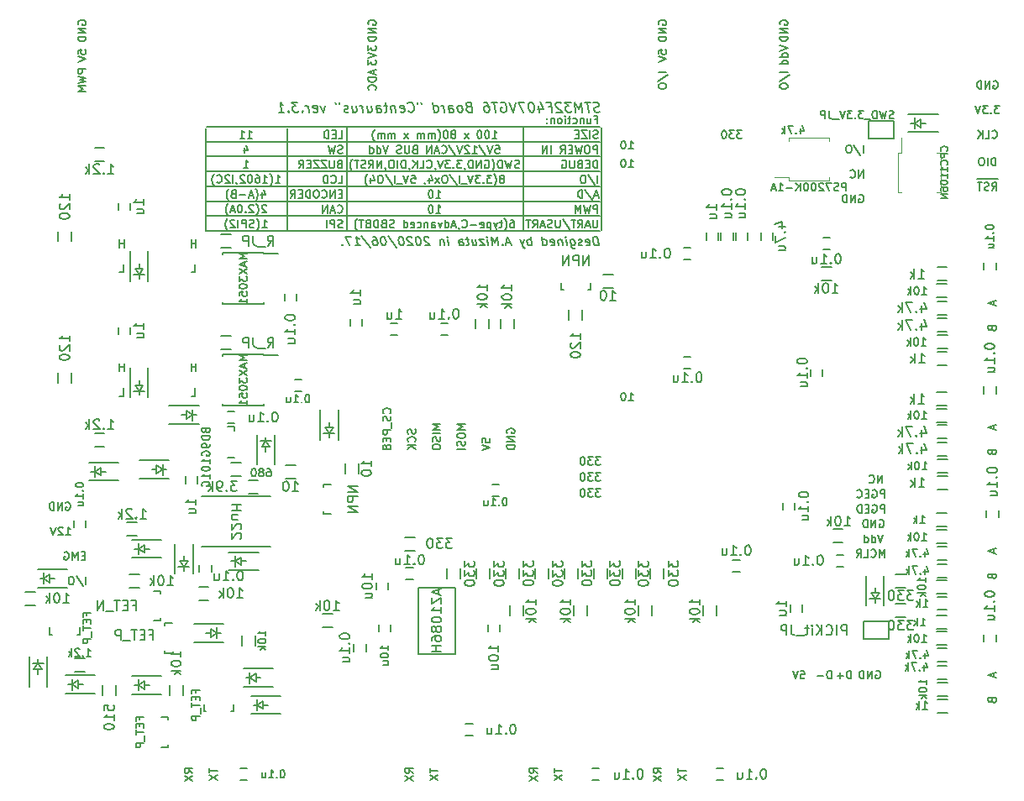
<source format=gbr>
G04 #@! TF.GenerationSoftware,KiCad,Pcbnew,(5.1.5)-3*
G04 #@! TF.CreationDate,2020-06-17T21:45:32+09:00*
G04 #@! TF.ProjectId,stm32f4_Centaurus,73746d33-3266-4345-9f43-656e74617572,rev?*
G04 #@! TF.SameCoordinates,Original*
G04 #@! TF.FileFunction,Legend,Bot*
G04 #@! TF.FilePolarity,Positive*
%FSLAX46Y46*%
G04 Gerber Fmt 4.6, Leading zero omitted, Abs format (unit mm)*
G04 Created by KiCad (PCBNEW (5.1.5)-3) date 2020-06-17 21:45:32*
%MOMM*%
%LPD*%
G04 APERTURE LIST*
%ADD10C,0.200000*%
%ADD11C,0.150000*%
%ADD12C,0.120000*%
G04 APERTURE END LIST*
D10*
X71002380Y-98611904D02*
X71383333Y-98611904D01*
X71383333Y-97811904D01*
X71478571Y-96111904D02*
X71478571Y-95311904D01*
X71478571Y-95692857D02*
X71021428Y-95692857D01*
X71021428Y-96111904D02*
X71021428Y-95311904D01*
X71002380Y-86111904D02*
X71383333Y-86111904D01*
X71383333Y-85311904D01*
X71478571Y-83611904D02*
X71478571Y-82811904D01*
X71478571Y-83192857D02*
X71021428Y-83192857D01*
X71021428Y-83611904D02*
X71021428Y-82811904D01*
D11*
X138292976Y-78350000D02*
X138369166Y-78311904D01*
X138483452Y-78311904D01*
X138597738Y-78350000D01*
X138673928Y-78426190D01*
X138712023Y-78502380D01*
X138750119Y-78654761D01*
X138750119Y-78769047D01*
X138712023Y-78921428D01*
X138673928Y-78997619D01*
X138597738Y-79073809D01*
X138483452Y-79111904D01*
X138407261Y-79111904D01*
X138292976Y-79073809D01*
X138254880Y-79035714D01*
X138254880Y-78769047D01*
X138407261Y-78769047D01*
X137912023Y-79111904D02*
X137912023Y-78311904D01*
X137454880Y-79111904D01*
X137454880Y-78311904D01*
X137073928Y-79111904D02*
X137073928Y-78311904D01*
X136883452Y-78311904D01*
X136769166Y-78350000D01*
X136692976Y-78426190D01*
X136654880Y-78502380D01*
X136616785Y-78654761D01*
X136616785Y-78769047D01*
X136654880Y-78921428D01*
X136692976Y-78997619D01*
X136769166Y-79073809D01*
X136883452Y-79111904D01*
X137073928Y-79111904D01*
X138712023Y-76611904D02*
X138712023Y-75811904D01*
X138254880Y-76611904D01*
X138254880Y-75811904D01*
X137416785Y-76535714D02*
X137454880Y-76573809D01*
X137569166Y-76611904D01*
X137645357Y-76611904D01*
X137759642Y-76573809D01*
X137835833Y-76497619D01*
X137873928Y-76421428D01*
X137912023Y-76269047D01*
X137912023Y-76154761D01*
X137873928Y-76002380D01*
X137835833Y-75926190D01*
X137759642Y-75850000D01*
X137645357Y-75811904D01*
X137569166Y-75811904D01*
X137454880Y-75850000D01*
X137416785Y-75888095D01*
X138712023Y-74111904D02*
X138712023Y-73311904D01*
X137759642Y-73273809D02*
X138445357Y-74302380D01*
X137340595Y-73311904D02*
X137188214Y-73311904D01*
X137112023Y-73350000D01*
X137035833Y-73426190D01*
X136997738Y-73578571D01*
X136997738Y-73845238D01*
X137035833Y-73997619D01*
X137112023Y-74073809D01*
X137188214Y-74111904D01*
X137340595Y-74111904D01*
X137416785Y-74073809D01*
X137492976Y-73997619D01*
X137531071Y-73845238D01*
X137531071Y-73578571D01*
X137492976Y-73426190D01*
X137416785Y-73350000D01*
X137340595Y-73311904D01*
X91035714Y-100342976D02*
X91073809Y-100304880D01*
X91111904Y-100190595D01*
X91111904Y-100114404D01*
X91073809Y-100000119D01*
X90997619Y-99923928D01*
X90921428Y-99885833D01*
X90769047Y-99847738D01*
X90654761Y-99847738D01*
X90502380Y-99885833D01*
X90426190Y-99923928D01*
X90350000Y-100000119D01*
X90311904Y-100114404D01*
X90311904Y-100190595D01*
X90350000Y-100304880D01*
X90388095Y-100342976D01*
X91073809Y-100647738D02*
X91111904Y-100762023D01*
X91111904Y-100952500D01*
X91073809Y-101028690D01*
X91035714Y-101066785D01*
X90959523Y-101104880D01*
X90883333Y-101104880D01*
X90807142Y-101066785D01*
X90769047Y-101028690D01*
X90730952Y-100952500D01*
X90692857Y-100800119D01*
X90654761Y-100723928D01*
X90616666Y-100685833D01*
X90540476Y-100647738D01*
X90464285Y-100647738D01*
X90388095Y-100685833D01*
X90350000Y-100723928D01*
X90311904Y-100800119D01*
X90311904Y-100990595D01*
X90350000Y-101104880D01*
X91188095Y-101257261D02*
X91188095Y-101866785D01*
X91111904Y-102057261D02*
X90311904Y-102057261D01*
X90311904Y-102362023D01*
X90350000Y-102438214D01*
X90388095Y-102476309D01*
X90464285Y-102514404D01*
X90578571Y-102514404D01*
X90654761Y-102476309D01*
X90692857Y-102438214D01*
X90730952Y-102362023D01*
X90730952Y-102057261D01*
X90692857Y-102857261D02*
X90692857Y-103123928D01*
X91111904Y-103238214D02*
X91111904Y-102857261D01*
X90311904Y-102857261D01*
X90311904Y-103238214D01*
X90654761Y-103695357D02*
X90616666Y-103619166D01*
X90578571Y-103581071D01*
X90502380Y-103542976D01*
X90464285Y-103542976D01*
X90388095Y-103581071D01*
X90350000Y-103619166D01*
X90311904Y-103695357D01*
X90311904Y-103847738D01*
X90350000Y-103923928D01*
X90388095Y-103962023D01*
X90464285Y-104000119D01*
X90502380Y-104000119D01*
X90578571Y-103962023D01*
X90616666Y-103923928D01*
X90654761Y-103847738D01*
X90654761Y-103695357D01*
X90692857Y-103619166D01*
X90730952Y-103581071D01*
X90807142Y-103542976D01*
X90959523Y-103542976D01*
X91035714Y-103581071D01*
X91073809Y-103619166D01*
X91111904Y-103695357D01*
X91111904Y-103847738D01*
X91073809Y-103923928D01*
X91035714Y-103962023D01*
X90959523Y-104000119D01*
X90807142Y-104000119D01*
X90730952Y-103962023D01*
X90692857Y-103923928D01*
X90654761Y-103847738D01*
X93573809Y-101942976D02*
X93611904Y-102057261D01*
X93611904Y-102247738D01*
X93573809Y-102323928D01*
X93535714Y-102362023D01*
X93459523Y-102400119D01*
X93383333Y-102400119D01*
X93307142Y-102362023D01*
X93269047Y-102323928D01*
X93230952Y-102247738D01*
X93192857Y-102095357D01*
X93154761Y-102019166D01*
X93116666Y-101981071D01*
X93040476Y-101942976D01*
X92964285Y-101942976D01*
X92888095Y-101981071D01*
X92850000Y-102019166D01*
X92811904Y-102095357D01*
X92811904Y-102285833D01*
X92850000Y-102400119D01*
X93535714Y-103200119D02*
X93573809Y-103162023D01*
X93611904Y-103047738D01*
X93611904Y-102971547D01*
X93573809Y-102857261D01*
X93497619Y-102781071D01*
X93421428Y-102742976D01*
X93269047Y-102704880D01*
X93154761Y-102704880D01*
X93002380Y-102742976D01*
X92926190Y-102781071D01*
X92850000Y-102857261D01*
X92811904Y-102971547D01*
X92811904Y-103047738D01*
X92850000Y-103162023D01*
X92888095Y-103200119D01*
X93611904Y-103542976D02*
X92811904Y-103542976D01*
X93611904Y-104000119D02*
X93154761Y-103657261D01*
X92811904Y-104000119D02*
X93269047Y-103542976D01*
X96111904Y-101447738D02*
X95311904Y-101447738D01*
X95883333Y-101714404D01*
X95311904Y-101981071D01*
X96111904Y-101981071D01*
X96111904Y-102362023D02*
X95311904Y-102362023D01*
X96073809Y-102704880D02*
X96111904Y-102819166D01*
X96111904Y-103009642D01*
X96073809Y-103085833D01*
X96035714Y-103123928D01*
X95959523Y-103162023D01*
X95883333Y-103162023D01*
X95807142Y-103123928D01*
X95769047Y-103085833D01*
X95730952Y-103009642D01*
X95692857Y-102857261D01*
X95654761Y-102781071D01*
X95616666Y-102742976D01*
X95540476Y-102704880D01*
X95464285Y-102704880D01*
X95388095Y-102742976D01*
X95350000Y-102781071D01*
X95311904Y-102857261D01*
X95311904Y-103047738D01*
X95350000Y-103162023D01*
X95311904Y-103657261D02*
X95311904Y-103809642D01*
X95350000Y-103885833D01*
X95426190Y-103962023D01*
X95578571Y-104000119D01*
X95845238Y-104000119D01*
X95997619Y-103962023D01*
X96073809Y-103885833D01*
X96111904Y-103809642D01*
X96111904Y-103657261D01*
X96073809Y-103581071D01*
X95997619Y-103504880D01*
X95845238Y-103466785D01*
X95578571Y-103466785D01*
X95426190Y-103504880D01*
X95350000Y-103581071D01*
X95311904Y-103657261D01*
X98611904Y-101447738D02*
X97811904Y-101447738D01*
X98383333Y-101714404D01*
X97811904Y-101981071D01*
X98611904Y-101981071D01*
X97811904Y-102514404D02*
X97811904Y-102666785D01*
X97850000Y-102742976D01*
X97926190Y-102819166D01*
X98078571Y-102857261D01*
X98345238Y-102857261D01*
X98497619Y-102819166D01*
X98573809Y-102742976D01*
X98611904Y-102666785D01*
X98611904Y-102514404D01*
X98573809Y-102438214D01*
X98497619Y-102362023D01*
X98345238Y-102323928D01*
X98078571Y-102323928D01*
X97926190Y-102362023D01*
X97850000Y-102438214D01*
X97811904Y-102514404D01*
X98573809Y-103162023D02*
X98611904Y-103276309D01*
X98611904Y-103466785D01*
X98573809Y-103542976D01*
X98535714Y-103581071D01*
X98459523Y-103619166D01*
X98383333Y-103619166D01*
X98307142Y-103581071D01*
X98269047Y-103542976D01*
X98230952Y-103466785D01*
X98192857Y-103314404D01*
X98154761Y-103238214D01*
X98116666Y-103200119D01*
X98040476Y-103162023D01*
X97964285Y-103162023D01*
X97888095Y-103200119D01*
X97850000Y-103238214D01*
X97811904Y-103314404D01*
X97811904Y-103504880D01*
X97850000Y-103619166D01*
X98611904Y-103962023D02*
X97811904Y-103962023D01*
X100311904Y-103276309D02*
X100311904Y-102895357D01*
X100692857Y-102857261D01*
X100654761Y-102895357D01*
X100616666Y-102971547D01*
X100616666Y-103162023D01*
X100654761Y-103238214D01*
X100692857Y-103276309D01*
X100769047Y-103314404D01*
X100959523Y-103314404D01*
X101035714Y-103276309D01*
X101073809Y-103238214D01*
X101111904Y-103162023D01*
X101111904Y-102971547D01*
X101073809Y-102895357D01*
X101035714Y-102857261D01*
X100311904Y-103542976D02*
X101111904Y-103809642D01*
X100311904Y-104076309D01*
X102850000Y-102323928D02*
X102811904Y-102247738D01*
X102811904Y-102133452D01*
X102850000Y-102019166D01*
X102926190Y-101942976D01*
X103002380Y-101904880D01*
X103154761Y-101866785D01*
X103269047Y-101866785D01*
X103421428Y-101904880D01*
X103497619Y-101942976D01*
X103573809Y-102019166D01*
X103611904Y-102133452D01*
X103611904Y-102209642D01*
X103573809Y-102323928D01*
X103535714Y-102362023D01*
X103269047Y-102362023D01*
X103269047Y-102209642D01*
X103611904Y-102704880D02*
X102811904Y-102704880D01*
X103611904Y-103162023D01*
X102811904Y-103162023D01*
X103611904Y-103542976D02*
X102811904Y-103542976D01*
X102811904Y-103733452D01*
X102850000Y-103847738D01*
X102926190Y-103923928D01*
X103002380Y-103962023D01*
X103154761Y-104000119D01*
X103269047Y-104000119D01*
X103421428Y-103962023D01*
X103497619Y-103923928D01*
X103573809Y-103847738D01*
X103611904Y-103733452D01*
X103611904Y-103542976D01*
D10*
X132402380Y-126311904D02*
X132783333Y-126311904D01*
X132821428Y-126692857D01*
X132783333Y-126654761D01*
X132707142Y-126616666D01*
X132516666Y-126616666D01*
X132440476Y-126654761D01*
X132402380Y-126692857D01*
X132364285Y-126769047D01*
X132364285Y-126959523D01*
X132402380Y-127035714D01*
X132440476Y-127073809D01*
X132516666Y-127111904D01*
X132707142Y-127111904D01*
X132783333Y-127073809D01*
X132821428Y-127035714D01*
X132135714Y-126311904D02*
X131869047Y-127111904D01*
X131602380Y-126311904D01*
X135504761Y-127111904D02*
X135504761Y-126311904D01*
X135314285Y-126311904D01*
X135200000Y-126350000D01*
X135123809Y-126426190D01*
X135085714Y-126502380D01*
X135047619Y-126654761D01*
X135047619Y-126769047D01*
X135085714Y-126921428D01*
X135123809Y-126997619D01*
X135200000Y-127073809D01*
X135314285Y-127111904D01*
X135504761Y-127111904D01*
X134704761Y-126807142D02*
X134095238Y-126807142D01*
X137504761Y-127111904D02*
X137504761Y-126311904D01*
X137314285Y-126311904D01*
X137200000Y-126350000D01*
X137123809Y-126426190D01*
X137085714Y-126502380D01*
X137047619Y-126654761D01*
X137047619Y-126769047D01*
X137085714Y-126921428D01*
X137123809Y-126997619D01*
X137200000Y-127073809D01*
X137314285Y-127111904D01*
X137504761Y-127111904D01*
X136704761Y-126807142D02*
X136095238Y-126807142D01*
X136400000Y-127111904D02*
X136400000Y-126502380D01*
X140009523Y-126350000D02*
X140085714Y-126311904D01*
X140200000Y-126311904D01*
X140314285Y-126350000D01*
X140390476Y-126426190D01*
X140428571Y-126502380D01*
X140466666Y-126654761D01*
X140466666Y-126769047D01*
X140428571Y-126921428D01*
X140390476Y-126997619D01*
X140314285Y-127073809D01*
X140200000Y-127111904D01*
X140123809Y-127111904D01*
X140009523Y-127073809D01*
X139971428Y-127035714D01*
X139971428Y-126769047D01*
X140123809Y-126769047D01*
X139628571Y-127111904D02*
X139628571Y-126311904D01*
X139171428Y-127111904D01*
X139171428Y-126311904D01*
X138790476Y-127111904D02*
X138790476Y-126311904D01*
X138600000Y-126311904D01*
X138485714Y-126350000D01*
X138409523Y-126426190D01*
X138371428Y-126502380D01*
X138333333Y-126654761D01*
X138333333Y-126769047D01*
X138371428Y-126921428D01*
X138409523Y-126997619D01*
X138485714Y-127073809D01*
X138600000Y-127111904D01*
X138790476Y-127111904D01*
X64228571Y-83611904D02*
X64228571Y-82811904D01*
X64228571Y-83192857D02*
X63771428Y-83192857D01*
X63771428Y-83611904D02*
X63771428Y-82811904D01*
X63752380Y-86111904D02*
X64133333Y-86111904D01*
X64133333Y-85311904D01*
X63752380Y-98611904D02*
X64133333Y-98611904D01*
X64133333Y-97811904D01*
X64228571Y-96111904D02*
X64228571Y-95311904D01*
X64228571Y-95692857D02*
X63771428Y-95692857D01*
X63771428Y-96111904D02*
X63771428Y-95311904D01*
X71111904Y-136616666D02*
X70730952Y-136350000D01*
X71111904Y-136159523D02*
X70311904Y-136159523D01*
X70311904Y-136464285D01*
X70350000Y-136540476D01*
X70388095Y-136578571D01*
X70464285Y-136616666D01*
X70578571Y-136616666D01*
X70654761Y-136578571D01*
X70692857Y-136540476D01*
X70730952Y-136464285D01*
X70730952Y-136159523D01*
X70311904Y-136883333D02*
X71111904Y-137416666D01*
X70311904Y-137416666D02*
X71111904Y-136883333D01*
X72811904Y-136140476D02*
X72811904Y-136597619D01*
X73611904Y-136369047D02*
X72811904Y-136369047D01*
X72811904Y-136788095D02*
X73611904Y-137321428D01*
X72811904Y-137321428D02*
X73611904Y-136788095D01*
X93361904Y-136616666D02*
X92980952Y-136350000D01*
X93361904Y-136159523D02*
X92561904Y-136159523D01*
X92561904Y-136464285D01*
X92600000Y-136540476D01*
X92638095Y-136578571D01*
X92714285Y-136616666D01*
X92828571Y-136616666D01*
X92904761Y-136578571D01*
X92942857Y-136540476D01*
X92980952Y-136464285D01*
X92980952Y-136159523D01*
X92561904Y-136883333D02*
X93361904Y-137416666D01*
X92561904Y-137416666D02*
X93361904Y-136883333D01*
X95061904Y-136140476D02*
X95061904Y-136597619D01*
X95861904Y-136369047D02*
X95061904Y-136369047D01*
X95061904Y-136788095D02*
X95861904Y-137321428D01*
X95061904Y-137321428D02*
X95861904Y-136788095D01*
X105861904Y-136616666D02*
X105480952Y-136350000D01*
X105861904Y-136159523D02*
X105061904Y-136159523D01*
X105061904Y-136464285D01*
X105100000Y-136540476D01*
X105138095Y-136578571D01*
X105214285Y-136616666D01*
X105328571Y-136616666D01*
X105404761Y-136578571D01*
X105442857Y-136540476D01*
X105480952Y-136464285D01*
X105480952Y-136159523D01*
X105061904Y-136883333D02*
X105861904Y-137416666D01*
X105061904Y-137416666D02*
X105861904Y-136883333D01*
X107561904Y-136140476D02*
X107561904Y-136597619D01*
X108361904Y-136369047D02*
X107561904Y-136369047D01*
X107561904Y-136788095D02*
X108361904Y-137321428D01*
X107561904Y-137321428D02*
X108361904Y-136788095D01*
X118361904Y-136616666D02*
X117980952Y-136350000D01*
X118361904Y-136159523D02*
X117561904Y-136159523D01*
X117561904Y-136464285D01*
X117600000Y-136540476D01*
X117638095Y-136578571D01*
X117714285Y-136616666D01*
X117828571Y-136616666D01*
X117904761Y-136578571D01*
X117942857Y-136540476D01*
X117980952Y-136464285D01*
X117980952Y-136159523D01*
X117561904Y-136883333D02*
X118361904Y-137416666D01*
X117561904Y-137416666D02*
X118361904Y-136883333D01*
X120061904Y-136140476D02*
X120061904Y-136597619D01*
X120861904Y-136369047D02*
X120061904Y-136369047D01*
X120061904Y-136788095D02*
X120861904Y-137321428D01*
X120061904Y-137321428D02*
X120861904Y-136788095D01*
X118061904Y-64097619D02*
X118061904Y-63716666D01*
X118442857Y-63678571D01*
X118404761Y-63716666D01*
X118366666Y-63792857D01*
X118366666Y-63983333D01*
X118404761Y-64059523D01*
X118442857Y-64097619D01*
X118519047Y-64135714D01*
X118709523Y-64135714D01*
X118785714Y-64097619D01*
X118823809Y-64059523D01*
X118861904Y-63983333D01*
X118861904Y-63792857D01*
X118823809Y-63716666D01*
X118785714Y-63678571D01*
X118061904Y-64364285D02*
X118861904Y-64630952D01*
X118061904Y-64897619D01*
X118861904Y-65911904D02*
X118061904Y-65911904D01*
X118023809Y-66864285D02*
X119052380Y-66178571D01*
X118061904Y-67283333D02*
X118061904Y-67435714D01*
X118100000Y-67511904D01*
X118176190Y-67588095D01*
X118328571Y-67626190D01*
X118595238Y-67626190D01*
X118747619Y-67588095D01*
X118823809Y-67511904D01*
X118861904Y-67435714D01*
X118861904Y-67283333D01*
X118823809Y-67207142D01*
X118747619Y-67130952D01*
X118595238Y-67092857D01*
X118328571Y-67092857D01*
X118176190Y-67130952D01*
X118100000Y-67207142D01*
X118061904Y-67283333D01*
X131111904Y-65911904D02*
X130311904Y-65911904D01*
X130273809Y-66864285D02*
X131302380Y-66178571D01*
X130311904Y-67283333D02*
X130311904Y-67435714D01*
X130350000Y-67511904D01*
X130426190Y-67588095D01*
X130578571Y-67626190D01*
X130845238Y-67626190D01*
X130997619Y-67588095D01*
X131073809Y-67511904D01*
X131111904Y-67435714D01*
X131111904Y-67283333D01*
X131073809Y-67207142D01*
X130997619Y-67130952D01*
X130845238Y-67092857D01*
X130578571Y-67092857D01*
X130426190Y-67130952D01*
X130350000Y-67207142D01*
X130311904Y-67283333D01*
X130311904Y-63259523D02*
X131111904Y-63526190D01*
X130311904Y-63792857D01*
X131111904Y-64402380D02*
X130311904Y-64402380D01*
X131073809Y-64402380D02*
X131111904Y-64326190D01*
X131111904Y-64173809D01*
X131073809Y-64097619D01*
X131035714Y-64059523D01*
X130959523Y-64021428D01*
X130730952Y-64021428D01*
X130654761Y-64059523D01*
X130616666Y-64097619D01*
X130578571Y-64173809D01*
X130578571Y-64326190D01*
X130616666Y-64402380D01*
X131111904Y-65126190D02*
X130311904Y-65126190D01*
X131073809Y-65126190D02*
X131111904Y-65050000D01*
X131111904Y-64897619D01*
X131073809Y-64821428D01*
X131035714Y-64783333D01*
X130959523Y-64745238D01*
X130730952Y-64745238D01*
X130654761Y-64783333D01*
X130616666Y-64821428D01*
X130578571Y-64897619D01*
X130578571Y-65050000D01*
X130616666Y-65126190D01*
X130350000Y-61140476D02*
X130311904Y-61064285D01*
X130311904Y-60950000D01*
X130350000Y-60835714D01*
X130426190Y-60759523D01*
X130502380Y-60721428D01*
X130654761Y-60683333D01*
X130769047Y-60683333D01*
X130921428Y-60721428D01*
X130997619Y-60759523D01*
X131073809Y-60835714D01*
X131111904Y-60950000D01*
X131111904Y-61026190D01*
X131073809Y-61140476D01*
X131035714Y-61178571D01*
X130769047Y-61178571D01*
X130769047Y-61026190D01*
X131111904Y-61521428D02*
X130311904Y-61521428D01*
X131111904Y-61978571D01*
X130311904Y-61978571D01*
X131111904Y-62359523D02*
X130311904Y-62359523D01*
X130311904Y-62550000D01*
X130350000Y-62664285D01*
X130426190Y-62740476D01*
X130502380Y-62778571D01*
X130654761Y-62816666D01*
X130769047Y-62816666D01*
X130921428Y-62778571D01*
X130997619Y-62740476D01*
X131073809Y-62664285D01*
X131111904Y-62550000D01*
X131111904Y-62359523D01*
X118100000Y-61140476D02*
X118061904Y-61064285D01*
X118061904Y-60950000D01*
X118100000Y-60835714D01*
X118176190Y-60759523D01*
X118252380Y-60721428D01*
X118404761Y-60683333D01*
X118519047Y-60683333D01*
X118671428Y-60721428D01*
X118747619Y-60759523D01*
X118823809Y-60835714D01*
X118861904Y-60950000D01*
X118861904Y-61026190D01*
X118823809Y-61140476D01*
X118785714Y-61178571D01*
X118519047Y-61178571D01*
X118519047Y-61026190D01*
X118861904Y-61521428D02*
X118061904Y-61521428D01*
X118861904Y-61978571D01*
X118061904Y-61978571D01*
X118861904Y-62359523D02*
X118061904Y-62359523D01*
X118061904Y-62550000D01*
X118100000Y-62664285D01*
X118176190Y-62740476D01*
X118252380Y-62778571D01*
X118404761Y-62816666D01*
X118519047Y-62816666D01*
X118671428Y-62778571D01*
X118747619Y-62740476D01*
X118823809Y-62664285D01*
X118861904Y-62550000D01*
X118861904Y-62359523D01*
X88850000Y-61140476D02*
X88811904Y-61064285D01*
X88811904Y-60950000D01*
X88850000Y-60835714D01*
X88926190Y-60759523D01*
X89002380Y-60721428D01*
X89154761Y-60683333D01*
X89269047Y-60683333D01*
X89421428Y-60721428D01*
X89497619Y-60759523D01*
X89573809Y-60835714D01*
X89611904Y-60950000D01*
X89611904Y-61026190D01*
X89573809Y-61140476D01*
X89535714Y-61178571D01*
X89269047Y-61178571D01*
X89269047Y-61026190D01*
X89611904Y-61521428D02*
X88811904Y-61521428D01*
X89611904Y-61978571D01*
X88811904Y-61978571D01*
X89611904Y-62359523D02*
X88811904Y-62359523D01*
X88811904Y-62550000D01*
X88850000Y-62664285D01*
X88926190Y-62740476D01*
X89002380Y-62778571D01*
X89154761Y-62816666D01*
X89269047Y-62816666D01*
X89421428Y-62778571D01*
X89497619Y-62740476D01*
X89573809Y-62664285D01*
X89611904Y-62550000D01*
X89611904Y-62359523D01*
X88811904Y-63259523D02*
X88811904Y-63754761D01*
X89116666Y-63488095D01*
X89116666Y-63602380D01*
X89154761Y-63678571D01*
X89192857Y-63716666D01*
X89269047Y-63754761D01*
X89459523Y-63754761D01*
X89535714Y-63716666D01*
X89573809Y-63678571D01*
X89611904Y-63602380D01*
X89611904Y-63373809D01*
X89573809Y-63297619D01*
X89535714Y-63259523D01*
X88811904Y-63983333D02*
X89611904Y-64250000D01*
X88811904Y-64516666D01*
X88811904Y-64707142D02*
X88811904Y-65202380D01*
X89116666Y-64935714D01*
X89116666Y-65050000D01*
X89154761Y-65126190D01*
X89192857Y-65164285D01*
X89269047Y-65202380D01*
X89459523Y-65202380D01*
X89535714Y-65164285D01*
X89573809Y-65126190D01*
X89611904Y-65050000D01*
X89611904Y-64821428D01*
X89573809Y-64745238D01*
X89535714Y-64707142D01*
X89383333Y-65759523D02*
X89383333Y-66140476D01*
X89611904Y-65683333D02*
X88811904Y-65950000D01*
X89611904Y-66216666D01*
X89611904Y-66483333D02*
X88811904Y-66483333D01*
X88811904Y-66673809D01*
X88850000Y-66788095D01*
X88926190Y-66864285D01*
X89002380Y-66902380D01*
X89154761Y-66940476D01*
X89269047Y-66940476D01*
X89421428Y-66902380D01*
X89497619Y-66864285D01*
X89573809Y-66788095D01*
X89611904Y-66673809D01*
X89611904Y-66483333D01*
X89535714Y-67740476D02*
X89573809Y-67702380D01*
X89611904Y-67588095D01*
X89611904Y-67511904D01*
X89573809Y-67397619D01*
X89497619Y-67321428D01*
X89421428Y-67283333D01*
X89269047Y-67245238D01*
X89154761Y-67245238D01*
X89002380Y-67283333D01*
X88926190Y-67321428D01*
X88850000Y-67397619D01*
X88811904Y-67511904D01*
X88811904Y-67588095D01*
X88850000Y-67702380D01*
X88888095Y-67740476D01*
X60361904Y-65626190D02*
X59561904Y-65626190D01*
X59561904Y-65930952D01*
X59600000Y-66007142D01*
X59638095Y-66045238D01*
X59714285Y-66083333D01*
X59828571Y-66083333D01*
X59904761Y-66045238D01*
X59942857Y-66007142D01*
X59980952Y-65930952D01*
X59980952Y-65626190D01*
X59561904Y-66350000D02*
X60361904Y-66540476D01*
X59790476Y-66692857D01*
X60361904Y-66845238D01*
X59561904Y-67035714D01*
X60361904Y-67340476D02*
X59561904Y-67340476D01*
X60133333Y-67607142D01*
X59561904Y-67873809D01*
X60361904Y-67873809D01*
X59600000Y-61140476D02*
X59561904Y-61064285D01*
X59561904Y-60950000D01*
X59600000Y-60835714D01*
X59676190Y-60759523D01*
X59752380Y-60721428D01*
X59904761Y-60683333D01*
X60019047Y-60683333D01*
X60171428Y-60721428D01*
X60247619Y-60759523D01*
X60323809Y-60835714D01*
X60361904Y-60950000D01*
X60361904Y-61026190D01*
X60323809Y-61140476D01*
X60285714Y-61178571D01*
X60019047Y-61178571D01*
X60019047Y-61026190D01*
X60361904Y-61521428D02*
X59561904Y-61521428D01*
X60361904Y-61978571D01*
X59561904Y-61978571D01*
X60361904Y-62359523D02*
X59561904Y-62359523D01*
X59561904Y-62550000D01*
X59600000Y-62664285D01*
X59676190Y-62740476D01*
X59752380Y-62778571D01*
X59904761Y-62816666D01*
X60019047Y-62816666D01*
X60171428Y-62778571D01*
X60247619Y-62740476D01*
X60323809Y-62664285D01*
X60361904Y-62550000D01*
X60361904Y-62359523D01*
X59561904Y-64097619D02*
X59561904Y-63716666D01*
X59942857Y-63678571D01*
X59904761Y-63716666D01*
X59866666Y-63792857D01*
X59866666Y-63983333D01*
X59904761Y-64059523D01*
X59942857Y-64097619D01*
X60019047Y-64135714D01*
X60209523Y-64135714D01*
X60285714Y-64097619D01*
X60323809Y-64059523D01*
X60361904Y-63983333D01*
X60361904Y-63792857D01*
X60323809Y-63716666D01*
X60285714Y-63678571D01*
X59561904Y-64364285D02*
X60361904Y-64630952D01*
X59561904Y-64897619D01*
X112177619Y-69924761D02*
X112040714Y-69972380D01*
X111802619Y-69972380D01*
X111701428Y-69924761D01*
X111647857Y-69877142D01*
X111588333Y-69781904D01*
X111576428Y-69686666D01*
X111612142Y-69591428D01*
X111653809Y-69543809D01*
X111743095Y-69496190D01*
X111927619Y-69448571D01*
X112016904Y-69400952D01*
X112058571Y-69353333D01*
X112094285Y-69258095D01*
X112082380Y-69162857D01*
X112022857Y-69067619D01*
X111969285Y-69020000D01*
X111868095Y-68972380D01*
X111630000Y-68972380D01*
X111493095Y-69020000D01*
X111201428Y-68972380D02*
X110630000Y-68972380D01*
X111040714Y-69972380D02*
X110915714Y-68972380D01*
X110421666Y-69972380D02*
X110296666Y-68972380D01*
X110052619Y-69686666D01*
X109630000Y-68972380D01*
X109755000Y-69972380D01*
X109249047Y-68972380D02*
X108630000Y-68972380D01*
X109010952Y-69353333D01*
X108868095Y-69353333D01*
X108778809Y-69400952D01*
X108737142Y-69448571D01*
X108701428Y-69543809D01*
X108731190Y-69781904D01*
X108790714Y-69877142D01*
X108844285Y-69924761D01*
X108945476Y-69972380D01*
X109231190Y-69972380D01*
X109320476Y-69924761D01*
X109362142Y-69877142D01*
X108260952Y-69067619D02*
X108207380Y-69020000D01*
X108106190Y-68972380D01*
X107868095Y-68972380D01*
X107778809Y-69020000D01*
X107737142Y-69067619D01*
X107701428Y-69162857D01*
X107713333Y-69258095D01*
X107778809Y-69400952D01*
X108421666Y-69972380D01*
X107802619Y-69972380D01*
X106975238Y-69448571D02*
X107308571Y-69448571D01*
X107374047Y-69972380D02*
X107249047Y-68972380D01*
X106772857Y-68972380D01*
X106005000Y-69305714D02*
X106088333Y-69972380D01*
X106195476Y-68924761D02*
X106522857Y-69639047D01*
X105903809Y-69639047D01*
X105249047Y-68972380D02*
X105153809Y-68972380D01*
X105064523Y-69020000D01*
X105022857Y-69067619D01*
X104987142Y-69162857D01*
X104963333Y-69353333D01*
X104993095Y-69591428D01*
X105064523Y-69781904D01*
X105124047Y-69877142D01*
X105177619Y-69924761D01*
X105278809Y-69972380D01*
X105374047Y-69972380D01*
X105463333Y-69924761D01*
X105505000Y-69877142D01*
X105540714Y-69781904D01*
X105564523Y-69591428D01*
X105534761Y-69353333D01*
X105463333Y-69162857D01*
X105403809Y-69067619D01*
X105350238Y-69020000D01*
X105249047Y-68972380D01*
X104582380Y-68972380D02*
X103915714Y-68972380D01*
X104469285Y-69972380D01*
X103677619Y-68972380D02*
X103469285Y-69972380D01*
X103010952Y-68972380D01*
X102159761Y-69020000D02*
X102249047Y-68972380D01*
X102391904Y-68972380D01*
X102540714Y-69020000D01*
X102647857Y-69115238D01*
X102707380Y-69210476D01*
X102778809Y-69400952D01*
X102796666Y-69543809D01*
X102772857Y-69734285D01*
X102737142Y-69829523D01*
X102653809Y-69924761D01*
X102516904Y-69972380D01*
X102421666Y-69972380D01*
X102272857Y-69924761D01*
X102219285Y-69877142D01*
X102177619Y-69543809D01*
X102368095Y-69543809D01*
X101820476Y-68972380D02*
X101249047Y-68972380D01*
X101659761Y-69972380D02*
X101534761Y-68972380D01*
X100487142Y-68972380D02*
X100677619Y-68972380D01*
X100778809Y-69020000D01*
X100832380Y-69067619D01*
X100945476Y-69210476D01*
X101016904Y-69400952D01*
X101064523Y-69781904D01*
X101028809Y-69877142D01*
X100987142Y-69924761D01*
X100897857Y-69972380D01*
X100707380Y-69972380D01*
X100606190Y-69924761D01*
X100552619Y-69877142D01*
X100493095Y-69781904D01*
X100463333Y-69543809D01*
X100499047Y-69448571D01*
X100540714Y-69400952D01*
X100630000Y-69353333D01*
X100820476Y-69353333D01*
X100921666Y-69400952D01*
X100975238Y-69448571D01*
X101034761Y-69543809D01*
X98927619Y-69448571D02*
X98790714Y-69496190D01*
X98749047Y-69543809D01*
X98713333Y-69639047D01*
X98731190Y-69781904D01*
X98790714Y-69877142D01*
X98844285Y-69924761D01*
X98945476Y-69972380D01*
X99326428Y-69972380D01*
X99201428Y-68972380D01*
X98868095Y-68972380D01*
X98778809Y-69020000D01*
X98737142Y-69067619D01*
X98701428Y-69162857D01*
X98713333Y-69258095D01*
X98772857Y-69353333D01*
X98826428Y-69400952D01*
X98927619Y-69448571D01*
X99260952Y-69448571D01*
X98183571Y-69972380D02*
X98272857Y-69924761D01*
X98314523Y-69877142D01*
X98350238Y-69781904D01*
X98314523Y-69496190D01*
X98255000Y-69400952D01*
X98201428Y-69353333D01*
X98100238Y-69305714D01*
X97957380Y-69305714D01*
X97868095Y-69353333D01*
X97826428Y-69400952D01*
X97790714Y-69496190D01*
X97826428Y-69781904D01*
X97885952Y-69877142D01*
X97939523Y-69924761D01*
X98040714Y-69972380D01*
X98183571Y-69972380D01*
X96993095Y-69972380D02*
X96927619Y-69448571D01*
X96963333Y-69353333D01*
X97052619Y-69305714D01*
X97243095Y-69305714D01*
X97344285Y-69353333D01*
X96987142Y-69924761D02*
X97088333Y-69972380D01*
X97326428Y-69972380D01*
X97415714Y-69924761D01*
X97451428Y-69829523D01*
X97439523Y-69734285D01*
X97380000Y-69639047D01*
X97278809Y-69591428D01*
X97040714Y-69591428D01*
X96939523Y-69543809D01*
X96516904Y-69972380D02*
X96433571Y-69305714D01*
X96457380Y-69496190D02*
X96397857Y-69400952D01*
X96344285Y-69353333D01*
X96243095Y-69305714D01*
X96147857Y-69305714D01*
X95469285Y-69972380D02*
X95344285Y-68972380D01*
X95463333Y-69924761D02*
X95564523Y-69972380D01*
X95755000Y-69972380D01*
X95844285Y-69924761D01*
X95885952Y-69877142D01*
X95921666Y-69781904D01*
X95885952Y-69496190D01*
X95826428Y-69400952D01*
X95772857Y-69353333D01*
X95671666Y-69305714D01*
X95481190Y-69305714D01*
X95391904Y-69353333D01*
X94153809Y-68972380D02*
X94177619Y-69162857D01*
X93772857Y-68972380D02*
X93796666Y-69162857D01*
X92885952Y-69877142D02*
X92939523Y-69924761D01*
X93088333Y-69972380D01*
X93183571Y-69972380D01*
X93320476Y-69924761D01*
X93403809Y-69829523D01*
X93439523Y-69734285D01*
X93463333Y-69543809D01*
X93445476Y-69400952D01*
X93374047Y-69210476D01*
X93314523Y-69115238D01*
X93207380Y-69020000D01*
X93058571Y-68972380D01*
X92963333Y-68972380D01*
X92826428Y-69020000D01*
X92784761Y-69067619D01*
X92082380Y-69924761D02*
X92183571Y-69972380D01*
X92374047Y-69972380D01*
X92463333Y-69924761D01*
X92499047Y-69829523D01*
X92451428Y-69448571D01*
X92391904Y-69353333D01*
X92290714Y-69305714D01*
X92100238Y-69305714D01*
X92010952Y-69353333D01*
X91975238Y-69448571D01*
X91987142Y-69543809D01*
X92475238Y-69639047D01*
X91528809Y-69305714D02*
X91612142Y-69972380D01*
X91540714Y-69400952D02*
X91487142Y-69353333D01*
X91385952Y-69305714D01*
X91243095Y-69305714D01*
X91153809Y-69353333D01*
X91118095Y-69448571D01*
X91183571Y-69972380D01*
X90766904Y-69305714D02*
X90385952Y-69305714D01*
X90582380Y-68972380D02*
X90689523Y-69829523D01*
X90653809Y-69924761D01*
X90564523Y-69972380D01*
X90469285Y-69972380D01*
X89707380Y-69972380D02*
X89641904Y-69448571D01*
X89677619Y-69353333D01*
X89766904Y-69305714D01*
X89957380Y-69305714D01*
X90058571Y-69353333D01*
X89701428Y-69924761D02*
X89802619Y-69972380D01*
X90040714Y-69972380D01*
X90130000Y-69924761D01*
X90165714Y-69829523D01*
X90153809Y-69734285D01*
X90094285Y-69639047D01*
X89993095Y-69591428D01*
X89755000Y-69591428D01*
X89653809Y-69543809D01*
X88719285Y-69305714D02*
X88802619Y-69972380D01*
X89147857Y-69305714D02*
X89213333Y-69829523D01*
X89177619Y-69924761D01*
X89088333Y-69972380D01*
X88945476Y-69972380D01*
X88844285Y-69924761D01*
X88790714Y-69877142D01*
X88326428Y-69972380D02*
X88243095Y-69305714D01*
X88266904Y-69496190D02*
X88207380Y-69400952D01*
X88153809Y-69353333D01*
X88052619Y-69305714D01*
X87957380Y-69305714D01*
X87195476Y-69305714D02*
X87278809Y-69972380D01*
X87624047Y-69305714D02*
X87689523Y-69829523D01*
X87653809Y-69924761D01*
X87564523Y-69972380D01*
X87421666Y-69972380D01*
X87320476Y-69924761D01*
X87266904Y-69877142D01*
X86844285Y-69924761D02*
X86755000Y-69972380D01*
X86564523Y-69972380D01*
X86463333Y-69924761D01*
X86403809Y-69829523D01*
X86397857Y-69781904D01*
X86433571Y-69686666D01*
X86522857Y-69639047D01*
X86665714Y-69639047D01*
X86755000Y-69591428D01*
X86790714Y-69496190D01*
X86784761Y-69448571D01*
X86725238Y-69353333D01*
X86624047Y-69305714D01*
X86481190Y-69305714D01*
X86391904Y-69353333D01*
X85915714Y-68972380D02*
X85939523Y-69162857D01*
X85534761Y-68972380D02*
X85558571Y-69162857D01*
X84481190Y-69305714D02*
X84326428Y-69972380D01*
X84005000Y-69305714D01*
X83320476Y-69924761D02*
X83421666Y-69972380D01*
X83612142Y-69972380D01*
X83701428Y-69924761D01*
X83737142Y-69829523D01*
X83689523Y-69448571D01*
X83630000Y-69353333D01*
X83528809Y-69305714D01*
X83338333Y-69305714D01*
X83249047Y-69353333D01*
X83213333Y-69448571D01*
X83225238Y-69543809D01*
X83713333Y-69639047D01*
X82850238Y-69972380D02*
X82766904Y-69305714D01*
X82790714Y-69496190D02*
X82731190Y-69400952D01*
X82677619Y-69353333D01*
X82576428Y-69305714D01*
X82481190Y-69305714D01*
X82219285Y-69877142D02*
X82177619Y-69924761D01*
X82231190Y-69972380D01*
X82272857Y-69924761D01*
X82219285Y-69877142D01*
X82231190Y-69972380D01*
X81725238Y-68972380D02*
X81106190Y-68972380D01*
X81487142Y-69353333D01*
X81344285Y-69353333D01*
X81255000Y-69400952D01*
X81213333Y-69448571D01*
X81177619Y-69543809D01*
X81207380Y-69781904D01*
X81266904Y-69877142D01*
X81320476Y-69924761D01*
X81421666Y-69972380D01*
X81707380Y-69972380D01*
X81796666Y-69924761D01*
X81838333Y-69877142D01*
X80790714Y-69877142D02*
X80749047Y-69924761D01*
X80802619Y-69972380D01*
X80844285Y-69924761D01*
X80790714Y-69877142D01*
X80802619Y-69972380D01*
X79802619Y-69972380D02*
X80374047Y-69972380D01*
X80088333Y-69972380D02*
X79963333Y-68972380D01*
X80076428Y-69115238D01*
X80183571Y-69210476D01*
X80284761Y-69258095D01*
X140890476Y-114861904D02*
X140890476Y-114061904D01*
X140623809Y-114633333D01*
X140357142Y-114061904D01*
X140357142Y-114861904D01*
X139519047Y-114785714D02*
X139557142Y-114823809D01*
X139671428Y-114861904D01*
X139747619Y-114861904D01*
X139861904Y-114823809D01*
X139938095Y-114747619D01*
X139976190Y-114671428D01*
X140014285Y-114519047D01*
X140014285Y-114404761D01*
X139976190Y-114252380D01*
X139938095Y-114176190D01*
X139861904Y-114100000D01*
X139747619Y-114061904D01*
X139671428Y-114061904D01*
X139557142Y-114100000D01*
X139519047Y-114138095D01*
X138795238Y-114861904D02*
X139176190Y-114861904D01*
X139176190Y-114061904D01*
X138071428Y-114861904D02*
X138338095Y-114480952D01*
X138528571Y-114861904D02*
X138528571Y-114061904D01*
X138223809Y-114061904D01*
X138147619Y-114100000D01*
X138109523Y-114138095D01*
X138071428Y-114214285D01*
X138071428Y-114328571D01*
X138109523Y-114404761D01*
X138147619Y-114442857D01*
X138223809Y-114480952D01*
X138528571Y-114480952D01*
X140740476Y-112561904D02*
X140473809Y-113361904D01*
X140207142Y-112561904D01*
X139597619Y-113361904D02*
X139597619Y-112561904D01*
X139597619Y-113323809D02*
X139673809Y-113361904D01*
X139826190Y-113361904D01*
X139902380Y-113323809D01*
X139940476Y-113285714D01*
X139978571Y-113209523D01*
X139978571Y-112980952D01*
X139940476Y-112904761D01*
X139902380Y-112866666D01*
X139826190Y-112828571D01*
X139673809Y-112828571D01*
X139597619Y-112866666D01*
X138873809Y-113361904D02*
X138873809Y-112561904D01*
X138873809Y-113323809D02*
X138950000Y-113361904D01*
X139102380Y-113361904D01*
X139178571Y-113323809D01*
X139216666Y-113285714D01*
X139254761Y-113209523D01*
X139254761Y-112980952D01*
X139216666Y-112904761D01*
X139178571Y-112866666D01*
X139102380Y-112828571D01*
X138950000Y-112828571D01*
X138873809Y-112866666D01*
X140359523Y-111100000D02*
X140435714Y-111061904D01*
X140550000Y-111061904D01*
X140664285Y-111100000D01*
X140740476Y-111176190D01*
X140778571Y-111252380D01*
X140816666Y-111404761D01*
X140816666Y-111519047D01*
X140778571Y-111671428D01*
X140740476Y-111747619D01*
X140664285Y-111823809D01*
X140550000Y-111861904D01*
X140473809Y-111861904D01*
X140359523Y-111823809D01*
X140321428Y-111785714D01*
X140321428Y-111519047D01*
X140473809Y-111519047D01*
X139978571Y-111861904D02*
X139978571Y-111061904D01*
X139521428Y-111861904D01*
X139521428Y-111061904D01*
X139140476Y-111861904D02*
X139140476Y-111061904D01*
X138950000Y-111061904D01*
X138835714Y-111100000D01*
X138759523Y-111176190D01*
X138721428Y-111252380D01*
X138683333Y-111404761D01*
X138683333Y-111519047D01*
X138721428Y-111671428D01*
X138759523Y-111747619D01*
X138835714Y-111823809D01*
X138950000Y-111861904D01*
X139140476Y-111861904D01*
X140871428Y-110361904D02*
X140871428Y-109561904D01*
X140566666Y-109561904D01*
X140490476Y-109600000D01*
X140452380Y-109638095D01*
X140414285Y-109714285D01*
X140414285Y-109828571D01*
X140452380Y-109904761D01*
X140490476Y-109942857D01*
X140566666Y-109980952D01*
X140871428Y-109980952D01*
X139652380Y-109600000D02*
X139728571Y-109561904D01*
X139842857Y-109561904D01*
X139957142Y-109600000D01*
X140033333Y-109676190D01*
X140071428Y-109752380D01*
X140109523Y-109904761D01*
X140109523Y-110019047D01*
X140071428Y-110171428D01*
X140033333Y-110247619D01*
X139957142Y-110323809D01*
X139842857Y-110361904D01*
X139766666Y-110361904D01*
X139652380Y-110323809D01*
X139614285Y-110285714D01*
X139614285Y-110019047D01*
X139766666Y-110019047D01*
X139271428Y-109942857D02*
X139004761Y-109942857D01*
X138890476Y-110361904D02*
X139271428Y-110361904D01*
X139271428Y-109561904D01*
X138890476Y-109561904D01*
X138547619Y-110361904D02*
X138547619Y-109561904D01*
X138357142Y-109561904D01*
X138242857Y-109600000D01*
X138166666Y-109676190D01*
X138128571Y-109752380D01*
X138090476Y-109904761D01*
X138090476Y-110019047D01*
X138128571Y-110171428D01*
X138166666Y-110247619D01*
X138242857Y-110323809D01*
X138357142Y-110361904D01*
X138547619Y-110361904D01*
X140871428Y-108861904D02*
X140871428Y-108061904D01*
X140566666Y-108061904D01*
X140490476Y-108100000D01*
X140452380Y-108138095D01*
X140414285Y-108214285D01*
X140414285Y-108328571D01*
X140452380Y-108404761D01*
X140490476Y-108442857D01*
X140566666Y-108480952D01*
X140871428Y-108480952D01*
X139652380Y-108100000D02*
X139728571Y-108061904D01*
X139842857Y-108061904D01*
X139957142Y-108100000D01*
X140033333Y-108176190D01*
X140071428Y-108252380D01*
X140109523Y-108404761D01*
X140109523Y-108519047D01*
X140071428Y-108671428D01*
X140033333Y-108747619D01*
X139957142Y-108823809D01*
X139842857Y-108861904D01*
X139766666Y-108861904D01*
X139652380Y-108823809D01*
X139614285Y-108785714D01*
X139614285Y-108519047D01*
X139766666Y-108519047D01*
X139271428Y-108442857D02*
X139004761Y-108442857D01*
X138890476Y-108861904D02*
X139271428Y-108861904D01*
X139271428Y-108061904D01*
X138890476Y-108061904D01*
X138090476Y-108785714D02*
X138128571Y-108823809D01*
X138242857Y-108861904D01*
X138319047Y-108861904D01*
X138433333Y-108823809D01*
X138509523Y-108747619D01*
X138547619Y-108671428D01*
X138585714Y-108519047D01*
X138585714Y-108404761D01*
X138547619Y-108252380D01*
X138509523Y-108176190D01*
X138433333Y-108100000D01*
X138319047Y-108061904D01*
X138242857Y-108061904D01*
X138128571Y-108100000D01*
X138090476Y-108138095D01*
X140628571Y-107361904D02*
X140628571Y-106561904D01*
X140171428Y-107361904D01*
X140171428Y-106561904D01*
X139333333Y-107285714D02*
X139371428Y-107323809D01*
X139485714Y-107361904D01*
X139561904Y-107361904D01*
X139676190Y-107323809D01*
X139752380Y-107247619D01*
X139790476Y-107171428D01*
X139828571Y-107019047D01*
X139828571Y-106904761D01*
X139790476Y-106752380D01*
X139752380Y-106676190D01*
X139676190Y-106600000D01*
X139561904Y-106561904D01*
X139485714Y-106561904D01*
X139371428Y-106600000D01*
X139333333Y-106638095D01*
X151692857Y-129307142D02*
X151730952Y-129421428D01*
X151769047Y-129459523D01*
X151845238Y-129497619D01*
X151959523Y-129497619D01*
X152035714Y-129459523D01*
X152073809Y-129421428D01*
X152111904Y-129345238D01*
X152111904Y-129040476D01*
X151311904Y-129040476D01*
X151311904Y-129307142D01*
X151350000Y-129383333D01*
X151388095Y-129421428D01*
X151464285Y-129459523D01*
X151540476Y-129459523D01*
X151616666Y-129421428D01*
X151654761Y-129383333D01*
X151692857Y-129307142D01*
X151692857Y-129040476D01*
X151883333Y-126559523D02*
X151883333Y-126940476D01*
X152111904Y-126483333D02*
X151311904Y-126750000D01*
X152111904Y-127016666D01*
X151692857Y-116807142D02*
X151730952Y-116921428D01*
X151769047Y-116959523D01*
X151845238Y-116997619D01*
X151959523Y-116997619D01*
X152035714Y-116959523D01*
X152073809Y-116921428D01*
X152111904Y-116845238D01*
X152111904Y-116540476D01*
X151311904Y-116540476D01*
X151311904Y-116807142D01*
X151350000Y-116883333D01*
X151388095Y-116921428D01*
X151464285Y-116959523D01*
X151540476Y-116959523D01*
X151616666Y-116921428D01*
X151654761Y-116883333D01*
X151692857Y-116807142D01*
X151692857Y-116540476D01*
X151883333Y-114059523D02*
X151883333Y-114440476D01*
X152111904Y-113983333D02*
X151311904Y-114250000D01*
X152111904Y-114516666D01*
X151692857Y-104307142D02*
X151730952Y-104421428D01*
X151769047Y-104459523D01*
X151845238Y-104497619D01*
X151959523Y-104497619D01*
X152035714Y-104459523D01*
X152073809Y-104421428D01*
X152111904Y-104345238D01*
X152111904Y-104040476D01*
X151311904Y-104040476D01*
X151311904Y-104307142D01*
X151350000Y-104383333D01*
X151388095Y-104421428D01*
X151464285Y-104459523D01*
X151540476Y-104459523D01*
X151616666Y-104421428D01*
X151654761Y-104383333D01*
X151692857Y-104307142D01*
X151692857Y-104040476D01*
X151883333Y-101559523D02*
X151883333Y-101940476D01*
X152111904Y-101483333D02*
X151311904Y-101750000D01*
X152111904Y-102016666D01*
X78157142Y-81611904D02*
X78614285Y-81611904D01*
X78385714Y-81611904D02*
X78385714Y-80811904D01*
X78461904Y-80926190D01*
X78538095Y-81002380D01*
X78614285Y-81040476D01*
X77585714Y-81916666D02*
X77623809Y-81878571D01*
X77700000Y-81764285D01*
X77738095Y-81688095D01*
X77776190Y-81573809D01*
X77814285Y-81383333D01*
X77814285Y-81230952D01*
X77776190Y-81040476D01*
X77738095Y-80926190D01*
X77700000Y-80850000D01*
X77623809Y-80735714D01*
X77585714Y-80697619D01*
X77319047Y-81573809D02*
X77204761Y-81611904D01*
X77014285Y-81611904D01*
X76938095Y-81573809D01*
X76900000Y-81535714D01*
X76861904Y-81459523D01*
X76861904Y-81383333D01*
X76900000Y-81307142D01*
X76938095Y-81269047D01*
X77014285Y-81230952D01*
X77166666Y-81192857D01*
X77242857Y-81154761D01*
X77280952Y-81116666D01*
X77319047Y-81040476D01*
X77319047Y-80964285D01*
X77280952Y-80888095D01*
X77242857Y-80850000D01*
X77166666Y-80811904D01*
X76976190Y-80811904D01*
X76861904Y-80850000D01*
X76519047Y-81611904D02*
X76519047Y-80811904D01*
X76214285Y-80811904D01*
X76138095Y-80850000D01*
X76100000Y-80888095D01*
X76061904Y-80964285D01*
X76061904Y-81078571D01*
X76100000Y-81154761D01*
X76138095Y-81192857D01*
X76214285Y-81230952D01*
X76519047Y-81230952D01*
X75719047Y-81611904D02*
X75719047Y-80811904D01*
X75376190Y-80888095D02*
X75338095Y-80850000D01*
X75261904Y-80811904D01*
X75071428Y-80811904D01*
X74995238Y-80850000D01*
X74957142Y-80888095D01*
X74919047Y-80964285D01*
X74919047Y-81040476D01*
X74957142Y-81154761D01*
X75414285Y-81611904D01*
X74919047Y-81611904D01*
X74652380Y-81916666D02*
X74614285Y-81878571D01*
X74538095Y-81764285D01*
X74500000Y-81688095D01*
X74461904Y-81573809D01*
X74423809Y-81383333D01*
X74423809Y-81230952D01*
X74461904Y-81040476D01*
X74500000Y-80926190D01*
X74538095Y-80850000D01*
X74614285Y-80735714D01*
X74652380Y-80697619D01*
X78557142Y-79388095D02*
X78519047Y-79350000D01*
X78442857Y-79311904D01*
X78252380Y-79311904D01*
X78176190Y-79350000D01*
X78138095Y-79388095D01*
X78100000Y-79464285D01*
X78100000Y-79540476D01*
X78138095Y-79654761D01*
X78595238Y-80111904D01*
X78100000Y-80111904D01*
X77528571Y-80416666D02*
X77566666Y-80378571D01*
X77642857Y-80264285D01*
X77680952Y-80188095D01*
X77719047Y-80073809D01*
X77757142Y-79883333D01*
X77757142Y-79730952D01*
X77719047Y-79540476D01*
X77680952Y-79426190D01*
X77642857Y-79350000D01*
X77566666Y-79235714D01*
X77528571Y-79197619D01*
X77261904Y-79388095D02*
X77223809Y-79350000D01*
X77147619Y-79311904D01*
X76957142Y-79311904D01*
X76880952Y-79350000D01*
X76842857Y-79388095D01*
X76804761Y-79464285D01*
X76804761Y-79540476D01*
X76842857Y-79654761D01*
X77300000Y-80111904D01*
X76804761Y-80111904D01*
X76461904Y-80035714D02*
X76423809Y-80073809D01*
X76461904Y-80111904D01*
X76500000Y-80073809D01*
X76461904Y-80035714D01*
X76461904Y-80111904D01*
X75928571Y-79311904D02*
X75852380Y-79311904D01*
X75776190Y-79350000D01*
X75738095Y-79388095D01*
X75700000Y-79464285D01*
X75661904Y-79616666D01*
X75661904Y-79807142D01*
X75700000Y-79959523D01*
X75738095Y-80035714D01*
X75776190Y-80073809D01*
X75852380Y-80111904D01*
X75928571Y-80111904D01*
X76004761Y-80073809D01*
X76042857Y-80035714D01*
X76080952Y-79959523D01*
X76119047Y-79807142D01*
X76119047Y-79616666D01*
X76080952Y-79464285D01*
X76042857Y-79388095D01*
X76004761Y-79350000D01*
X75928571Y-79311904D01*
X75357142Y-79883333D02*
X74976190Y-79883333D01*
X75433333Y-80111904D02*
X75166666Y-79311904D01*
X74900000Y-80111904D01*
X74709523Y-80416666D02*
X74671428Y-80378571D01*
X74595238Y-80264285D01*
X74557142Y-80188095D01*
X74519047Y-80073809D01*
X74480952Y-79883333D01*
X74480952Y-79730952D01*
X74519047Y-79540476D01*
X74557142Y-79426190D01*
X74595238Y-79350000D01*
X74671428Y-79235714D01*
X74709523Y-79197619D01*
X80688095Y-71630000D02*
X80688095Y-72239523D01*
X80688095Y-72239523D02*
X80688095Y-72849047D01*
X80688095Y-72849047D02*
X80688095Y-73458571D01*
X80688095Y-73458571D02*
X80688095Y-74068095D01*
X80688095Y-74068095D02*
X80688095Y-74677619D01*
X80688095Y-74677619D02*
X80688095Y-75287142D01*
X80688095Y-75287142D02*
X80688095Y-75896666D01*
X80688095Y-75896666D02*
X80688095Y-76506190D01*
X80688095Y-76506190D02*
X80688095Y-77115714D01*
X80688095Y-77115714D02*
X80688095Y-77725238D01*
X80688095Y-77725238D02*
X80688095Y-78334761D01*
X80688095Y-78334761D02*
X80688095Y-78944285D01*
X80688095Y-78944285D02*
X80688095Y-79553809D01*
X80688095Y-79553809D02*
X80688095Y-80163333D01*
X80688095Y-80163333D02*
X80688095Y-80772857D01*
X80688095Y-80772857D02*
X80688095Y-81382380D01*
X80688095Y-81382380D02*
X80688095Y-81991904D01*
X112298095Y-71500000D02*
X112298095Y-72109523D01*
X112298095Y-72109523D02*
X112298095Y-72719047D01*
X112298095Y-72719047D02*
X112298095Y-73328571D01*
X112298095Y-73328571D02*
X112298095Y-73938095D01*
X112298095Y-73938095D02*
X112298095Y-74547619D01*
X112298095Y-74547619D02*
X112298095Y-75157142D01*
X112298095Y-75157142D02*
X112298095Y-75766666D01*
X112298095Y-75766666D02*
X112298095Y-76376190D01*
X112298095Y-76376190D02*
X112298095Y-76985714D01*
X112298095Y-76985714D02*
X112298095Y-77595238D01*
X112298095Y-77595238D02*
X112298095Y-78204761D01*
X112298095Y-78204761D02*
X112298095Y-78814285D01*
X112298095Y-78814285D02*
X112298095Y-79423809D01*
X112298095Y-79423809D02*
X112298095Y-80033333D01*
X112298095Y-80033333D02*
X112298095Y-80642857D01*
X112298095Y-80642857D02*
X112298095Y-81252380D01*
X112298095Y-81252380D02*
X112298095Y-81861904D01*
X112130000Y-81958095D02*
X111520476Y-81958095D01*
X111520476Y-81958095D02*
X110910952Y-81958095D01*
X110910952Y-81958095D02*
X110301428Y-81958095D01*
X110301428Y-81958095D02*
X109691904Y-81958095D01*
X109691904Y-81958095D02*
X109082380Y-81958095D01*
X109082380Y-81958095D02*
X108472857Y-81958095D01*
X108472857Y-81958095D02*
X107863333Y-81958095D01*
X107863333Y-81958095D02*
X107253809Y-81958095D01*
X107253809Y-81958095D02*
X106644285Y-81958095D01*
X106644285Y-81958095D02*
X106034761Y-81958095D01*
X106034761Y-81958095D02*
X105425238Y-81958095D01*
X105425238Y-81958095D02*
X104815714Y-81958095D01*
X104815714Y-81958095D02*
X104206190Y-81958095D01*
X104206190Y-81958095D02*
X103596666Y-81958095D01*
X103596666Y-81958095D02*
X102987142Y-81958095D01*
X102987142Y-81958095D02*
X102377619Y-81958095D01*
X102377619Y-81958095D02*
X101768095Y-81958095D01*
X101768095Y-81958095D02*
X101158571Y-81958095D01*
X101158571Y-81958095D02*
X100549047Y-81958095D01*
X100549047Y-81958095D02*
X99939523Y-81958095D01*
X99939523Y-81958095D02*
X99330000Y-81958095D01*
X99330000Y-81958095D02*
X98720476Y-81958095D01*
X98720476Y-81958095D02*
X98110952Y-81958095D01*
X98110952Y-81958095D02*
X97501428Y-81958095D01*
X97501428Y-81958095D02*
X96891904Y-81958095D01*
X96891904Y-81958095D02*
X96282380Y-81958095D01*
X96282380Y-81958095D02*
X95672857Y-81958095D01*
X95672857Y-81958095D02*
X95063333Y-81958095D01*
X95063333Y-81958095D02*
X94453809Y-81958095D01*
X94453809Y-81958095D02*
X93844285Y-81958095D01*
X93844285Y-81958095D02*
X93234761Y-81958095D01*
X93234761Y-81958095D02*
X92625238Y-81958095D01*
X92625238Y-81958095D02*
X92015714Y-81958095D01*
X92015714Y-81958095D02*
X91406190Y-81958095D01*
X91406190Y-81958095D02*
X90796666Y-81958095D01*
X90796666Y-81958095D02*
X90187142Y-81958095D01*
X90187142Y-81958095D02*
X89577619Y-81958095D01*
X89577619Y-81958095D02*
X88968095Y-81958095D01*
X88968095Y-81958095D02*
X88358571Y-81958095D01*
X88358571Y-81958095D02*
X87749047Y-81958095D01*
X87749047Y-81958095D02*
X87139523Y-81958095D01*
X87139523Y-81958095D02*
X86530000Y-81958095D01*
X86530000Y-81958095D02*
X85920476Y-81958095D01*
X85920476Y-81958095D02*
X85310952Y-81958095D01*
X85310952Y-81958095D02*
X84701428Y-81958095D01*
X84701428Y-81958095D02*
X84091904Y-81958095D01*
X84091904Y-81958095D02*
X83482380Y-81958095D01*
X83482380Y-81958095D02*
X82872857Y-81958095D01*
X82872857Y-81958095D02*
X82263333Y-81958095D01*
X82263333Y-81958095D02*
X81653809Y-81958095D01*
X81653809Y-81958095D02*
X81044285Y-81958095D01*
X81044285Y-81958095D02*
X80434761Y-81958095D01*
X80434761Y-81958095D02*
X79825238Y-81958095D01*
X79825238Y-81958095D02*
X79215714Y-81958095D01*
X79215714Y-81958095D02*
X78606190Y-81958095D01*
X78606190Y-81958095D02*
X77996666Y-81958095D01*
X77996666Y-81958095D02*
X77387142Y-81958095D01*
X77387142Y-81958095D02*
X76777619Y-81958095D01*
X76777619Y-81958095D02*
X76168095Y-81958095D01*
X76168095Y-81958095D02*
X75558571Y-81958095D01*
X75558571Y-81958095D02*
X74949047Y-81958095D01*
X74949047Y-81958095D02*
X74339523Y-81958095D01*
X74339523Y-81958095D02*
X73730000Y-81958095D01*
X73730000Y-81958095D02*
X73120476Y-81958095D01*
X73120476Y-81958095D02*
X72510952Y-81958095D01*
X112130000Y-80458095D02*
X111520476Y-80458095D01*
X111520476Y-80458095D02*
X110910952Y-80458095D01*
X110910952Y-80458095D02*
X110301428Y-80458095D01*
X110301428Y-80458095D02*
X109691904Y-80458095D01*
X109691904Y-80458095D02*
X109082380Y-80458095D01*
X109082380Y-80458095D02*
X108472857Y-80458095D01*
X108472857Y-80458095D02*
X107863333Y-80458095D01*
X107863333Y-80458095D02*
X107253809Y-80458095D01*
X107253809Y-80458095D02*
X106644285Y-80458095D01*
X106644285Y-80458095D02*
X106034761Y-80458095D01*
X106034761Y-80458095D02*
X105425238Y-80458095D01*
X105425238Y-80458095D02*
X104815714Y-80458095D01*
X104815714Y-80458095D02*
X104206190Y-80458095D01*
X104206190Y-80458095D02*
X103596666Y-80458095D01*
X103596666Y-80458095D02*
X102987142Y-80458095D01*
X102987142Y-80458095D02*
X102377619Y-80458095D01*
X102377619Y-80458095D02*
X101768095Y-80458095D01*
X101768095Y-80458095D02*
X101158571Y-80458095D01*
X101158571Y-80458095D02*
X100549047Y-80458095D01*
X100549047Y-80458095D02*
X99939523Y-80458095D01*
X99939523Y-80458095D02*
X99330000Y-80458095D01*
X99330000Y-80458095D02*
X98720476Y-80458095D01*
X98720476Y-80458095D02*
X98110952Y-80458095D01*
X98110952Y-80458095D02*
X97501428Y-80458095D01*
X97501428Y-80458095D02*
X96891904Y-80458095D01*
X96891904Y-80458095D02*
X96282380Y-80458095D01*
X96282380Y-80458095D02*
X95672857Y-80458095D01*
X95672857Y-80458095D02*
X95063333Y-80458095D01*
X95063333Y-80458095D02*
X94453809Y-80458095D01*
X94453809Y-80458095D02*
X93844285Y-80458095D01*
X93844285Y-80458095D02*
X93234761Y-80458095D01*
X93234761Y-80458095D02*
X92625238Y-80458095D01*
X92625238Y-80458095D02*
X92015714Y-80458095D01*
X92015714Y-80458095D02*
X91406190Y-80458095D01*
X91406190Y-80458095D02*
X90796666Y-80458095D01*
X90796666Y-80458095D02*
X90187142Y-80458095D01*
X90187142Y-80458095D02*
X89577619Y-80458095D01*
X89577619Y-80458095D02*
X88968095Y-80458095D01*
X88968095Y-80458095D02*
X88358571Y-80458095D01*
X88358571Y-80458095D02*
X87749047Y-80458095D01*
X87749047Y-80458095D02*
X87139523Y-80458095D01*
X87139523Y-80458095D02*
X86530000Y-80458095D01*
X86530000Y-80458095D02*
X85920476Y-80458095D01*
X85920476Y-80458095D02*
X85310952Y-80458095D01*
X85310952Y-80458095D02*
X84701428Y-80458095D01*
X84701428Y-80458095D02*
X84091904Y-80458095D01*
X84091904Y-80458095D02*
X83482380Y-80458095D01*
X83482380Y-80458095D02*
X82872857Y-80458095D01*
X82872857Y-80458095D02*
X82263333Y-80458095D01*
X82263333Y-80458095D02*
X81653809Y-80458095D01*
X81653809Y-80458095D02*
X81044285Y-80458095D01*
X81044285Y-80458095D02*
X80434761Y-80458095D01*
X80434761Y-80458095D02*
X79825238Y-80458095D01*
X79825238Y-80458095D02*
X79215714Y-80458095D01*
X79215714Y-80458095D02*
X78606190Y-80458095D01*
X78606190Y-80458095D02*
X77996666Y-80458095D01*
X77996666Y-80458095D02*
X77387142Y-80458095D01*
X77387142Y-80458095D02*
X76777619Y-80458095D01*
X76777619Y-80458095D02*
X76168095Y-80458095D01*
X76168095Y-80458095D02*
X75558571Y-80458095D01*
X75558571Y-80458095D02*
X74949047Y-80458095D01*
X74949047Y-80458095D02*
X74339523Y-80458095D01*
X74339523Y-80458095D02*
X73730000Y-80458095D01*
X73730000Y-80458095D02*
X73120476Y-80458095D01*
X73120476Y-80458095D02*
X72510952Y-80458095D01*
X112130000Y-78958095D02*
X111520476Y-78958095D01*
X111520476Y-78958095D02*
X110910952Y-78958095D01*
X110910952Y-78958095D02*
X110301428Y-78958095D01*
X110301428Y-78958095D02*
X109691904Y-78958095D01*
X109691904Y-78958095D02*
X109082380Y-78958095D01*
X109082380Y-78958095D02*
X108472857Y-78958095D01*
X108472857Y-78958095D02*
X107863333Y-78958095D01*
X107863333Y-78958095D02*
X107253809Y-78958095D01*
X107253809Y-78958095D02*
X106644285Y-78958095D01*
X106644285Y-78958095D02*
X106034761Y-78958095D01*
X106034761Y-78958095D02*
X105425238Y-78958095D01*
X105425238Y-78958095D02*
X104815714Y-78958095D01*
X104815714Y-78958095D02*
X104206190Y-78958095D01*
X104206190Y-78958095D02*
X103596666Y-78958095D01*
X103596666Y-78958095D02*
X102987142Y-78958095D01*
X102987142Y-78958095D02*
X102377619Y-78958095D01*
X102377619Y-78958095D02*
X101768095Y-78958095D01*
X101768095Y-78958095D02*
X101158571Y-78958095D01*
X101158571Y-78958095D02*
X100549047Y-78958095D01*
X100549047Y-78958095D02*
X99939523Y-78958095D01*
X99939523Y-78958095D02*
X99330000Y-78958095D01*
X99330000Y-78958095D02*
X98720476Y-78958095D01*
X98720476Y-78958095D02*
X98110952Y-78958095D01*
X98110952Y-78958095D02*
X97501428Y-78958095D01*
X97501428Y-78958095D02*
X96891904Y-78958095D01*
X96891904Y-78958095D02*
X96282380Y-78958095D01*
X96282380Y-78958095D02*
X95672857Y-78958095D01*
X95672857Y-78958095D02*
X95063333Y-78958095D01*
X95063333Y-78958095D02*
X94453809Y-78958095D01*
X94453809Y-78958095D02*
X93844285Y-78958095D01*
X93844285Y-78958095D02*
X93234761Y-78958095D01*
X93234761Y-78958095D02*
X92625238Y-78958095D01*
X92625238Y-78958095D02*
X92015714Y-78958095D01*
X92015714Y-78958095D02*
X91406190Y-78958095D01*
X91406190Y-78958095D02*
X90796666Y-78958095D01*
X90796666Y-78958095D02*
X90187142Y-78958095D01*
X90187142Y-78958095D02*
X89577619Y-78958095D01*
X89577619Y-78958095D02*
X88968095Y-78958095D01*
X88968095Y-78958095D02*
X88358571Y-78958095D01*
X88358571Y-78958095D02*
X87749047Y-78958095D01*
X87749047Y-78958095D02*
X87139523Y-78958095D01*
X87139523Y-78958095D02*
X86530000Y-78958095D01*
X86530000Y-78958095D02*
X85920476Y-78958095D01*
X85920476Y-78958095D02*
X85310952Y-78958095D01*
X85310952Y-78958095D02*
X84701428Y-78958095D01*
X84701428Y-78958095D02*
X84091904Y-78958095D01*
X84091904Y-78958095D02*
X83482380Y-78958095D01*
X83482380Y-78958095D02*
X82872857Y-78958095D01*
X82872857Y-78958095D02*
X82263333Y-78958095D01*
X82263333Y-78958095D02*
X81653809Y-78958095D01*
X81653809Y-78958095D02*
X81044285Y-78958095D01*
X81044285Y-78958095D02*
X80434761Y-78958095D01*
X80434761Y-78958095D02*
X79825238Y-78958095D01*
X79825238Y-78958095D02*
X79215714Y-78958095D01*
X79215714Y-78958095D02*
X78606190Y-78958095D01*
X78606190Y-78958095D02*
X77996666Y-78958095D01*
X77996666Y-78958095D02*
X77387142Y-78958095D01*
X77387142Y-78958095D02*
X76777619Y-78958095D01*
X76777619Y-78958095D02*
X76168095Y-78958095D01*
X76168095Y-78958095D02*
X75558571Y-78958095D01*
X75558571Y-78958095D02*
X74949047Y-78958095D01*
X74949047Y-78958095D02*
X74339523Y-78958095D01*
X74339523Y-78958095D02*
X73730000Y-78958095D01*
X73730000Y-78958095D02*
X73120476Y-78958095D01*
X73120476Y-78958095D02*
X72510952Y-78958095D01*
X112130000Y-77458095D02*
X111520476Y-77458095D01*
X111520476Y-77458095D02*
X110910952Y-77458095D01*
X110910952Y-77458095D02*
X110301428Y-77458095D01*
X110301428Y-77458095D02*
X109691904Y-77458095D01*
X109691904Y-77458095D02*
X109082380Y-77458095D01*
X109082380Y-77458095D02*
X108472857Y-77458095D01*
X108472857Y-77458095D02*
X107863333Y-77458095D01*
X107863333Y-77458095D02*
X107253809Y-77458095D01*
X107253809Y-77458095D02*
X106644285Y-77458095D01*
X106644285Y-77458095D02*
X106034761Y-77458095D01*
X106034761Y-77458095D02*
X105425238Y-77458095D01*
X105425238Y-77458095D02*
X104815714Y-77458095D01*
X104815714Y-77458095D02*
X104206190Y-77458095D01*
X104206190Y-77458095D02*
X103596666Y-77458095D01*
X103596666Y-77458095D02*
X102987142Y-77458095D01*
X102987142Y-77458095D02*
X102377619Y-77458095D01*
X102377619Y-77458095D02*
X101768095Y-77458095D01*
X101768095Y-77458095D02*
X101158571Y-77458095D01*
X101158571Y-77458095D02*
X100549047Y-77458095D01*
X100549047Y-77458095D02*
X99939523Y-77458095D01*
X99939523Y-77458095D02*
X99330000Y-77458095D01*
X99330000Y-77458095D02*
X98720476Y-77458095D01*
X98720476Y-77458095D02*
X98110952Y-77458095D01*
X98110952Y-77458095D02*
X97501428Y-77458095D01*
X97501428Y-77458095D02*
X96891904Y-77458095D01*
X96891904Y-77458095D02*
X96282380Y-77458095D01*
X96282380Y-77458095D02*
X95672857Y-77458095D01*
X95672857Y-77458095D02*
X95063333Y-77458095D01*
X95063333Y-77458095D02*
X94453809Y-77458095D01*
X94453809Y-77458095D02*
X93844285Y-77458095D01*
X93844285Y-77458095D02*
X93234761Y-77458095D01*
X93234761Y-77458095D02*
X92625238Y-77458095D01*
X92625238Y-77458095D02*
X92015714Y-77458095D01*
X92015714Y-77458095D02*
X91406190Y-77458095D01*
X91406190Y-77458095D02*
X90796666Y-77458095D01*
X90796666Y-77458095D02*
X90187142Y-77458095D01*
X90187142Y-77458095D02*
X89577619Y-77458095D01*
X89577619Y-77458095D02*
X88968095Y-77458095D01*
X88968095Y-77458095D02*
X88358571Y-77458095D01*
X88358571Y-77458095D02*
X87749047Y-77458095D01*
X87749047Y-77458095D02*
X87139523Y-77458095D01*
X87139523Y-77458095D02*
X86530000Y-77458095D01*
X86530000Y-77458095D02*
X85920476Y-77458095D01*
X85920476Y-77458095D02*
X85310952Y-77458095D01*
X85310952Y-77458095D02*
X84701428Y-77458095D01*
X84701428Y-77458095D02*
X84091904Y-77458095D01*
X84091904Y-77458095D02*
X83482380Y-77458095D01*
X83482380Y-77458095D02*
X82872857Y-77458095D01*
X82872857Y-77458095D02*
X82263333Y-77458095D01*
X82263333Y-77458095D02*
X81653809Y-77458095D01*
X81653809Y-77458095D02*
X81044285Y-77458095D01*
X81044285Y-77458095D02*
X80434761Y-77458095D01*
X80434761Y-77458095D02*
X79825238Y-77458095D01*
X79825238Y-77458095D02*
X79215714Y-77458095D01*
X79215714Y-77458095D02*
X78606190Y-77458095D01*
X78606190Y-77458095D02*
X77996666Y-77458095D01*
X77996666Y-77458095D02*
X77387142Y-77458095D01*
X77387142Y-77458095D02*
X76777619Y-77458095D01*
X76777619Y-77458095D02*
X76168095Y-77458095D01*
X76168095Y-77458095D02*
X75558571Y-77458095D01*
X75558571Y-77458095D02*
X74949047Y-77458095D01*
X74949047Y-77458095D02*
X74339523Y-77458095D01*
X74339523Y-77458095D02*
X73730000Y-77458095D01*
X73730000Y-77458095D02*
X73120476Y-77458095D01*
X73120476Y-77458095D02*
X72510952Y-77458095D01*
X112130000Y-75958095D02*
X111520476Y-75958095D01*
X111520476Y-75958095D02*
X110910952Y-75958095D01*
X110910952Y-75958095D02*
X110301428Y-75958095D01*
X110301428Y-75958095D02*
X109691904Y-75958095D01*
X109691904Y-75958095D02*
X109082380Y-75958095D01*
X109082380Y-75958095D02*
X108472857Y-75958095D01*
X108472857Y-75958095D02*
X107863333Y-75958095D01*
X107863333Y-75958095D02*
X107253809Y-75958095D01*
X107253809Y-75958095D02*
X106644285Y-75958095D01*
X106644285Y-75958095D02*
X106034761Y-75958095D01*
X106034761Y-75958095D02*
X105425238Y-75958095D01*
X105425238Y-75958095D02*
X104815714Y-75958095D01*
X104815714Y-75958095D02*
X104206190Y-75958095D01*
X104206190Y-75958095D02*
X103596666Y-75958095D01*
X103596666Y-75958095D02*
X102987142Y-75958095D01*
X102987142Y-75958095D02*
X102377619Y-75958095D01*
X102377619Y-75958095D02*
X101768095Y-75958095D01*
X101768095Y-75958095D02*
X101158571Y-75958095D01*
X101158571Y-75958095D02*
X100549047Y-75958095D01*
X100549047Y-75958095D02*
X99939523Y-75958095D01*
X99939523Y-75958095D02*
X99330000Y-75958095D01*
X99330000Y-75958095D02*
X98720476Y-75958095D01*
X98720476Y-75958095D02*
X98110952Y-75958095D01*
X98110952Y-75958095D02*
X97501428Y-75958095D01*
X97501428Y-75958095D02*
X96891904Y-75958095D01*
X96891904Y-75958095D02*
X96282380Y-75958095D01*
X96282380Y-75958095D02*
X95672857Y-75958095D01*
X95672857Y-75958095D02*
X95063333Y-75958095D01*
X95063333Y-75958095D02*
X94453809Y-75958095D01*
X94453809Y-75958095D02*
X93844285Y-75958095D01*
X93844285Y-75958095D02*
X93234761Y-75958095D01*
X93234761Y-75958095D02*
X92625238Y-75958095D01*
X92625238Y-75958095D02*
X92015714Y-75958095D01*
X92015714Y-75958095D02*
X91406190Y-75958095D01*
X91406190Y-75958095D02*
X90796666Y-75958095D01*
X90796666Y-75958095D02*
X90187142Y-75958095D01*
X90187142Y-75958095D02*
X89577619Y-75958095D01*
X89577619Y-75958095D02*
X88968095Y-75958095D01*
X88968095Y-75958095D02*
X88358571Y-75958095D01*
X88358571Y-75958095D02*
X87749047Y-75958095D01*
X87749047Y-75958095D02*
X87139523Y-75958095D01*
X87139523Y-75958095D02*
X86530000Y-75958095D01*
X86530000Y-75958095D02*
X85920476Y-75958095D01*
X85920476Y-75958095D02*
X85310952Y-75958095D01*
X85310952Y-75958095D02*
X84701428Y-75958095D01*
X84701428Y-75958095D02*
X84091904Y-75958095D01*
X84091904Y-75958095D02*
X83482380Y-75958095D01*
X83482380Y-75958095D02*
X82872857Y-75958095D01*
X82872857Y-75958095D02*
X82263333Y-75958095D01*
X82263333Y-75958095D02*
X81653809Y-75958095D01*
X81653809Y-75958095D02*
X81044285Y-75958095D01*
X81044285Y-75958095D02*
X80434761Y-75958095D01*
X80434761Y-75958095D02*
X79825238Y-75958095D01*
X79825238Y-75958095D02*
X79215714Y-75958095D01*
X79215714Y-75958095D02*
X78606190Y-75958095D01*
X78606190Y-75958095D02*
X77996666Y-75958095D01*
X77996666Y-75958095D02*
X77387142Y-75958095D01*
X77387142Y-75958095D02*
X76777619Y-75958095D01*
X76777619Y-75958095D02*
X76168095Y-75958095D01*
X76168095Y-75958095D02*
X75558571Y-75958095D01*
X75558571Y-75958095D02*
X74949047Y-75958095D01*
X74949047Y-75958095D02*
X74339523Y-75958095D01*
X74339523Y-75958095D02*
X73730000Y-75958095D01*
X73730000Y-75958095D02*
X73120476Y-75958095D01*
X73120476Y-75958095D02*
X72510952Y-75958095D01*
X112130000Y-74458095D02*
X111520476Y-74458095D01*
X111520476Y-74458095D02*
X110910952Y-74458095D01*
X110910952Y-74458095D02*
X110301428Y-74458095D01*
X110301428Y-74458095D02*
X109691904Y-74458095D01*
X109691904Y-74458095D02*
X109082380Y-74458095D01*
X109082380Y-74458095D02*
X108472857Y-74458095D01*
X108472857Y-74458095D02*
X107863333Y-74458095D01*
X107863333Y-74458095D02*
X107253809Y-74458095D01*
X107253809Y-74458095D02*
X106644285Y-74458095D01*
X106644285Y-74458095D02*
X106034761Y-74458095D01*
X106034761Y-74458095D02*
X105425238Y-74458095D01*
X105425238Y-74458095D02*
X104815714Y-74458095D01*
X104815714Y-74458095D02*
X104206190Y-74458095D01*
X104206190Y-74458095D02*
X103596666Y-74458095D01*
X103596666Y-74458095D02*
X102987142Y-74458095D01*
X102987142Y-74458095D02*
X102377619Y-74458095D01*
X102377619Y-74458095D02*
X101768095Y-74458095D01*
X101768095Y-74458095D02*
X101158571Y-74458095D01*
X101158571Y-74458095D02*
X100549047Y-74458095D01*
X100549047Y-74458095D02*
X99939523Y-74458095D01*
X99939523Y-74458095D02*
X99330000Y-74458095D01*
X99330000Y-74458095D02*
X98720476Y-74458095D01*
X98720476Y-74458095D02*
X98110952Y-74458095D01*
X98110952Y-74458095D02*
X97501428Y-74458095D01*
X97501428Y-74458095D02*
X96891904Y-74458095D01*
X96891904Y-74458095D02*
X96282380Y-74458095D01*
X96282380Y-74458095D02*
X95672857Y-74458095D01*
X95672857Y-74458095D02*
X95063333Y-74458095D01*
X95063333Y-74458095D02*
X94453809Y-74458095D01*
X94453809Y-74458095D02*
X93844285Y-74458095D01*
X93844285Y-74458095D02*
X93234761Y-74458095D01*
X93234761Y-74458095D02*
X92625238Y-74458095D01*
X92625238Y-74458095D02*
X92015714Y-74458095D01*
X92015714Y-74458095D02*
X91406190Y-74458095D01*
X91406190Y-74458095D02*
X90796666Y-74458095D01*
X90796666Y-74458095D02*
X90187142Y-74458095D01*
X90187142Y-74458095D02*
X89577619Y-74458095D01*
X89577619Y-74458095D02*
X88968095Y-74458095D01*
X88968095Y-74458095D02*
X88358571Y-74458095D01*
X88358571Y-74458095D02*
X87749047Y-74458095D01*
X87749047Y-74458095D02*
X87139523Y-74458095D01*
X87139523Y-74458095D02*
X86530000Y-74458095D01*
X86530000Y-74458095D02*
X85920476Y-74458095D01*
X85920476Y-74458095D02*
X85310952Y-74458095D01*
X85310952Y-74458095D02*
X84701428Y-74458095D01*
X84701428Y-74458095D02*
X84091904Y-74458095D01*
X84091904Y-74458095D02*
X83482380Y-74458095D01*
X83482380Y-74458095D02*
X82872857Y-74458095D01*
X82872857Y-74458095D02*
X82263333Y-74458095D01*
X82263333Y-74458095D02*
X81653809Y-74458095D01*
X81653809Y-74458095D02*
X81044285Y-74458095D01*
X81044285Y-74458095D02*
X80434761Y-74458095D01*
X80434761Y-74458095D02*
X79825238Y-74458095D01*
X79825238Y-74458095D02*
X79215714Y-74458095D01*
X79215714Y-74458095D02*
X78606190Y-74458095D01*
X78606190Y-74458095D02*
X77996666Y-74458095D01*
X77996666Y-74458095D02*
X77387142Y-74458095D01*
X77387142Y-74458095D02*
X76777619Y-74458095D01*
X76777619Y-74458095D02*
X76168095Y-74458095D01*
X76168095Y-74458095D02*
X75558571Y-74458095D01*
X75558571Y-74458095D02*
X74949047Y-74458095D01*
X74949047Y-74458095D02*
X74339523Y-74458095D01*
X74339523Y-74458095D02*
X73730000Y-74458095D01*
X73730000Y-74458095D02*
X73120476Y-74458095D01*
X73120476Y-74458095D02*
X72510952Y-74458095D01*
X112130000Y-72958095D02*
X111520476Y-72958095D01*
X111520476Y-72958095D02*
X110910952Y-72958095D01*
X110910952Y-72958095D02*
X110301428Y-72958095D01*
X110301428Y-72958095D02*
X109691904Y-72958095D01*
X109691904Y-72958095D02*
X109082380Y-72958095D01*
X109082380Y-72958095D02*
X108472857Y-72958095D01*
X108472857Y-72958095D02*
X107863333Y-72958095D01*
X107863333Y-72958095D02*
X107253809Y-72958095D01*
X107253809Y-72958095D02*
X106644285Y-72958095D01*
X106644285Y-72958095D02*
X106034761Y-72958095D01*
X106034761Y-72958095D02*
X105425238Y-72958095D01*
X105425238Y-72958095D02*
X104815714Y-72958095D01*
X104815714Y-72958095D02*
X104206190Y-72958095D01*
X104206190Y-72958095D02*
X103596666Y-72958095D01*
X103596666Y-72958095D02*
X102987142Y-72958095D01*
X102987142Y-72958095D02*
X102377619Y-72958095D01*
X102377619Y-72958095D02*
X101768095Y-72958095D01*
X101768095Y-72958095D02*
X101158571Y-72958095D01*
X101158571Y-72958095D02*
X100549047Y-72958095D01*
X100549047Y-72958095D02*
X99939523Y-72958095D01*
X99939523Y-72958095D02*
X99330000Y-72958095D01*
X99330000Y-72958095D02*
X98720476Y-72958095D01*
X98720476Y-72958095D02*
X98110952Y-72958095D01*
X98110952Y-72958095D02*
X97501428Y-72958095D01*
X97501428Y-72958095D02*
X96891904Y-72958095D01*
X96891904Y-72958095D02*
X96282380Y-72958095D01*
X96282380Y-72958095D02*
X95672857Y-72958095D01*
X95672857Y-72958095D02*
X95063333Y-72958095D01*
X95063333Y-72958095D02*
X94453809Y-72958095D01*
X94453809Y-72958095D02*
X93844285Y-72958095D01*
X93844285Y-72958095D02*
X93234761Y-72958095D01*
X93234761Y-72958095D02*
X92625238Y-72958095D01*
X92625238Y-72958095D02*
X92015714Y-72958095D01*
X92015714Y-72958095D02*
X91406190Y-72958095D01*
X91406190Y-72958095D02*
X90796666Y-72958095D01*
X90796666Y-72958095D02*
X90187142Y-72958095D01*
X90187142Y-72958095D02*
X89577619Y-72958095D01*
X89577619Y-72958095D02*
X88968095Y-72958095D01*
X88968095Y-72958095D02*
X88358571Y-72958095D01*
X88358571Y-72958095D02*
X87749047Y-72958095D01*
X87749047Y-72958095D02*
X87139523Y-72958095D01*
X87139523Y-72958095D02*
X86530000Y-72958095D01*
X86530000Y-72958095D02*
X85920476Y-72958095D01*
X85920476Y-72958095D02*
X85310952Y-72958095D01*
X85310952Y-72958095D02*
X84701428Y-72958095D01*
X84701428Y-72958095D02*
X84091904Y-72958095D01*
X84091904Y-72958095D02*
X83482380Y-72958095D01*
X83482380Y-72958095D02*
X82872857Y-72958095D01*
X82872857Y-72958095D02*
X82263333Y-72958095D01*
X82263333Y-72958095D02*
X81653809Y-72958095D01*
X81653809Y-72958095D02*
X81044285Y-72958095D01*
X81044285Y-72958095D02*
X80434761Y-72958095D01*
X80434761Y-72958095D02*
X79825238Y-72958095D01*
X79825238Y-72958095D02*
X79215714Y-72958095D01*
X79215714Y-72958095D02*
X78606190Y-72958095D01*
X78606190Y-72958095D02*
X77996666Y-72958095D01*
X77996666Y-72958095D02*
X77387142Y-72958095D01*
X77387142Y-72958095D02*
X76777619Y-72958095D01*
X76777619Y-72958095D02*
X76168095Y-72958095D01*
X76168095Y-72958095D02*
X75558571Y-72958095D01*
X75558571Y-72958095D02*
X74949047Y-72958095D01*
X74949047Y-72958095D02*
X74339523Y-72958095D01*
X74339523Y-72958095D02*
X73730000Y-72958095D01*
X73730000Y-72958095D02*
X73120476Y-72958095D01*
X73120476Y-72958095D02*
X72510952Y-72958095D01*
X112130000Y-71458095D02*
X111520476Y-71458095D01*
X111520476Y-71458095D02*
X110910952Y-71458095D01*
X110910952Y-71458095D02*
X110301428Y-71458095D01*
X110301428Y-71458095D02*
X109691904Y-71458095D01*
X109691904Y-71458095D02*
X109082380Y-71458095D01*
X109082380Y-71458095D02*
X108472857Y-71458095D01*
X108472857Y-71458095D02*
X107863333Y-71458095D01*
X107863333Y-71458095D02*
X107253809Y-71458095D01*
X107253809Y-71458095D02*
X106644285Y-71458095D01*
X106644285Y-71458095D02*
X106034761Y-71458095D01*
X106034761Y-71458095D02*
X105425238Y-71458095D01*
X105425238Y-71458095D02*
X104815714Y-71458095D01*
X104815714Y-71458095D02*
X104206190Y-71458095D01*
X104206190Y-71458095D02*
X103596666Y-71458095D01*
X103596666Y-71458095D02*
X102987142Y-71458095D01*
X102987142Y-71458095D02*
X102377619Y-71458095D01*
X102377619Y-71458095D02*
X101768095Y-71458095D01*
X101768095Y-71458095D02*
X101158571Y-71458095D01*
X101158571Y-71458095D02*
X100549047Y-71458095D01*
X100549047Y-71458095D02*
X99939523Y-71458095D01*
X99939523Y-71458095D02*
X99330000Y-71458095D01*
X99330000Y-71458095D02*
X98720476Y-71458095D01*
X98720476Y-71458095D02*
X98110952Y-71458095D01*
X98110952Y-71458095D02*
X97501428Y-71458095D01*
X97501428Y-71458095D02*
X96891904Y-71458095D01*
X96891904Y-71458095D02*
X96282380Y-71458095D01*
X96282380Y-71458095D02*
X95672857Y-71458095D01*
X95672857Y-71458095D02*
X95063333Y-71458095D01*
X95063333Y-71458095D02*
X94453809Y-71458095D01*
X94453809Y-71458095D02*
X93844285Y-71458095D01*
X93844285Y-71458095D02*
X93234761Y-71458095D01*
X93234761Y-71458095D02*
X92625238Y-71458095D01*
X92625238Y-71458095D02*
X92015714Y-71458095D01*
X92015714Y-71458095D02*
X91406190Y-71458095D01*
X91406190Y-71458095D02*
X90796666Y-71458095D01*
X90796666Y-71458095D02*
X90187142Y-71458095D01*
X90187142Y-71458095D02*
X89577619Y-71458095D01*
X89577619Y-71458095D02*
X88968095Y-71458095D01*
X88968095Y-71458095D02*
X88358571Y-71458095D01*
X88358571Y-71458095D02*
X87749047Y-71458095D01*
X87749047Y-71458095D02*
X87139523Y-71458095D01*
X87139523Y-71458095D02*
X86530000Y-71458095D01*
X86530000Y-71458095D02*
X85920476Y-71458095D01*
X85920476Y-71458095D02*
X85310952Y-71458095D01*
X85310952Y-71458095D02*
X84701428Y-71458095D01*
X84701428Y-71458095D02*
X84091904Y-71458095D01*
X84091904Y-71458095D02*
X83482380Y-71458095D01*
X83482380Y-71458095D02*
X82872857Y-71458095D01*
X82872857Y-71458095D02*
X82263333Y-71458095D01*
X82263333Y-71458095D02*
X81653809Y-71458095D01*
X81653809Y-71458095D02*
X81044285Y-71458095D01*
X81044285Y-71458095D02*
X80434761Y-71458095D01*
X80434761Y-71458095D02*
X79825238Y-71458095D01*
X79825238Y-71458095D02*
X79215714Y-71458095D01*
X79215714Y-71458095D02*
X78606190Y-71458095D01*
X78606190Y-71458095D02*
X77996666Y-71458095D01*
X77996666Y-71458095D02*
X77387142Y-71458095D01*
X77387142Y-71458095D02*
X76777619Y-71458095D01*
X76777619Y-71458095D02*
X76168095Y-71458095D01*
X76168095Y-71458095D02*
X75558571Y-71458095D01*
X75558571Y-71458095D02*
X74949047Y-71458095D01*
X74949047Y-71458095D02*
X74339523Y-71458095D01*
X74339523Y-71458095D02*
X73730000Y-71458095D01*
X73730000Y-71458095D02*
X73120476Y-71458095D01*
X73120476Y-71458095D02*
X72510952Y-71458095D01*
X72438095Y-71630000D02*
X72438095Y-72239523D01*
X72438095Y-72239523D02*
X72438095Y-72849047D01*
X72438095Y-72849047D02*
X72438095Y-73458571D01*
X72438095Y-73458571D02*
X72438095Y-74068095D01*
X72438095Y-74068095D02*
X72438095Y-74677619D01*
X72438095Y-74677619D02*
X72438095Y-75287142D01*
X72438095Y-75287142D02*
X72438095Y-75896666D01*
X72438095Y-75896666D02*
X72438095Y-76506190D01*
X72438095Y-76506190D02*
X72438095Y-77115714D01*
X72438095Y-77115714D02*
X72438095Y-77725238D01*
X72438095Y-77725238D02*
X72438095Y-78334761D01*
X72438095Y-78334761D02*
X72438095Y-78944285D01*
X72438095Y-78944285D02*
X72438095Y-79553809D01*
X72438095Y-79553809D02*
X72438095Y-80163333D01*
X72438095Y-80163333D02*
X72438095Y-80772857D01*
X72438095Y-80772857D02*
X72438095Y-81382380D01*
X72438095Y-81382380D02*
X72438095Y-81991904D01*
X78119047Y-78078571D02*
X78119047Y-78611904D01*
X78309523Y-77773809D02*
X78500000Y-78345238D01*
X78004761Y-78345238D01*
X77471428Y-78916666D02*
X77509523Y-78878571D01*
X77585714Y-78764285D01*
X77623809Y-78688095D01*
X77661904Y-78573809D01*
X77700000Y-78383333D01*
X77700000Y-78230952D01*
X77661904Y-78040476D01*
X77623809Y-77926190D01*
X77585714Y-77850000D01*
X77509523Y-77735714D01*
X77471428Y-77697619D01*
X77204761Y-78383333D02*
X76823809Y-78383333D01*
X77280952Y-78611904D02*
X77014285Y-77811904D01*
X76747619Y-78611904D01*
X76480952Y-78307142D02*
X75871428Y-78307142D01*
X75223809Y-78192857D02*
X75109523Y-78230952D01*
X75071428Y-78269047D01*
X75033333Y-78345238D01*
X75033333Y-78459523D01*
X75071428Y-78535714D01*
X75109523Y-78573809D01*
X75185714Y-78611904D01*
X75490476Y-78611904D01*
X75490476Y-77811904D01*
X75223809Y-77811904D01*
X75147619Y-77850000D01*
X75109523Y-77888095D01*
X75071428Y-77964285D01*
X75071428Y-78040476D01*
X75109523Y-78116666D01*
X75147619Y-78154761D01*
X75223809Y-78192857D01*
X75490476Y-78192857D01*
X74766666Y-78916666D02*
X74728571Y-78878571D01*
X74652380Y-78764285D01*
X74614285Y-78688095D01*
X74576190Y-78573809D01*
X74538095Y-78383333D01*
X74538095Y-78230952D01*
X74576190Y-78040476D01*
X74614285Y-77926190D01*
X74652380Y-77850000D01*
X74728571Y-77735714D01*
X74766666Y-77697619D01*
X79490476Y-77111904D02*
X79947619Y-77111904D01*
X79719047Y-77111904D02*
X79719047Y-76311904D01*
X79795238Y-76426190D01*
X79871428Y-76502380D01*
X79947619Y-76540476D01*
X78919047Y-77416666D02*
X78957142Y-77378571D01*
X79033333Y-77264285D01*
X79071428Y-77188095D01*
X79109523Y-77073809D01*
X79147619Y-76883333D01*
X79147619Y-76730952D01*
X79109523Y-76540476D01*
X79071428Y-76426190D01*
X79033333Y-76350000D01*
X78957142Y-76235714D01*
X78919047Y-76197619D01*
X78195238Y-77111904D02*
X78652380Y-77111904D01*
X78423809Y-77111904D02*
X78423809Y-76311904D01*
X78500000Y-76426190D01*
X78576190Y-76502380D01*
X78652380Y-76540476D01*
X77509523Y-76311904D02*
X77661904Y-76311904D01*
X77738095Y-76350000D01*
X77776190Y-76388095D01*
X77852380Y-76502380D01*
X77890476Y-76654761D01*
X77890476Y-76959523D01*
X77852380Y-77035714D01*
X77814285Y-77073809D01*
X77738095Y-77111904D01*
X77585714Y-77111904D01*
X77509523Y-77073809D01*
X77471428Y-77035714D01*
X77433333Y-76959523D01*
X77433333Y-76769047D01*
X77471428Y-76692857D01*
X77509523Y-76654761D01*
X77585714Y-76616666D01*
X77738095Y-76616666D01*
X77814285Y-76654761D01*
X77852380Y-76692857D01*
X77890476Y-76769047D01*
X76938095Y-76311904D02*
X76861904Y-76311904D01*
X76785714Y-76350000D01*
X76747619Y-76388095D01*
X76709523Y-76464285D01*
X76671428Y-76616666D01*
X76671428Y-76807142D01*
X76709523Y-76959523D01*
X76747619Y-77035714D01*
X76785714Y-77073809D01*
X76861904Y-77111904D01*
X76938095Y-77111904D01*
X77014285Y-77073809D01*
X77052380Y-77035714D01*
X77090476Y-76959523D01*
X77128571Y-76807142D01*
X77128571Y-76616666D01*
X77090476Y-76464285D01*
X77052380Y-76388095D01*
X77014285Y-76350000D01*
X76938095Y-76311904D01*
X76366666Y-76388095D02*
X76328571Y-76350000D01*
X76252380Y-76311904D01*
X76061904Y-76311904D01*
X75985714Y-76350000D01*
X75947619Y-76388095D01*
X75909523Y-76464285D01*
X75909523Y-76540476D01*
X75947619Y-76654761D01*
X76404761Y-77111904D01*
X75909523Y-77111904D01*
X75528571Y-77073809D02*
X75528571Y-77111904D01*
X75566666Y-77188095D01*
X75604761Y-77226190D01*
X75185714Y-77111904D02*
X75185714Y-76311904D01*
X74842857Y-76388095D02*
X74804761Y-76350000D01*
X74728571Y-76311904D01*
X74538095Y-76311904D01*
X74461904Y-76350000D01*
X74423809Y-76388095D01*
X74385714Y-76464285D01*
X74385714Y-76540476D01*
X74423809Y-76654761D01*
X74880952Y-77111904D01*
X74385714Y-77111904D01*
X73585714Y-77035714D02*
X73623809Y-77073809D01*
X73738095Y-77111904D01*
X73814285Y-77111904D01*
X73928571Y-77073809D01*
X74004761Y-76997619D01*
X74042857Y-76921428D01*
X74080952Y-76769047D01*
X74080952Y-76654761D01*
X74042857Y-76502380D01*
X74004761Y-76426190D01*
X73928571Y-76350000D01*
X73814285Y-76311904D01*
X73738095Y-76311904D01*
X73623809Y-76350000D01*
X73585714Y-76388095D01*
X73319047Y-77416666D02*
X73280952Y-77378571D01*
X73204761Y-77264285D01*
X73166666Y-77188095D01*
X73128571Y-77073809D01*
X73090476Y-76883333D01*
X73090476Y-76730952D01*
X73128571Y-76540476D01*
X73166666Y-76426190D01*
X73204761Y-76350000D01*
X73280952Y-76235714D01*
X73319047Y-76197619D01*
X76271428Y-75611904D02*
X76728571Y-75611904D01*
X76500000Y-75611904D02*
X76500000Y-74811904D01*
X76576190Y-74926190D01*
X76652380Y-75002380D01*
X76728571Y-75040476D01*
X76347619Y-73578571D02*
X76347619Y-74111904D01*
X76538095Y-73273809D02*
X76728571Y-73845238D01*
X76233333Y-73845238D01*
X76652380Y-72611904D02*
X77109523Y-72611904D01*
X76880952Y-72611904D02*
X76880952Y-71811904D01*
X76957142Y-71926190D01*
X77033333Y-72002380D01*
X77109523Y-72040476D01*
X75890476Y-72611904D02*
X76347619Y-72611904D01*
X76119047Y-72611904D02*
X76119047Y-71811904D01*
X76195238Y-71926190D01*
X76271428Y-72002380D01*
X76347619Y-72040476D01*
X86698095Y-71500000D02*
X86698095Y-72109523D01*
X86698095Y-72109523D02*
X86698095Y-72719047D01*
X86698095Y-72719047D02*
X86698095Y-73328571D01*
X86698095Y-73328571D02*
X86698095Y-73938095D01*
X86698095Y-73938095D02*
X86698095Y-74547619D01*
X86698095Y-74547619D02*
X86698095Y-75157142D01*
X86698095Y-75157142D02*
X86698095Y-75766666D01*
X86698095Y-75766666D02*
X86698095Y-76376190D01*
X86698095Y-76376190D02*
X86698095Y-76985714D01*
X86698095Y-76985714D02*
X86698095Y-77595238D01*
X86698095Y-77595238D02*
X86698095Y-78204761D01*
X86698095Y-78204761D02*
X86698095Y-78814285D01*
X86698095Y-78814285D02*
X86698095Y-79423809D01*
X86698095Y-79423809D02*
X86698095Y-80033333D01*
X86698095Y-80033333D02*
X86698095Y-80642857D01*
X86698095Y-80642857D02*
X86698095Y-81252380D01*
X86698095Y-81252380D02*
X86698095Y-81861904D01*
X104448095Y-71500000D02*
X104448095Y-72109523D01*
X104448095Y-72109523D02*
X104448095Y-72719047D01*
X104448095Y-72719047D02*
X104448095Y-73328571D01*
X104448095Y-73328571D02*
X104448095Y-73938095D01*
X104448095Y-73938095D02*
X104448095Y-74547619D01*
X104448095Y-74547619D02*
X104448095Y-75157142D01*
X104448095Y-75157142D02*
X104448095Y-75766666D01*
X104448095Y-75766666D02*
X104448095Y-76376190D01*
X104448095Y-76376190D02*
X104448095Y-76985714D01*
X104448095Y-76985714D02*
X104448095Y-77595238D01*
X104448095Y-77595238D02*
X104448095Y-78204761D01*
X104448095Y-78204761D02*
X104448095Y-78814285D01*
X104448095Y-78814285D02*
X104448095Y-79423809D01*
X104448095Y-79423809D02*
X104448095Y-80033333D01*
X104448095Y-80033333D02*
X104448095Y-80642857D01*
X104448095Y-80642857D02*
X104448095Y-81252380D01*
X104448095Y-81252380D02*
X104448095Y-81861904D01*
X103186190Y-80831904D02*
X103338571Y-80831904D01*
X103414761Y-80870000D01*
X103452857Y-80908095D01*
X103529047Y-81022380D01*
X103567142Y-81174761D01*
X103567142Y-81479523D01*
X103529047Y-81555714D01*
X103490952Y-81593809D01*
X103414761Y-81631904D01*
X103262380Y-81631904D01*
X103186190Y-81593809D01*
X103148095Y-81555714D01*
X103110000Y-81479523D01*
X103110000Y-81289047D01*
X103148095Y-81212857D01*
X103186190Y-81174761D01*
X103262380Y-81136666D01*
X103414761Y-81136666D01*
X103490952Y-81174761D01*
X103529047Y-81212857D01*
X103567142Y-81289047D01*
X102538571Y-81936666D02*
X102576666Y-81898571D01*
X102652857Y-81784285D01*
X102690952Y-81708095D01*
X102729047Y-81593809D01*
X102767142Y-81403333D01*
X102767142Y-81250952D01*
X102729047Y-81060476D01*
X102690952Y-80946190D01*
X102652857Y-80870000D01*
X102576666Y-80755714D01*
X102538571Y-80717619D01*
X102348095Y-81098571D02*
X102043333Y-81098571D01*
X102233809Y-80831904D02*
X102233809Y-81517619D01*
X102195714Y-81593809D01*
X102119523Y-81631904D01*
X102043333Y-81631904D01*
X101852857Y-81098571D02*
X101662380Y-81631904D01*
X101471904Y-81098571D02*
X101662380Y-81631904D01*
X101738571Y-81822380D01*
X101776666Y-81860476D01*
X101852857Y-81898571D01*
X101167142Y-81098571D02*
X101167142Y-81898571D01*
X101167142Y-81136666D02*
X101090952Y-81098571D01*
X100938571Y-81098571D01*
X100862380Y-81136666D01*
X100824285Y-81174761D01*
X100786190Y-81250952D01*
X100786190Y-81479523D01*
X100824285Y-81555714D01*
X100862380Y-81593809D01*
X100938571Y-81631904D01*
X101090952Y-81631904D01*
X101167142Y-81593809D01*
X100138571Y-81593809D02*
X100214761Y-81631904D01*
X100367142Y-81631904D01*
X100443333Y-81593809D01*
X100481428Y-81517619D01*
X100481428Y-81212857D01*
X100443333Y-81136666D01*
X100367142Y-81098571D01*
X100214761Y-81098571D01*
X100138571Y-81136666D01*
X100100476Y-81212857D01*
X100100476Y-81289047D01*
X100481428Y-81365238D01*
X99757619Y-81327142D02*
X99148095Y-81327142D01*
X98310000Y-81555714D02*
X98348095Y-81593809D01*
X98462380Y-81631904D01*
X98538571Y-81631904D01*
X98652857Y-81593809D01*
X98729047Y-81517619D01*
X98767142Y-81441428D01*
X98805238Y-81289047D01*
X98805238Y-81174761D01*
X98767142Y-81022380D01*
X98729047Y-80946190D01*
X98652857Y-80870000D01*
X98538571Y-80831904D01*
X98462380Y-80831904D01*
X98348095Y-80870000D01*
X98310000Y-80908095D01*
X97929047Y-81593809D02*
X97929047Y-81631904D01*
X97967142Y-81708095D01*
X98005238Y-81746190D01*
X97624285Y-81403333D02*
X97243333Y-81403333D01*
X97700476Y-81631904D02*
X97433809Y-80831904D01*
X97167142Y-81631904D01*
X96557619Y-81631904D02*
X96557619Y-80831904D01*
X96557619Y-81593809D02*
X96633809Y-81631904D01*
X96786190Y-81631904D01*
X96862380Y-81593809D01*
X96900476Y-81555714D01*
X96938571Y-81479523D01*
X96938571Y-81250952D01*
X96900476Y-81174761D01*
X96862380Y-81136666D01*
X96786190Y-81098571D01*
X96633809Y-81098571D01*
X96557619Y-81136666D01*
X96252857Y-81098571D02*
X96062380Y-81631904D01*
X95871904Y-81098571D01*
X95224285Y-81631904D02*
X95224285Y-81212857D01*
X95262380Y-81136666D01*
X95338571Y-81098571D01*
X95490952Y-81098571D01*
X95567142Y-81136666D01*
X95224285Y-81593809D02*
X95300476Y-81631904D01*
X95490952Y-81631904D01*
X95567142Y-81593809D01*
X95605238Y-81517619D01*
X95605238Y-81441428D01*
X95567142Y-81365238D01*
X95490952Y-81327142D01*
X95300476Y-81327142D01*
X95224285Y-81289047D01*
X94843333Y-81098571D02*
X94843333Y-81631904D01*
X94843333Y-81174761D02*
X94805238Y-81136666D01*
X94729047Y-81098571D01*
X94614761Y-81098571D01*
X94538571Y-81136666D01*
X94500476Y-81212857D01*
X94500476Y-81631904D01*
X93776666Y-81593809D02*
X93852857Y-81631904D01*
X94005238Y-81631904D01*
X94081428Y-81593809D01*
X94119523Y-81555714D01*
X94157619Y-81479523D01*
X94157619Y-81250952D01*
X94119523Y-81174761D01*
X94081428Y-81136666D01*
X94005238Y-81098571D01*
X93852857Y-81098571D01*
X93776666Y-81136666D01*
X93129047Y-81593809D02*
X93205238Y-81631904D01*
X93357619Y-81631904D01*
X93433809Y-81593809D01*
X93471904Y-81517619D01*
X93471904Y-81212857D01*
X93433809Y-81136666D01*
X93357619Y-81098571D01*
X93205238Y-81098571D01*
X93129047Y-81136666D01*
X93090952Y-81212857D01*
X93090952Y-81289047D01*
X93471904Y-81365238D01*
X92405238Y-81631904D02*
X92405238Y-80831904D01*
X92405238Y-81593809D02*
X92481428Y-81631904D01*
X92633809Y-81631904D01*
X92710000Y-81593809D01*
X92748095Y-81555714D01*
X92786190Y-81479523D01*
X92786190Y-81250952D01*
X92748095Y-81174761D01*
X92710000Y-81136666D01*
X92633809Y-81098571D01*
X92481428Y-81098571D01*
X92405238Y-81136666D01*
X91452857Y-81593809D02*
X91338571Y-81631904D01*
X91148095Y-81631904D01*
X91071904Y-81593809D01*
X91033809Y-81555714D01*
X90995714Y-81479523D01*
X90995714Y-81403333D01*
X91033809Y-81327142D01*
X91071904Y-81289047D01*
X91148095Y-81250952D01*
X91300476Y-81212857D01*
X91376666Y-81174761D01*
X91414761Y-81136666D01*
X91452857Y-81060476D01*
X91452857Y-80984285D01*
X91414761Y-80908095D01*
X91376666Y-80870000D01*
X91300476Y-80831904D01*
X91110000Y-80831904D01*
X90995714Y-80870000D01*
X90386190Y-81212857D02*
X90271904Y-81250952D01*
X90233809Y-81289047D01*
X90195714Y-81365238D01*
X90195714Y-81479523D01*
X90233809Y-81555714D01*
X90271904Y-81593809D01*
X90348095Y-81631904D01*
X90652857Y-81631904D01*
X90652857Y-80831904D01*
X90386190Y-80831904D01*
X90310000Y-80870000D01*
X90271904Y-80908095D01*
X90233809Y-80984285D01*
X90233809Y-81060476D01*
X90271904Y-81136666D01*
X90310000Y-81174761D01*
X90386190Y-81212857D01*
X90652857Y-81212857D01*
X89852857Y-81631904D02*
X89852857Y-80831904D01*
X89662380Y-80831904D01*
X89548095Y-80870000D01*
X89471904Y-80946190D01*
X89433809Y-81022380D01*
X89395714Y-81174761D01*
X89395714Y-81289047D01*
X89433809Y-81441428D01*
X89471904Y-81517619D01*
X89548095Y-81593809D01*
X89662380Y-81631904D01*
X89852857Y-81631904D01*
X88786190Y-81212857D02*
X88671904Y-81250952D01*
X88633809Y-81289047D01*
X88595714Y-81365238D01*
X88595714Y-81479523D01*
X88633809Y-81555714D01*
X88671904Y-81593809D01*
X88748095Y-81631904D01*
X89052857Y-81631904D01*
X89052857Y-80831904D01*
X88786190Y-80831904D01*
X88710000Y-80870000D01*
X88671904Y-80908095D01*
X88633809Y-80984285D01*
X88633809Y-81060476D01*
X88671904Y-81136666D01*
X88710000Y-81174761D01*
X88786190Y-81212857D01*
X89052857Y-81212857D01*
X88367142Y-80831904D02*
X87910000Y-80831904D01*
X88138571Y-81631904D02*
X88138571Y-80831904D01*
X87719523Y-81936666D02*
X87681428Y-81898571D01*
X87605238Y-81784285D01*
X87567142Y-81708095D01*
X87529047Y-81593809D01*
X87490952Y-81403333D01*
X87490952Y-81250952D01*
X87529047Y-81060476D01*
X87567142Y-80946190D01*
X87605238Y-80870000D01*
X87681428Y-80755714D01*
X87719523Y-80717619D01*
X95662380Y-80131904D02*
X96119523Y-80131904D01*
X95890952Y-80131904D02*
X95890952Y-79331904D01*
X95967142Y-79446190D01*
X96043333Y-79522380D01*
X96119523Y-79560476D01*
X95167142Y-79331904D02*
X95090952Y-79331904D01*
X95014761Y-79370000D01*
X94976666Y-79408095D01*
X94938571Y-79484285D01*
X94900476Y-79636666D01*
X94900476Y-79827142D01*
X94938571Y-79979523D01*
X94976666Y-80055714D01*
X95014761Y-80093809D01*
X95090952Y-80131904D01*
X95167142Y-80131904D01*
X95243333Y-80093809D01*
X95281428Y-80055714D01*
X95319523Y-79979523D01*
X95357619Y-79827142D01*
X95357619Y-79636666D01*
X95319523Y-79484285D01*
X95281428Y-79408095D01*
X95243333Y-79370000D01*
X95167142Y-79331904D01*
X95662380Y-78631904D02*
X96119523Y-78631904D01*
X95890952Y-78631904D02*
X95890952Y-77831904D01*
X95967142Y-77946190D01*
X96043333Y-78022380D01*
X96119523Y-78060476D01*
X95167142Y-77831904D02*
X95090952Y-77831904D01*
X95014761Y-77870000D01*
X94976666Y-77908095D01*
X94938571Y-77984285D01*
X94900476Y-78136666D01*
X94900476Y-78327142D01*
X94938571Y-78479523D01*
X94976666Y-78555714D01*
X95014761Y-78593809D01*
X95090952Y-78631904D01*
X95167142Y-78631904D01*
X95243333Y-78593809D01*
X95281428Y-78555714D01*
X95319523Y-78479523D01*
X95357619Y-78327142D01*
X95357619Y-78136666D01*
X95319523Y-77984285D01*
X95281428Y-77908095D01*
X95243333Y-77870000D01*
X95167142Y-77831904D01*
X102386190Y-76674761D02*
X102462380Y-76636666D01*
X102500476Y-76598571D01*
X102538571Y-76522380D01*
X102538571Y-76484285D01*
X102500476Y-76408095D01*
X102462380Y-76370000D01*
X102386190Y-76331904D01*
X102233809Y-76331904D01*
X102157619Y-76370000D01*
X102119523Y-76408095D01*
X102081428Y-76484285D01*
X102081428Y-76522380D01*
X102119523Y-76598571D01*
X102157619Y-76636666D01*
X102233809Y-76674761D01*
X102386190Y-76674761D01*
X102462380Y-76712857D01*
X102500476Y-76750952D01*
X102538571Y-76827142D01*
X102538571Y-76979523D01*
X102500476Y-77055714D01*
X102462380Y-77093809D01*
X102386190Y-77131904D01*
X102233809Y-77131904D01*
X102157619Y-77093809D01*
X102119523Y-77055714D01*
X102081428Y-76979523D01*
X102081428Y-76827142D01*
X102119523Y-76750952D01*
X102157619Y-76712857D01*
X102233809Y-76674761D01*
X101510000Y-77436666D02*
X101548095Y-77398571D01*
X101624285Y-77284285D01*
X101662380Y-77208095D01*
X101700476Y-77093809D01*
X101738571Y-76903333D01*
X101738571Y-76750952D01*
X101700476Y-76560476D01*
X101662380Y-76446190D01*
X101624285Y-76370000D01*
X101548095Y-76255714D01*
X101510000Y-76217619D01*
X101281428Y-76331904D02*
X100786190Y-76331904D01*
X101052857Y-76636666D01*
X100938571Y-76636666D01*
X100862380Y-76674761D01*
X100824285Y-76712857D01*
X100786190Y-76789047D01*
X100786190Y-76979523D01*
X100824285Y-77055714D01*
X100862380Y-77093809D01*
X100938571Y-77131904D01*
X101167142Y-77131904D01*
X101243333Y-77093809D01*
X101281428Y-77055714D01*
X100443333Y-77055714D02*
X100405238Y-77093809D01*
X100443333Y-77131904D01*
X100481428Y-77093809D01*
X100443333Y-77055714D01*
X100443333Y-77131904D01*
X100138571Y-76331904D02*
X99643333Y-76331904D01*
X99910000Y-76636666D01*
X99795714Y-76636666D01*
X99719523Y-76674761D01*
X99681428Y-76712857D01*
X99643333Y-76789047D01*
X99643333Y-76979523D01*
X99681428Y-77055714D01*
X99719523Y-77093809D01*
X99795714Y-77131904D01*
X100024285Y-77131904D01*
X100100476Y-77093809D01*
X100138571Y-77055714D01*
X99414761Y-76331904D02*
X99148095Y-77131904D01*
X98881428Y-76331904D01*
X98805238Y-77208095D02*
X98195714Y-77208095D01*
X98005238Y-77131904D02*
X98005238Y-76331904D01*
X97052857Y-76293809D02*
X97738571Y-77322380D01*
X96633809Y-76331904D02*
X96481428Y-76331904D01*
X96405238Y-76370000D01*
X96329047Y-76446190D01*
X96290952Y-76598571D01*
X96290952Y-76865238D01*
X96329047Y-77017619D01*
X96405238Y-77093809D01*
X96481428Y-77131904D01*
X96633809Y-77131904D01*
X96710000Y-77093809D01*
X96786190Y-77017619D01*
X96824285Y-76865238D01*
X96824285Y-76598571D01*
X96786190Y-76446190D01*
X96710000Y-76370000D01*
X96633809Y-76331904D01*
X96024285Y-77131904D02*
X95605238Y-76598571D01*
X96024285Y-76598571D02*
X95605238Y-77131904D01*
X94957619Y-76598571D02*
X94957619Y-77131904D01*
X95148095Y-76293809D02*
X95338571Y-76865238D01*
X94843333Y-76865238D01*
X94500476Y-77093809D02*
X94500476Y-77131904D01*
X94538571Y-77208095D01*
X94576666Y-77246190D01*
X93167142Y-76331904D02*
X93548095Y-76331904D01*
X93586190Y-76712857D01*
X93548095Y-76674761D01*
X93471904Y-76636666D01*
X93281428Y-76636666D01*
X93205238Y-76674761D01*
X93167142Y-76712857D01*
X93129047Y-76789047D01*
X93129047Y-76979523D01*
X93167142Y-77055714D01*
X93205238Y-77093809D01*
X93281428Y-77131904D01*
X93471904Y-77131904D01*
X93548095Y-77093809D01*
X93586190Y-77055714D01*
X92900476Y-76331904D02*
X92633809Y-77131904D01*
X92367142Y-76331904D01*
X92290952Y-77208095D02*
X91681428Y-77208095D01*
X91490952Y-77131904D02*
X91490952Y-76331904D01*
X90538571Y-76293809D02*
X91224285Y-77322380D01*
X90119523Y-76331904D02*
X89967142Y-76331904D01*
X89890952Y-76370000D01*
X89814761Y-76446190D01*
X89776666Y-76598571D01*
X89776666Y-76865238D01*
X89814761Y-77017619D01*
X89890952Y-77093809D01*
X89967142Y-77131904D01*
X90119523Y-77131904D01*
X90195714Y-77093809D01*
X90271904Y-77017619D01*
X90310000Y-76865238D01*
X90310000Y-76598571D01*
X90271904Y-76446190D01*
X90195714Y-76370000D01*
X90119523Y-76331904D01*
X89090952Y-76598571D02*
X89090952Y-77131904D01*
X89281428Y-76293809D02*
X89471904Y-76865238D01*
X88976666Y-76865238D01*
X88748095Y-77436666D02*
X88710000Y-77398571D01*
X88633809Y-77284285D01*
X88595714Y-77208095D01*
X88557619Y-77093809D01*
X88519523Y-76903333D01*
X88519523Y-76750952D01*
X88557619Y-76560476D01*
X88595714Y-76446190D01*
X88633809Y-76370000D01*
X88710000Y-76255714D01*
X88748095Y-76217619D01*
X104043333Y-75593809D02*
X103929047Y-75631904D01*
X103738571Y-75631904D01*
X103662380Y-75593809D01*
X103624285Y-75555714D01*
X103586190Y-75479523D01*
X103586190Y-75403333D01*
X103624285Y-75327142D01*
X103662380Y-75289047D01*
X103738571Y-75250952D01*
X103890952Y-75212857D01*
X103967142Y-75174761D01*
X104005238Y-75136666D01*
X104043333Y-75060476D01*
X104043333Y-74984285D01*
X104005238Y-74908095D01*
X103967142Y-74870000D01*
X103890952Y-74831904D01*
X103700476Y-74831904D01*
X103586190Y-74870000D01*
X103319523Y-74831904D02*
X103129047Y-75631904D01*
X102976666Y-75060476D01*
X102824285Y-75631904D01*
X102633809Y-74831904D01*
X102329047Y-75631904D02*
X102329047Y-74831904D01*
X102138571Y-74831904D01*
X102024285Y-74870000D01*
X101948095Y-74946190D01*
X101910000Y-75022380D01*
X101871904Y-75174761D01*
X101871904Y-75289047D01*
X101910000Y-75441428D01*
X101948095Y-75517619D01*
X102024285Y-75593809D01*
X102138571Y-75631904D01*
X102329047Y-75631904D01*
X101300476Y-75936666D02*
X101338571Y-75898571D01*
X101414761Y-75784285D01*
X101452857Y-75708095D01*
X101490952Y-75593809D01*
X101529047Y-75403333D01*
X101529047Y-75250952D01*
X101490952Y-75060476D01*
X101452857Y-74946190D01*
X101414761Y-74870000D01*
X101338571Y-74755714D01*
X101300476Y-74717619D01*
X100576666Y-74870000D02*
X100652857Y-74831904D01*
X100767142Y-74831904D01*
X100881428Y-74870000D01*
X100957619Y-74946190D01*
X100995714Y-75022380D01*
X101033809Y-75174761D01*
X101033809Y-75289047D01*
X100995714Y-75441428D01*
X100957619Y-75517619D01*
X100881428Y-75593809D01*
X100767142Y-75631904D01*
X100690952Y-75631904D01*
X100576666Y-75593809D01*
X100538571Y-75555714D01*
X100538571Y-75289047D01*
X100690952Y-75289047D01*
X100195714Y-75631904D02*
X100195714Y-74831904D01*
X99738571Y-75631904D01*
X99738571Y-74831904D01*
X99357619Y-75631904D02*
X99357619Y-74831904D01*
X99167142Y-74831904D01*
X99052857Y-74870000D01*
X98976666Y-74946190D01*
X98938571Y-75022380D01*
X98900476Y-75174761D01*
X98900476Y-75289047D01*
X98938571Y-75441428D01*
X98976666Y-75517619D01*
X99052857Y-75593809D01*
X99167142Y-75631904D01*
X99357619Y-75631904D01*
X98519523Y-75593809D02*
X98519523Y-75631904D01*
X98557619Y-75708095D01*
X98595714Y-75746190D01*
X98252857Y-74831904D02*
X97757619Y-74831904D01*
X98024285Y-75136666D01*
X97910000Y-75136666D01*
X97833809Y-75174761D01*
X97795714Y-75212857D01*
X97757619Y-75289047D01*
X97757619Y-75479523D01*
X97795714Y-75555714D01*
X97833809Y-75593809D01*
X97910000Y-75631904D01*
X98138571Y-75631904D01*
X98214761Y-75593809D01*
X98252857Y-75555714D01*
X97414761Y-75555714D02*
X97376666Y-75593809D01*
X97414761Y-75631904D01*
X97452857Y-75593809D01*
X97414761Y-75555714D01*
X97414761Y-75631904D01*
X97110000Y-74831904D02*
X96614761Y-74831904D01*
X96881428Y-75136666D01*
X96767142Y-75136666D01*
X96690952Y-75174761D01*
X96652857Y-75212857D01*
X96614761Y-75289047D01*
X96614761Y-75479523D01*
X96652857Y-75555714D01*
X96690952Y-75593809D01*
X96767142Y-75631904D01*
X96995714Y-75631904D01*
X97071904Y-75593809D01*
X97110000Y-75555714D01*
X96386190Y-74831904D02*
X96119523Y-75631904D01*
X95852857Y-74831904D01*
X95548095Y-75593809D02*
X95548095Y-75631904D01*
X95586190Y-75708095D01*
X95624285Y-75746190D01*
X94748095Y-75555714D02*
X94786190Y-75593809D01*
X94900476Y-75631904D01*
X94976666Y-75631904D01*
X95090952Y-75593809D01*
X95167142Y-75517619D01*
X95205238Y-75441428D01*
X95243333Y-75289047D01*
X95243333Y-75174761D01*
X95205238Y-75022380D01*
X95167142Y-74946190D01*
X95090952Y-74870000D01*
X94976666Y-74831904D01*
X94900476Y-74831904D01*
X94786190Y-74870000D01*
X94748095Y-74908095D01*
X94024285Y-75631904D02*
X94405238Y-75631904D01*
X94405238Y-74831904D01*
X93757619Y-75631904D02*
X93757619Y-74831904D01*
X93300476Y-75631904D02*
X93643333Y-75174761D01*
X93300476Y-74831904D02*
X93757619Y-75289047D01*
X92919523Y-75593809D02*
X92919523Y-75631904D01*
X92957619Y-75708095D01*
X92995714Y-75746190D01*
X92576666Y-75631904D02*
X92576666Y-74831904D01*
X92386190Y-74831904D01*
X92271904Y-74870000D01*
X92195714Y-74946190D01*
X92157619Y-75022380D01*
X92119523Y-75174761D01*
X92119523Y-75289047D01*
X92157619Y-75441428D01*
X92195714Y-75517619D01*
X92271904Y-75593809D01*
X92386190Y-75631904D01*
X92576666Y-75631904D01*
X91776666Y-75631904D02*
X91776666Y-74831904D01*
X91243333Y-74831904D02*
X91090952Y-74831904D01*
X91014761Y-74870000D01*
X90938571Y-74946190D01*
X90900476Y-75098571D01*
X90900476Y-75365238D01*
X90938571Y-75517619D01*
X91014761Y-75593809D01*
X91090952Y-75631904D01*
X91243333Y-75631904D01*
X91319523Y-75593809D01*
X91395714Y-75517619D01*
X91433809Y-75365238D01*
X91433809Y-75098571D01*
X91395714Y-74946190D01*
X91319523Y-74870000D01*
X91243333Y-74831904D01*
X90519523Y-75593809D02*
X90519523Y-75631904D01*
X90557619Y-75708095D01*
X90595714Y-75746190D01*
X90176666Y-75631904D02*
X90176666Y-74831904D01*
X89719523Y-75631904D01*
X89719523Y-74831904D01*
X88881428Y-75631904D02*
X89148095Y-75250952D01*
X89338571Y-75631904D02*
X89338571Y-74831904D01*
X89033809Y-74831904D01*
X88957619Y-74870000D01*
X88919523Y-74908095D01*
X88881428Y-74984285D01*
X88881428Y-75098571D01*
X88919523Y-75174761D01*
X88957619Y-75212857D01*
X89033809Y-75250952D01*
X89338571Y-75250952D01*
X88576666Y-75593809D02*
X88462380Y-75631904D01*
X88271904Y-75631904D01*
X88195714Y-75593809D01*
X88157619Y-75555714D01*
X88119523Y-75479523D01*
X88119523Y-75403333D01*
X88157619Y-75327142D01*
X88195714Y-75289047D01*
X88271904Y-75250952D01*
X88424285Y-75212857D01*
X88500476Y-75174761D01*
X88538571Y-75136666D01*
X88576666Y-75060476D01*
X88576666Y-74984285D01*
X88538571Y-74908095D01*
X88500476Y-74870000D01*
X88424285Y-74831904D01*
X88233809Y-74831904D01*
X88119523Y-74870000D01*
X87890952Y-74831904D02*
X87433809Y-74831904D01*
X87662380Y-75631904D02*
X87662380Y-74831904D01*
X87243333Y-75936666D02*
X87205238Y-75898571D01*
X87129047Y-75784285D01*
X87090952Y-75708095D01*
X87052857Y-75593809D01*
X87014761Y-75403333D01*
X87014761Y-75250952D01*
X87052857Y-75060476D01*
X87090952Y-74946190D01*
X87129047Y-74870000D01*
X87205238Y-74755714D01*
X87243333Y-74717619D01*
X101643333Y-73331904D02*
X102024285Y-73331904D01*
X102062380Y-73712857D01*
X102024285Y-73674761D01*
X101948095Y-73636666D01*
X101757619Y-73636666D01*
X101681428Y-73674761D01*
X101643333Y-73712857D01*
X101605238Y-73789047D01*
X101605238Y-73979523D01*
X101643333Y-74055714D01*
X101681428Y-74093809D01*
X101757619Y-74131904D01*
X101948095Y-74131904D01*
X102024285Y-74093809D01*
X102062380Y-74055714D01*
X101376666Y-73331904D02*
X101110000Y-74131904D01*
X100843333Y-73331904D01*
X100005238Y-73293809D02*
X100690952Y-74322380D01*
X99319523Y-74131904D02*
X99776666Y-74131904D01*
X99548095Y-74131904D02*
X99548095Y-73331904D01*
X99624285Y-73446190D01*
X99700476Y-73522380D01*
X99776666Y-73560476D01*
X99014761Y-73408095D02*
X98976666Y-73370000D01*
X98900476Y-73331904D01*
X98710000Y-73331904D01*
X98633809Y-73370000D01*
X98595714Y-73408095D01*
X98557619Y-73484285D01*
X98557619Y-73560476D01*
X98595714Y-73674761D01*
X99052857Y-74131904D01*
X98557619Y-74131904D01*
X98329047Y-73331904D02*
X98062380Y-74131904D01*
X97795714Y-73331904D01*
X96957619Y-73293809D02*
X97643333Y-74322380D01*
X96233809Y-74055714D02*
X96271904Y-74093809D01*
X96386190Y-74131904D01*
X96462380Y-74131904D01*
X96576666Y-74093809D01*
X96652857Y-74017619D01*
X96690952Y-73941428D01*
X96729047Y-73789047D01*
X96729047Y-73674761D01*
X96690952Y-73522380D01*
X96652857Y-73446190D01*
X96576666Y-73370000D01*
X96462380Y-73331904D01*
X96386190Y-73331904D01*
X96271904Y-73370000D01*
X96233809Y-73408095D01*
X95929047Y-73903333D02*
X95548095Y-73903333D01*
X96005238Y-74131904D02*
X95738571Y-73331904D01*
X95471904Y-74131904D01*
X95205238Y-74131904D02*
X95205238Y-73331904D01*
X94748095Y-74131904D01*
X94748095Y-73331904D01*
X93490952Y-73712857D02*
X93376666Y-73750952D01*
X93338571Y-73789047D01*
X93300476Y-73865238D01*
X93300476Y-73979523D01*
X93338571Y-74055714D01*
X93376666Y-74093809D01*
X93452857Y-74131904D01*
X93757619Y-74131904D01*
X93757619Y-73331904D01*
X93490952Y-73331904D01*
X93414761Y-73370000D01*
X93376666Y-73408095D01*
X93338571Y-73484285D01*
X93338571Y-73560476D01*
X93376666Y-73636666D01*
X93414761Y-73674761D01*
X93490952Y-73712857D01*
X93757619Y-73712857D01*
X92957619Y-73331904D02*
X92957619Y-73979523D01*
X92919523Y-74055714D01*
X92881428Y-74093809D01*
X92805238Y-74131904D01*
X92652857Y-74131904D01*
X92576666Y-74093809D01*
X92538571Y-74055714D01*
X92500476Y-73979523D01*
X92500476Y-73331904D01*
X92157619Y-74093809D02*
X92043333Y-74131904D01*
X91852857Y-74131904D01*
X91776666Y-74093809D01*
X91738571Y-74055714D01*
X91700476Y-73979523D01*
X91700476Y-73903333D01*
X91738571Y-73827142D01*
X91776666Y-73789047D01*
X91852857Y-73750952D01*
X92005238Y-73712857D01*
X92081428Y-73674761D01*
X92119523Y-73636666D01*
X92157619Y-73560476D01*
X92157619Y-73484285D01*
X92119523Y-73408095D01*
X92081428Y-73370000D01*
X92005238Y-73331904D01*
X91814761Y-73331904D01*
X91700476Y-73370000D01*
X90862380Y-73331904D02*
X90595714Y-74131904D01*
X90329047Y-73331904D01*
X89719523Y-74131904D02*
X89719523Y-73331904D01*
X89719523Y-74093809D02*
X89795714Y-74131904D01*
X89948095Y-74131904D01*
X90024285Y-74093809D01*
X90062380Y-74055714D01*
X90100476Y-73979523D01*
X90100476Y-73750952D01*
X90062380Y-73674761D01*
X90024285Y-73636666D01*
X89948095Y-73598571D01*
X89795714Y-73598571D01*
X89719523Y-73636666D01*
X88995714Y-74131904D02*
X88995714Y-73331904D01*
X88995714Y-74093809D02*
X89071904Y-74131904D01*
X89224285Y-74131904D01*
X89300476Y-74093809D01*
X89338571Y-74055714D01*
X89376666Y-73979523D01*
X89376666Y-73750952D01*
X89338571Y-73674761D01*
X89300476Y-73636666D01*
X89224285Y-73598571D01*
X89071904Y-73598571D01*
X88995714Y-73636666D01*
X101338571Y-72631904D02*
X101795714Y-72631904D01*
X101567142Y-72631904D02*
X101567142Y-71831904D01*
X101643333Y-71946190D01*
X101719523Y-72022380D01*
X101795714Y-72060476D01*
X100843333Y-71831904D02*
X100767142Y-71831904D01*
X100690952Y-71870000D01*
X100652857Y-71908095D01*
X100614761Y-71984285D01*
X100576666Y-72136666D01*
X100576666Y-72327142D01*
X100614761Y-72479523D01*
X100652857Y-72555714D01*
X100690952Y-72593809D01*
X100767142Y-72631904D01*
X100843333Y-72631904D01*
X100919523Y-72593809D01*
X100957619Y-72555714D01*
X100995714Y-72479523D01*
X101033809Y-72327142D01*
X101033809Y-72136666D01*
X100995714Y-71984285D01*
X100957619Y-71908095D01*
X100919523Y-71870000D01*
X100843333Y-71831904D01*
X100081428Y-71831904D02*
X100005238Y-71831904D01*
X99929047Y-71870000D01*
X99890952Y-71908095D01*
X99852857Y-71984285D01*
X99814761Y-72136666D01*
X99814761Y-72327142D01*
X99852857Y-72479523D01*
X99890952Y-72555714D01*
X99929047Y-72593809D01*
X100005238Y-72631904D01*
X100081428Y-72631904D01*
X100157619Y-72593809D01*
X100195714Y-72555714D01*
X100233809Y-72479523D01*
X100271904Y-72327142D01*
X100271904Y-72136666D01*
X100233809Y-71984285D01*
X100195714Y-71908095D01*
X100157619Y-71870000D01*
X100081428Y-71831904D01*
X98938571Y-72631904D02*
X98519523Y-72098571D01*
X98938571Y-72098571D02*
X98519523Y-72631904D01*
X97490952Y-72174761D02*
X97567142Y-72136666D01*
X97605238Y-72098571D01*
X97643333Y-72022380D01*
X97643333Y-71984285D01*
X97605238Y-71908095D01*
X97567142Y-71870000D01*
X97490952Y-71831904D01*
X97338571Y-71831904D01*
X97262380Y-71870000D01*
X97224285Y-71908095D01*
X97186190Y-71984285D01*
X97186190Y-72022380D01*
X97224285Y-72098571D01*
X97262380Y-72136666D01*
X97338571Y-72174761D01*
X97490952Y-72174761D01*
X97567142Y-72212857D01*
X97605238Y-72250952D01*
X97643333Y-72327142D01*
X97643333Y-72479523D01*
X97605238Y-72555714D01*
X97567142Y-72593809D01*
X97490952Y-72631904D01*
X97338571Y-72631904D01*
X97262380Y-72593809D01*
X97224285Y-72555714D01*
X97186190Y-72479523D01*
X97186190Y-72327142D01*
X97224285Y-72250952D01*
X97262380Y-72212857D01*
X97338571Y-72174761D01*
X96690952Y-71831904D02*
X96614761Y-71831904D01*
X96538571Y-71870000D01*
X96500476Y-71908095D01*
X96462380Y-71984285D01*
X96424285Y-72136666D01*
X96424285Y-72327142D01*
X96462380Y-72479523D01*
X96500476Y-72555714D01*
X96538571Y-72593809D01*
X96614761Y-72631904D01*
X96690952Y-72631904D01*
X96767142Y-72593809D01*
X96805238Y-72555714D01*
X96843333Y-72479523D01*
X96881428Y-72327142D01*
X96881428Y-72136666D01*
X96843333Y-71984285D01*
X96805238Y-71908095D01*
X96767142Y-71870000D01*
X96690952Y-71831904D01*
X95852857Y-72936666D02*
X95890952Y-72898571D01*
X95967142Y-72784285D01*
X96005238Y-72708095D01*
X96043333Y-72593809D01*
X96081428Y-72403333D01*
X96081428Y-72250952D01*
X96043333Y-72060476D01*
X96005238Y-71946190D01*
X95967142Y-71870000D01*
X95890952Y-71755714D01*
X95852857Y-71717619D01*
X95548095Y-72631904D02*
X95548095Y-72098571D01*
X95548095Y-72174761D02*
X95510000Y-72136666D01*
X95433809Y-72098571D01*
X95319523Y-72098571D01*
X95243333Y-72136666D01*
X95205238Y-72212857D01*
X95205238Y-72631904D01*
X95205238Y-72212857D02*
X95167142Y-72136666D01*
X95090952Y-72098571D01*
X94976666Y-72098571D01*
X94900476Y-72136666D01*
X94862380Y-72212857D01*
X94862380Y-72631904D01*
X94481428Y-72631904D02*
X94481428Y-72098571D01*
X94481428Y-72174761D02*
X94443333Y-72136666D01*
X94367142Y-72098571D01*
X94252857Y-72098571D01*
X94176666Y-72136666D01*
X94138571Y-72212857D01*
X94138571Y-72631904D01*
X94138571Y-72212857D02*
X94100476Y-72136666D01*
X94024285Y-72098571D01*
X93910000Y-72098571D01*
X93833809Y-72136666D01*
X93795714Y-72212857D01*
X93795714Y-72631904D01*
X92881428Y-72631904D02*
X92462380Y-72098571D01*
X92881428Y-72098571D02*
X92462380Y-72631904D01*
X91548095Y-72631904D02*
X91548095Y-72098571D01*
X91548095Y-72174761D02*
X91510000Y-72136666D01*
X91433809Y-72098571D01*
X91319523Y-72098571D01*
X91243333Y-72136666D01*
X91205238Y-72212857D01*
X91205238Y-72631904D01*
X91205238Y-72212857D02*
X91167142Y-72136666D01*
X91090952Y-72098571D01*
X90976666Y-72098571D01*
X90900476Y-72136666D01*
X90862380Y-72212857D01*
X90862380Y-72631904D01*
X90481428Y-72631904D02*
X90481428Y-72098571D01*
X90481428Y-72174761D02*
X90443333Y-72136666D01*
X90367142Y-72098571D01*
X90252857Y-72098571D01*
X90176666Y-72136666D01*
X90138571Y-72212857D01*
X90138571Y-72631904D01*
X90138571Y-72212857D02*
X90100476Y-72136666D01*
X90024285Y-72098571D01*
X89910000Y-72098571D01*
X89833809Y-72136666D01*
X89795714Y-72212857D01*
X89795714Y-72631904D01*
X89490952Y-72936666D02*
X89452857Y-72898571D01*
X89376666Y-72784285D01*
X89338571Y-72708095D01*
X89300476Y-72593809D01*
X89262380Y-72403333D01*
X89262380Y-72250952D01*
X89300476Y-72060476D01*
X89338571Y-71946190D01*
X89376666Y-71870000D01*
X89452857Y-71755714D01*
X89490952Y-71717619D01*
X86227619Y-81593809D02*
X86113333Y-81631904D01*
X85922857Y-81631904D01*
X85846666Y-81593809D01*
X85808571Y-81555714D01*
X85770476Y-81479523D01*
X85770476Y-81403333D01*
X85808571Y-81327142D01*
X85846666Y-81289047D01*
X85922857Y-81250952D01*
X86075238Y-81212857D01*
X86151428Y-81174761D01*
X86189523Y-81136666D01*
X86227619Y-81060476D01*
X86227619Y-80984285D01*
X86189523Y-80908095D01*
X86151428Y-80870000D01*
X86075238Y-80831904D01*
X85884761Y-80831904D01*
X85770476Y-80870000D01*
X85427619Y-81631904D02*
X85427619Y-80831904D01*
X85122857Y-80831904D01*
X85046666Y-80870000D01*
X85008571Y-80908095D01*
X84970476Y-80984285D01*
X84970476Y-81098571D01*
X85008571Y-81174761D01*
X85046666Y-81212857D01*
X85122857Y-81250952D01*
X85427619Y-81250952D01*
X84627619Y-81631904D02*
X84627619Y-80831904D01*
X85732380Y-80055714D02*
X85770476Y-80093809D01*
X85884761Y-80131904D01*
X85960952Y-80131904D01*
X86075238Y-80093809D01*
X86151428Y-80017619D01*
X86189523Y-79941428D01*
X86227619Y-79789047D01*
X86227619Y-79674761D01*
X86189523Y-79522380D01*
X86151428Y-79446190D01*
X86075238Y-79370000D01*
X85960952Y-79331904D01*
X85884761Y-79331904D01*
X85770476Y-79370000D01*
X85732380Y-79408095D01*
X85427619Y-79903333D02*
X85046666Y-79903333D01*
X85503809Y-80131904D02*
X85237142Y-79331904D01*
X84970476Y-80131904D01*
X84703809Y-80131904D02*
X84703809Y-79331904D01*
X84246666Y-80131904D01*
X84246666Y-79331904D01*
X86189523Y-78212857D02*
X85922857Y-78212857D01*
X85808571Y-78631904D02*
X86189523Y-78631904D01*
X86189523Y-77831904D01*
X85808571Y-77831904D01*
X85465714Y-78631904D02*
X85465714Y-77831904D01*
X85008571Y-78631904D01*
X85008571Y-77831904D01*
X84170476Y-78555714D02*
X84208571Y-78593809D01*
X84322857Y-78631904D01*
X84399047Y-78631904D01*
X84513333Y-78593809D01*
X84589523Y-78517619D01*
X84627619Y-78441428D01*
X84665714Y-78289047D01*
X84665714Y-78174761D01*
X84627619Y-78022380D01*
X84589523Y-77946190D01*
X84513333Y-77870000D01*
X84399047Y-77831904D01*
X84322857Y-77831904D01*
X84208571Y-77870000D01*
X84170476Y-77908095D01*
X83675238Y-77831904D02*
X83522857Y-77831904D01*
X83446666Y-77870000D01*
X83370476Y-77946190D01*
X83332380Y-78098571D01*
X83332380Y-78365238D01*
X83370476Y-78517619D01*
X83446666Y-78593809D01*
X83522857Y-78631904D01*
X83675238Y-78631904D01*
X83751428Y-78593809D01*
X83827619Y-78517619D01*
X83865714Y-78365238D01*
X83865714Y-78098571D01*
X83827619Y-77946190D01*
X83751428Y-77870000D01*
X83675238Y-77831904D01*
X82989523Y-78631904D02*
X82989523Y-77831904D01*
X82799047Y-77831904D01*
X82684761Y-77870000D01*
X82608571Y-77946190D01*
X82570476Y-78022380D01*
X82532380Y-78174761D01*
X82532380Y-78289047D01*
X82570476Y-78441428D01*
X82608571Y-78517619D01*
X82684761Y-78593809D01*
X82799047Y-78631904D01*
X82989523Y-78631904D01*
X82189523Y-78212857D02*
X81922857Y-78212857D01*
X81808571Y-78631904D02*
X82189523Y-78631904D01*
X82189523Y-77831904D01*
X81808571Y-77831904D01*
X81008571Y-78631904D02*
X81275238Y-78250952D01*
X81465714Y-78631904D02*
X81465714Y-77831904D01*
X81160952Y-77831904D01*
X81084761Y-77870000D01*
X81046666Y-77908095D01*
X81008571Y-77984285D01*
X81008571Y-78098571D01*
X81046666Y-78174761D01*
X81084761Y-78212857D01*
X81160952Y-78250952D01*
X81465714Y-78250952D01*
X85808571Y-77131904D02*
X86189523Y-77131904D01*
X86189523Y-76331904D01*
X85084761Y-77055714D02*
X85122857Y-77093809D01*
X85237142Y-77131904D01*
X85313333Y-77131904D01*
X85427619Y-77093809D01*
X85503809Y-77017619D01*
X85541904Y-76941428D01*
X85580000Y-76789047D01*
X85580000Y-76674761D01*
X85541904Y-76522380D01*
X85503809Y-76446190D01*
X85427619Y-76370000D01*
X85313333Y-76331904D01*
X85237142Y-76331904D01*
X85122857Y-76370000D01*
X85084761Y-76408095D01*
X84741904Y-77131904D02*
X84741904Y-76331904D01*
X84551428Y-76331904D01*
X84437142Y-76370000D01*
X84360952Y-76446190D01*
X84322857Y-76522380D01*
X84284761Y-76674761D01*
X84284761Y-76789047D01*
X84322857Y-76941428D01*
X84360952Y-77017619D01*
X84437142Y-77093809D01*
X84551428Y-77131904D01*
X84741904Y-77131904D01*
X85922857Y-75212857D02*
X85808571Y-75250952D01*
X85770476Y-75289047D01*
X85732380Y-75365238D01*
X85732380Y-75479523D01*
X85770476Y-75555714D01*
X85808571Y-75593809D01*
X85884761Y-75631904D01*
X86189523Y-75631904D01*
X86189523Y-74831904D01*
X85922857Y-74831904D01*
X85846666Y-74870000D01*
X85808571Y-74908095D01*
X85770476Y-74984285D01*
X85770476Y-75060476D01*
X85808571Y-75136666D01*
X85846666Y-75174761D01*
X85922857Y-75212857D01*
X86189523Y-75212857D01*
X85389523Y-74831904D02*
X85389523Y-75479523D01*
X85351428Y-75555714D01*
X85313333Y-75593809D01*
X85237142Y-75631904D01*
X85084761Y-75631904D01*
X85008571Y-75593809D01*
X84970476Y-75555714D01*
X84932380Y-75479523D01*
X84932380Y-74831904D01*
X84627619Y-74831904D02*
X84094285Y-74831904D01*
X84627619Y-75631904D01*
X84094285Y-75631904D01*
X83865714Y-74831904D02*
X83332380Y-74831904D01*
X83865714Y-75631904D01*
X83332380Y-75631904D01*
X83027619Y-75212857D02*
X82760952Y-75212857D01*
X82646666Y-75631904D02*
X83027619Y-75631904D01*
X83027619Y-74831904D01*
X82646666Y-74831904D01*
X81846666Y-75631904D02*
X82113333Y-75250952D01*
X82303809Y-75631904D02*
X82303809Y-74831904D01*
X81999047Y-74831904D01*
X81922857Y-74870000D01*
X81884761Y-74908095D01*
X81846666Y-74984285D01*
X81846666Y-75098571D01*
X81884761Y-75174761D01*
X81922857Y-75212857D01*
X81999047Y-75250952D01*
X82303809Y-75250952D01*
X86227619Y-74093809D02*
X86113333Y-74131904D01*
X85922857Y-74131904D01*
X85846666Y-74093809D01*
X85808571Y-74055714D01*
X85770476Y-73979523D01*
X85770476Y-73903333D01*
X85808571Y-73827142D01*
X85846666Y-73789047D01*
X85922857Y-73750952D01*
X86075238Y-73712857D01*
X86151428Y-73674761D01*
X86189523Y-73636666D01*
X86227619Y-73560476D01*
X86227619Y-73484285D01*
X86189523Y-73408095D01*
X86151428Y-73370000D01*
X86075238Y-73331904D01*
X85884761Y-73331904D01*
X85770476Y-73370000D01*
X85503809Y-73331904D02*
X85313333Y-74131904D01*
X85160952Y-73560476D01*
X85008571Y-74131904D01*
X84818095Y-73331904D01*
X85808571Y-72631904D02*
X86189523Y-72631904D01*
X86189523Y-71831904D01*
X85541904Y-72212857D02*
X85275238Y-72212857D01*
X85160952Y-72631904D02*
X85541904Y-72631904D01*
X85541904Y-71831904D01*
X85160952Y-71831904D01*
X84818095Y-72631904D02*
X84818095Y-71831904D01*
X84627619Y-71831904D01*
X84513333Y-71870000D01*
X84437142Y-71946190D01*
X84399047Y-72022380D01*
X84360952Y-72174761D01*
X84360952Y-72289047D01*
X84399047Y-72441428D01*
X84437142Y-72517619D01*
X84513333Y-72593809D01*
X84627619Y-72631904D01*
X84818095Y-72631904D01*
X111939523Y-80831904D02*
X111939523Y-81479523D01*
X111901428Y-81555714D01*
X111863333Y-81593809D01*
X111787142Y-81631904D01*
X111634761Y-81631904D01*
X111558571Y-81593809D01*
X111520476Y-81555714D01*
X111482380Y-81479523D01*
X111482380Y-80831904D01*
X111139523Y-81403333D02*
X110758571Y-81403333D01*
X111215714Y-81631904D02*
X110949047Y-80831904D01*
X110682380Y-81631904D01*
X109958571Y-81631904D02*
X110225238Y-81250952D01*
X110415714Y-81631904D02*
X110415714Y-80831904D01*
X110110952Y-80831904D01*
X110034761Y-80870000D01*
X109996666Y-80908095D01*
X109958571Y-80984285D01*
X109958571Y-81098571D01*
X109996666Y-81174761D01*
X110034761Y-81212857D01*
X110110952Y-81250952D01*
X110415714Y-81250952D01*
X109730000Y-80831904D02*
X109272857Y-80831904D01*
X109501428Y-81631904D02*
X109501428Y-80831904D01*
X108434761Y-80793809D02*
X109120476Y-81822380D01*
X108168095Y-80831904D02*
X108168095Y-81479523D01*
X108130000Y-81555714D01*
X108091904Y-81593809D01*
X108015714Y-81631904D01*
X107863333Y-81631904D01*
X107787142Y-81593809D01*
X107749047Y-81555714D01*
X107710952Y-81479523D01*
X107710952Y-80831904D01*
X107368095Y-81593809D02*
X107253809Y-81631904D01*
X107063333Y-81631904D01*
X106987142Y-81593809D01*
X106949047Y-81555714D01*
X106910952Y-81479523D01*
X106910952Y-81403333D01*
X106949047Y-81327142D01*
X106987142Y-81289047D01*
X107063333Y-81250952D01*
X107215714Y-81212857D01*
X107291904Y-81174761D01*
X107330000Y-81136666D01*
X107368095Y-81060476D01*
X107368095Y-80984285D01*
X107330000Y-80908095D01*
X107291904Y-80870000D01*
X107215714Y-80831904D01*
X107025238Y-80831904D01*
X106910952Y-80870000D01*
X106606190Y-81403333D02*
X106225238Y-81403333D01*
X106682380Y-81631904D02*
X106415714Y-80831904D01*
X106149047Y-81631904D01*
X105425238Y-81631904D02*
X105691904Y-81250952D01*
X105882380Y-81631904D02*
X105882380Y-80831904D01*
X105577619Y-80831904D01*
X105501428Y-80870000D01*
X105463333Y-80908095D01*
X105425238Y-80984285D01*
X105425238Y-81098571D01*
X105463333Y-81174761D01*
X105501428Y-81212857D01*
X105577619Y-81250952D01*
X105882380Y-81250952D01*
X105196666Y-80831904D02*
X104739523Y-80831904D01*
X104968095Y-81631904D02*
X104968095Y-80831904D01*
X111939523Y-80131904D02*
X111939523Y-79331904D01*
X111634761Y-79331904D01*
X111558571Y-79370000D01*
X111520476Y-79408095D01*
X111482380Y-79484285D01*
X111482380Y-79598571D01*
X111520476Y-79674761D01*
X111558571Y-79712857D01*
X111634761Y-79750952D01*
X111939523Y-79750952D01*
X111215714Y-79331904D02*
X111025238Y-80131904D01*
X110872857Y-79560476D01*
X110720476Y-80131904D01*
X110530000Y-79331904D01*
X110225238Y-80131904D02*
X110225238Y-79331904D01*
X109958571Y-79903333D01*
X109691904Y-79331904D01*
X109691904Y-80131904D01*
X111977619Y-78403333D02*
X111596666Y-78403333D01*
X112053809Y-78631904D02*
X111787142Y-77831904D01*
X111520476Y-78631904D01*
X110682380Y-77793809D02*
X111368095Y-78822380D01*
X110415714Y-78631904D02*
X110415714Y-77831904D01*
X110225238Y-77831904D01*
X110110952Y-77870000D01*
X110034761Y-77946190D01*
X109996666Y-78022380D01*
X109958571Y-78174761D01*
X109958571Y-78289047D01*
X109996666Y-78441428D01*
X110034761Y-78517619D01*
X110110952Y-78593809D01*
X110225238Y-78631904D01*
X110415714Y-78631904D01*
X111939523Y-77131904D02*
X111939523Y-76331904D01*
X110987142Y-76293809D02*
X111672857Y-77322380D01*
X110568095Y-76331904D02*
X110415714Y-76331904D01*
X110339523Y-76370000D01*
X110263333Y-76446190D01*
X110225238Y-76598571D01*
X110225238Y-76865238D01*
X110263333Y-77017619D01*
X110339523Y-77093809D01*
X110415714Y-77131904D01*
X110568095Y-77131904D01*
X110644285Y-77093809D01*
X110720476Y-77017619D01*
X110758571Y-76865238D01*
X110758571Y-76598571D01*
X110720476Y-76446190D01*
X110644285Y-76370000D01*
X110568095Y-76331904D01*
X111939523Y-75631904D02*
X111939523Y-74831904D01*
X111749047Y-74831904D01*
X111634761Y-74870000D01*
X111558571Y-74946190D01*
X111520476Y-75022380D01*
X111482380Y-75174761D01*
X111482380Y-75289047D01*
X111520476Y-75441428D01*
X111558571Y-75517619D01*
X111634761Y-75593809D01*
X111749047Y-75631904D01*
X111939523Y-75631904D01*
X111139523Y-75212857D02*
X110872857Y-75212857D01*
X110758571Y-75631904D02*
X111139523Y-75631904D01*
X111139523Y-74831904D01*
X110758571Y-74831904D01*
X110149047Y-75212857D02*
X110034761Y-75250952D01*
X109996666Y-75289047D01*
X109958571Y-75365238D01*
X109958571Y-75479523D01*
X109996666Y-75555714D01*
X110034761Y-75593809D01*
X110110952Y-75631904D01*
X110415714Y-75631904D01*
X110415714Y-74831904D01*
X110149047Y-74831904D01*
X110072857Y-74870000D01*
X110034761Y-74908095D01*
X109996666Y-74984285D01*
X109996666Y-75060476D01*
X110034761Y-75136666D01*
X110072857Y-75174761D01*
X110149047Y-75212857D01*
X110415714Y-75212857D01*
X109615714Y-74831904D02*
X109615714Y-75479523D01*
X109577619Y-75555714D01*
X109539523Y-75593809D01*
X109463333Y-75631904D01*
X109310952Y-75631904D01*
X109234761Y-75593809D01*
X109196666Y-75555714D01*
X109158571Y-75479523D01*
X109158571Y-74831904D01*
X108358571Y-74870000D02*
X108434761Y-74831904D01*
X108549047Y-74831904D01*
X108663333Y-74870000D01*
X108739523Y-74946190D01*
X108777619Y-75022380D01*
X108815714Y-75174761D01*
X108815714Y-75289047D01*
X108777619Y-75441428D01*
X108739523Y-75517619D01*
X108663333Y-75593809D01*
X108549047Y-75631904D01*
X108472857Y-75631904D01*
X108358571Y-75593809D01*
X108320476Y-75555714D01*
X108320476Y-75289047D01*
X108472857Y-75289047D01*
X111939523Y-74131904D02*
X111939523Y-73331904D01*
X111634761Y-73331904D01*
X111558571Y-73370000D01*
X111520476Y-73408095D01*
X111482380Y-73484285D01*
X111482380Y-73598571D01*
X111520476Y-73674761D01*
X111558571Y-73712857D01*
X111634761Y-73750952D01*
X111939523Y-73750952D01*
X110987142Y-73331904D02*
X110834761Y-73331904D01*
X110758571Y-73370000D01*
X110682380Y-73446190D01*
X110644285Y-73598571D01*
X110644285Y-73865238D01*
X110682380Y-74017619D01*
X110758571Y-74093809D01*
X110834761Y-74131904D01*
X110987142Y-74131904D01*
X111063333Y-74093809D01*
X111139523Y-74017619D01*
X111177619Y-73865238D01*
X111177619Y-73598571D01*
X111139523Y-73446190D01*
X111063333Y-73370000D01*
X110987142Y-73331904D01*
X110377619Y-73331904D02*
X110187142Y-74131904D01*
X110034761Y-73560476D01*
X109882380Y-74131904D01*
X109691904Y-73331904D01*
X109387142Y-73712857D02*
X109120476Y-73712857D01*
X109006190Y-74131904D02*
X109387142Y-74131904D01*
X109387142Y-73331904D01*
X109006190Y-73331904D01*
X108206190Y-74131904D02*
X108472857Y-73750952D01*
X108663333Y-74131904D02*
X108663333Y-73331904D01*
X108358571Y-73331904D01*
X108282380Y-73370000D01*
X108244285Y-73408095D01*
X108206190Y-73484285D01*
X108206190Y-73598571D01*
X108244285Y-73674761D01*
X108282380Y-73712857D01*
X108358571Y-73750952D01*
X108663333Y-73750952D01*
X107253809Y-74131904D02*
X107253809Y-73331904D01*
X106872857Y-74131904D02*
X106872857Y-73331904D01*
X106415714Y-74131904D01*
X106415714Y-73331904D01*
X111977619Y-72593809D02*
X111863333Y-72631904D01*
X111672857Y-72631904D01*
X111596666Y-72593809D01*
X111558571Y-72555714D01*
X111520476Y-72479523D01*
X111520476Y-72403333D01*
X111558571Y-72327142D01*
X111596666Y-72289047D01*
X111672857Y-72250952D01*
X111825238Y-72212857D01*
X111901428Y-72174761D01*
X111939523Y-72136666D01*
X111977619Y-72060476D01*
X111977619Y-71984285D01*
X111939523Y-71908095D01*
X111901428Y-71870000D01*
X111825238Y-71831904D01*
X111634761Y-71831904D01*
X111520476Y-71870000D01*
X111177619Y-72631904D02*
X111177619Y-71831904D01*
X110872857Y-71831904D02*
X110339523Y-71831904D01*
X110872857Y-72631904D01*
X110339523Y-72631904D01*
X110034761Y-72212857D02*
X109768095Y-72212857D01*
X109653809Y-72631904D02*
X110034761Y-72631904D01*
X110034761Y-71831904D01*
X109653809Y-71831904D01*
X111672857Y-70712857D02*
X111939523Y-70712857D01*
X111939523Y-71131904D02*
X111939523Y-70331904D01*
X111558571Y-70331904D01*
X110910952Y-70598571D02*
X110910952Y-71131904D01*
X111253809Y-70598571D02*
X111253809Y-71017619D01*
X111215714Y-71093809D01*
X111139523Y-71131904D01*
X111025238Y-71131904D01*
X110949047Y-71093809D01*
X110910952Y-71055714D01*
X110530000Y-70598571D02*
X110530000Y-71131904D01*
X110530000Y-70674761D02*
X110491904Y-70636666D01*
X110415714Y-70598571D01*
X110301428Y-70598571D01*
X110225238Y-70636666D01*
X110187142Y-70712857D01*
X110187142Y-71131904D01*
X109463333Y-71093809D02*
X109539523Y-71131904D01*
X109691904Y-71131904D01*
X109768095Y-71093809D01*
X109806190Y-71055714D01*
X109844285Y-70979523D01*
X109844285Y-70750952D01*
X109806190Y-70674761D01*
X109768095Y-70636666D01*
X109691904Y-70598571D01*
X109539523Y-70598571D01*
X109463333Y-70636666D01*
X109234761Y-70598571D02*
X108930000Y-70598571D01*
X109120476Y-70331904D02*
X109120476Y-71017619D01*
X109082380Y-71093809D01*
X109006190Y-71131904D01*
X108930000Y-71131904D01*
X108663333Y-71131904D02*
X108663333Y-70598571D01*
X108663333Y-70331904D02*
X108701428Y-70370000D01*
X108663333Y-70408095D01*
X108625238Y-70370000D01*
X108663333Y-70331904D01*
X108663333Y-70408095D01*
X108168095Y-71131904D02*
X108244285Y-71093809D01*
X108282380Y-71055714D01*
X108320476Y-70979523D01*
X108320476Y-70750952D01*
X108282380Y-70674761D01*
X108244285Y-70636666D01*
X108168095Y-70598571D01*
X108053809Y-70598571D01*
X107977619Y-70636666D01*
X107939523Y-70674761D01*
X107901428Y-70750952D01*
X107901428Y-70979523D01*
X107939523Y-71055714D01*
X107977619Y-71093809D01*
X108053809Y-71131904D01*
X108168095Y-71131904D01*
X107558571Y-70598571D02*
X107558571Y-71131904D01*
X107558571Y-70674761D02*
X107520476Y-70636666D01*
X107444285Y-70598571D01*
X107330000Y-70598571D01*
X107253809Y-70636666D01*
X107215714Y-70712857D01*
X107215714Y-71131904D01*
X106834761Y-71055714D02*
X106796666Y-71093809D01*
X106834761Y-71131904D01*
X106872857Y-71093809D01*
X106834761Y-71055714D01*
X106834761Y-71131904D01*
X106834761Y-70636666D02*
X106796666Y-70674761D01*
X106834761Y-70712857D01*
X106872857Y-70674761D01*
X106834761Y-70636666D01*
X106834761Y-70712857D01*
X112050357Y-83407142D02*
X111937857Y-82507142D01*
X111723571Y-82507142D01*
X111600357Y-82550000D01*
X111525357Y-82635714D01*
X111493214Y-82721428D01*
X111471785Y-82892857D01*
X111487857Y-83021428D01*
X111552142Y-83192857D01*
X111605714Y-83278571D01*
X111702142Y-83364285D01*
X111836071Y-83407142D01*
X112050357Y-83407142D01*
X110802142Y-83364285D02*
X110893214Y-83407142D01*
X111064642Y-83407142D01*
X111145000Y-83364285D01*
X111177142Y-83278571D01*
X111134285Y-82935714D01*
X111080714Y-82850000D01*
X110989642Y-82807142D01*
X110818214Y-82807142D01*
X110737857Y-82850000D01*
X110705714Y-82935714D01*
X110716428Y-83021428D01*
X111155714Y-83107142D01*
X110416428Y-83364285D02*
X110336071Y-83407142D01*
X110164642Y-83407142D01*
X110073571Y-83364285D01*
X110020000Y-83278571D01*
X110014642Y-83235714D01*
X110046785Y-83150000D01*
X110127142Y-83107142D01*
X110255714Y-83107142D01*
X110336071Y-83064285D01*
X110368214Y-82978571D01*
X110362857Y-82935714D01*
X110309285Y-82850000D01*
X110218214Y-82807142D01*
X110089642Y-82807142D01*
X110009285Y-82850000D01*
X109189642Y-82807142D02*
X109280714Y-83535714D01*
X109334285Y-83621428D01*
X109382500Y-83664285D01*
X109473571Y-83707142D01*
X109602142Y-83707142D01*
X109682500Y-83664285D01*
X109259285Y-83364285D02*
X109350357Y-83407142D01*
X109521785Y-83407142D01*
X109602142Y-83364285D01*
X109639642Y-83321428D01*
X109671785Y-83235714D01*
X109639642Y-82978571D01*
X109586071Y-82892857D01*
X109537857Y-82850000D01*
X109446785Y-82807142D01*
X109275357Y-82807142D01*
X109195000Y-82850000D01*
X108836071Y-83407142D02*
X108761071Y-82807142D01*
X108723571Y-82507142D02*
X108771785Y-82550000D01*
X108734285Y-82592857D01*
X108686071Y-82550000D01*
X108723571Y-82507142D01*
X108734285Y-82592857D01*
X108332500Y-82807142D02*
X108407500Y-83407142D01*
X108343214Y-82892857D02*
X108295000Y-82850000D01*
X108203928Y-82807142D01*
X108075357Y-82807142D01*
X107995000Y-82850000D01*
X107962857Y-82935714D01*
X108021785Y-83407142D01*
X107245000Y-83364285D02*
X107336071Y-83407142D01*
X107507500Y-83407142D01*
X107587857Y-83364285D01*
X107620000Y-83278571D01*
X107577142Y-82935714D01*
X107523571Y-82850000D01*
X107432500Y-82807142D01*
X107261071Y-82807142D01*
X107180714Y-82850000D01*
X107148571Y-82935714D01*
X107159285Y-83021428D01*
X107598571Y-83107142D01*
X106436071Y-83407142D02*
X106323571Y-82507142D01*
X106430714Y-83364285D02*
X106521785Y-83407142D01*
X106693214Y-83407142D01*
X106773571Y-83364285D01*
X106811071Y-83321428D01*
X106843214Y-83235714D01*
X106811071Y-82978571D01*
X106757500Y-82892857D01*
X106709285Y-82850000D01*
X106618214Y-82807142D01*
X106446785Y-82807142D01*
X106366428Y-82850000D01*
X105321785Y-83407142D02*
X105209285Y-82507142D01*
X105252142Y-82850000D02*
X105161071Y-82807142D01*
X104989642Y-82807142D01*
X104909285Y-82850000D01*
X104871785Y-82892857D01*
X104839642Y-82978571D01*
X104871785Y-83235714D01*
X104925357Y-83321428D01*
X104973571Y-83364285D01*
X105064642Y-83407142D01*
X105236071Y-83407142D01*
X105316428Y-83364285D01*
X104518214Y-82807142D02*
X104378928Y-83407142D01*
X104089642Y-82807142D02*
X104378928Y-83407142D01*
X104491428Y-83621428D01*
X104539642Y-83664285D01*
X104630714Y-83707142D01*
X103146785Y-83150000D02*
X102718214Y-83150000D01*
X103264642Y-83407142D02*
X102852142Y-82507142D01*
X102664642Y-83407142D01*
X102353928Y-83321428D02*
X102316428Y-83364285D01*
X102364642Y-83407142D01*
X102402142Y-83364285D01*
X102353928Y-83321428D01*
X102364642Y-83407142D01*
X101936071Y-83407142D02*
X101823571Y-82507142D01*
X101603928Y-83150000D01*
X101223571Y-82507142D01*
X101336071Y-83407142D01*
X100907500Y-83407142D02*
X100832500Y-82807142D01*
X100795000Y-82507142D02*
X100843214Y-82550000D01*
X100805714Y-82592857D01*
X100757500Y-82550000D01*
X100795000Y-82507142D01*
X100805714Y-82592857D01*
X100489642Y-82807142D02*
X100018214Y-82807142D01*
X100564642Y-83407142D01*
X100093214Y-83407142D01*
X99289642Y-82807142D02*
X99364642Y-83407142D01*
X99675357Y-82807142D02*
X99734285Y-83278571D01*
X99702142Y-83364285D01*
X99621785Y-83407142D01*
X99493214Y-83407142D01*
X99402142Y-83364285D01*
X99353928Y-83321428D01*
X98989642Y-82807142D02*
X98646785Y-82807142D01*
X98823571Y-82507142D02*
X98920000Y-83278571D01*
X98887857Y-83364285D01*
X98807500Y-83407142D01*
X98721785Y-83407142D01*
X98036071Y-83407142D02*
X97977142Y-82935714D01*
X98009285Y-82850000D01*
X98089642Y-82807142D01*
X98261071Y-82807142D01*
X98352142Y-82850000D01*
X98030714Y-83364285D02*
X98121785Y-83407142D01*
X98336071Y-83407142D01*
X98416428Y-83364285D01*
X98448571Y-83278571D01*
X98437857Y-83192857D01*
X98384285Y-83107142D01*
X98293214Y-83064285D01*
X98078928Y-83064285D01*
X97987857Y-83021428D01*
X96921785Y-83407142D02*
X96846785Y-82807142D01*
X96809285Y-82507142D02*
X96857500Y-82550000D01*
X96820000Y-82592857D01*
X96771785Y-82550000D01*
X96809285Y-82507142D01*
X96820000Y-82592857D01*
X96418214Y-82807142D02*
X96493214Y-83407142D01*
X96428928Y-82892857D02*
X96380714Y-82850000D01*
X96289642Y-82807142D01*
X96161071Y-82807142D01*
X96080714Y-82850000D01*
X96048571Y-82935714D01*
X96107500Y-83407142D01*
X94934285Y-82592857D02*
X94886071Y-82550000D01*
X94795000Y-82507142D01*
X94580714Y-82507142D01*
X94500357Y-82550000D01*
X94462857Y-82592857D01*
X94430714Y-82678571D01*
X94441428Y-82764285D01*
X94500357Y-82892857D01*
X95078928Y-83407142D01*
X94521785Y-83407142D01*
X93852142Y-82507142D02*
X93766428Y-82507142D01*
X93686071Y-82550000D01*
X93648571Y-82592857D01*
X93616428Y-82678571D01*
X93595000Y-82850000D01*
X93621785Y-83064285D01*
X93686071Y-83235714D01*
X93739642Y-83321428D01*
X93787857Y-83364285D01*
X93878928Y-83407142D01*
X93964642Y-83407142D01*
X94045000Y-83364285D01*
X94082500Y-83321428D01*
X94114642Y-83235714D01*
X94136071Y-83064285D01*
X94109285Y-82850000D01*
X94045000Y-82678571D01*
X93991428Y-82592857D01*
X93943214Y-82550000D01*
X93852142Y-82507142D01*
X93220000Y-82592857D02*
X93171785Y-82550000D01*
X93080714Y-82507142D01*
X92866428Y-82507142D01*
X92786071Y-82550000D01*
X92748571Y-82592857D01*
X92716428Y-82678571D01*
X92727142Y-82764285D01*
X92786071Y-82892857D01*
X93364642Y-83407142D01*
X92807500Y-83407142D01*
X92137857Y-82507142D02*
X92052142Y-82507142D01*
X91971785Y-82550000D01*
X91934285Y-82592857D01*
X91902142Y-82678571D01*
X91880714Y-82850000D01*
X91907500Y-83064285D01*
X91971785Y-83235714D01*
X92025357Y-83321428D01*
X92073571Y-83364285D01*
X92164642Y-83407142D01*
X92250357Y-83407142D01*
X92330714Y-83364285D01*
X92368214Y-83321428D01*
X92400357Y-83235714D01*
X92421785Y-83064285D01*
X92395000Y-82850000D01*
X92330714Y-82678571D01*
X92277142Y-82592857D01*
X92228928Y-82550000D01*
X92137857Y-82507142D01*
X90803928Y-82464285D02*
X91720000Y-83621428D01*
X90337857Y-82507142D02*
X90252142Y-82507142D01*
X90171785Y-82550000D01*
X90134285Y-82592857D01*
X90102142Y-82678571D01*
X90080714Y-82850000D01*
X90107500Y-83064285D01*
X90171785Y-83235714D01*
X90225357Y-83321428D01*
X90273571Y-83364285D01*
X90364642Y-83407142D01*
X90450357Y-83407142D01*
X90530714Y-83364285D01*
X90568214Y-83321428D01*
X90600357Y-83235714D01*
X90621785Y-83064285D01*
X90595000Y-82850000D01*
X90530714Y-82678571D01*
X90477142Y-82592857D01*
X90428928Y-82550000D01*
X90337857Y-82507142D01*
X89266428Y-82507142D02*
X89437857Y-82507142D01*
X89528928Y-82550000D01*
X89577142Y-82592857D01*
X89678928Y-82721428D01*
X89743214Y-82892857D01*
X89786071Y-83235714D01*
X89753928Y-83321428D01*
X89716428Y-83364285D01*
X89636071Y-83407142D01*
X89464642Y-83407142D01*
X89373571Y-83364285D01*
X89325357Y-83321428D01*
X89271785Y-83235714D01*
X89245000Y-83021428D01*
X89277142Y-82935714D01*
X89314642Y-82892857D01*
X89395000Y-82850000D01*
X89566428Y-82850000D01*
X89657500Y-82892857D01*
X89705714Y-82935714D01*
X89759285Y-83021428D01*
X88146785Y-82464285D02*
X89062857Y-83621428D01*
X87493214Y-83407142D02*
X88007500Y-83407142D01*
X87750357Y-83407142D02*
X87637857Y-82507142D01*
X87739642Y-82635714D01*
X87836071Y-82721428D01*
X87927142Y-82764285D01*
X87080714Y-82507142D02*
X86480714Y-82507142D01*
X86978928Y-83407142D01*
X86239642Y-83321428D02*
X86202142Y-83364285D01*
X86250357Y-83407142D01*
X86287857Y-83364285D01*
X86239642Y-83321428D01*
X86250357Y-83407142D01*
D11*
X151692857Y-91807142D02*
X151730952Y-91921428D01*
X151769047Y-91959523D01*
X151845238Y-91997619D01*
X151959523Y-91997619D01*
X152035714Y-91959523D01*
X152073809Y-91921428D01*
X152111904Y-91845238D01*
X152111904Y-91540476D01*
X151311904Y-91540476D01*
X151311904Y-91807142D01*
X151350000Y-91883333D01*
X151388095Y-91921428D01*
X151464285Y-91959523D01*
X151540476Y-91959523D01*
X151616666Y-91921428D01*
X151654761Y-91883333D01*
X151692857Y-91807142D01*
X151692857Y-91540476D01*
X151883333Y-89059523D02*
X151883333Y-89440476D01*
X152111904Y-88983333D02*
X151311904Y-89250000D01*
X152111904Y-89516666D01*
X152335714Y-76729000D02*
X151535714Y-76729000D01*
X151688095Y-77861904D02*
X151954761Y-77480952D01*
X152145238Y-77861904D02*
X152145238Y-77061904D01*
X151840476Y-77061904D01*
X151764285Y-77100000D01*
X151726190Y-77138095D01*
X151688095Y-77214285D01*
X151688095Y-77328571D01*
X151726190Y-77404761D01*
X151764285Y-77442857D01*
X151840476Y-77480952D01*
X152145238Y-77480952D01*
X151535714Y-76729000D02*
X150773809Y-76729000D01*
X151383333Y-77823809D02*
X151269047Y-77861904D01*
X151078571Y-77861904D01*
X151002380Y-77823809D01*
X150964285Y-77785714D01*
X150926190Y-77709523D01*
X150926190Y-77633333D01*
X150964285Y-77557142D01*
X151002380Y-77519047D01*
X151078571Y-77480952D01*
X151230952Y-77442857D01*
X151307142Y-77404761D01*
X151345238Y-77366666D01*
X151383333Y-77290476D01*
X151383333Y-77214285D01*
X151345238Y-77138095D01*
X151307142Y-77100000D01*
X151230952Y-77061904D01*
X151040476Y-77061904D01*
X150926190Y-77100000D01*
X150773809Y-76729000D02*
X150164285Y-76729000D01*
X150697619Y-77061904D02*
X150240476Y-77061904D01*
X150469047Y-77861904D02*
X150469047Y-77061904D01*
X152430952Y-69311904D02*
X151935714Y-69311904D01*
X152202380Y-69616666D01*
X152088095Y-69616666D01*
X152011904Y-69654761D01*
X151973809Y-69692857D01*
X151935714Y-69769047D01*
X151935714Y-69959523D01*
X151973809Y-70035714D01*
X152011904Y-70073809D01*
X152088095Y-70111904D01*
X152316666Y-70111904D01*
X152392857Y-70073809D01*
X152430952Y-70035714D01*
X151592857Y-70035714D02*
X151554761Y-70073809D01*
X151592857Y-70111904D01*
X151630952Y-70073809D01*
X151592857Y-70035714D01*
X151592857Y-70111904D01*
X151288095Y-69311904D02*
X150792857Y-69311904D01*
X151059523Y-69616666D01*
X150945238Y-69616666D01*
X150869047Y-69654761D01*
X150830952Y-69692857D01*
X150792857Y-69769047D01*
X150792857Y-69959523D01*
X150830952Y-70035714D01*
X150869047Y-70073809D01*
X150945238Y-70111904D01*
X151173809Y-70111904D01*
X151250000Y-70073809D01*
X151288095Y-70035714D01*
X150564285Y-69311904D02*
X150297619Y-70111904D01*
X150030952Y-69311904D01*
X151859523Y-66850000D02*
X151935714Y-66811904D01*
X152050000Y-66811904D01*
X152164285Y-66850000D01*
X152240476Y-66926190D01*
X152278571Y-67002380D01*
X152316666Y-67154761D01*
X152316666Y-67269047D01*
X152278571Y-67421428D01*
X152240476Y-67497619D01*
X152164285Y-67573809D01*
X152050000Y-67611904D01*
X151973809Y-67611904D01*
X151859523Y-67573809D01*
X151821428Y-67535714D01*
X151821428Y-67269047D01*
X151973809Y-67269047D01*
X151478571Y-67611904D02*
X151478571Y-66811904D01*
X151021428Y-67611904D01*
X151021428Y-66811904D01*
X150640476Y-67611904D02*
X150640476Y-66811904D01*
X150450000Y-66811904D01*
X150335714Y-66850000D01*
X150259523Y-66926190D01*
X150221428Y-67002380D01*
X150183333Y-67154761D01*
X150183333Y-67269047D01*
X150221428Y-67421428D01*
X150259523Y-67497619D01*
X150335714Y-67573809D01*
X150450000Y-67611904D01*
X150640476Y-67611904D01*
X152069047Y-75361904D02*
X152069047Y-74561904D01*
X151878571Y-74561904D01*
X151764285Y-74600000D01*
X151688095Y-74676190D01*
X151650000Y-74752380D01*
X151611904Y-74904761D01*
X151611904Y-75019047D01*
X151650000Y-75171428D01*
X151688095Y-75247619D01*
X151764285Y-75323809D01*
X151878571Y-75361904D01*
X152069047Y-75361904D01*
X151269047Y-75361904D02*
X151269047Y-74561904D01*
X150735714Y-74561904D02*
X150583333Y-74561904D01*
X150507142Y-74600000D01*
X150430952Y-74676190D01*
X150392857Y-74828571D01*
X150392857Y-75095238D01*
X150430952Y-75247619D01*
X150507142Y-75323809D01*
X150583333Y-75361904D01*
X150735714Y-75361904D01*
X150811904Y-75323809D01*
X150888095Y-75247619D01*
X150926190Y-75095238D01*
X150926190Y-74828571D01*
X150888095Y-74676190D01*
X150811904Y-74600000D01*
X150735714Y-74561904D01*
X151726190Y-72535714D02*
X151764285Y-72573809D01*
X151878571Y-72611904D01*
X151954761Y-72611904D01*
X152069047Y-72573809D01*
X152145238Y-72497619D01*
X152183333Y-72421428D01*
X152221428Y-72269047D01*
X152221428Y-72154761D01*
X152183333Y-72002380D01*
X152145238Y-71926190D01*
X152069047Y-71850000D01*
X151954761Y-71811904D01*
X151878571Y-71811904D01*
X151764285Y-71850000D01*
X151726190Y-71888095D01*
X151002380Y-72611904D02*
X151383333Y-72611904D01*
X151383333Y-71811904D01*
X150735714Y-72611904D02*
X150735714Y-71811904D01*
X150278571Y-72611904D02*
X150621428Y-72154761D01*
X150278571Y-71811904D02*
X150735714Y-72269047D01*
X60338095Y-117611904D02*
X60338095Y-116811904D01*
X59385714Y-116773809D02*
X60071428Y-117802380D01*
X58966666Y-116811904D02*
X58814285Y-116811904D01*
X58738095Y-116850000D01*
X58661904Y-116926190D01*
X58623809Y-117078571D01*
X58623809Y-117345238D01*
X58661904Y-117497619D01*
X58738095Y-117573809D01*
X58814285Y-117611904D01*
X58966666Y-117611904D01*
X59042857Y-117573809D01*
X59119047Y-117497619D01*
X59157142Y-117345238D01*
X59157142Y-117078571D01*
X59119047Y-116926190D01*
X59042857Y-116850000D01*
X58966666Y-116811904D01*
X60278571Y-114692857D02*
X60011904Y-114692857D01*
X59897619Y-115111904D02*
X60278571Y-115111904D01*
X60278571Y-114311904D01*
X59897619Y-114311904D01*
X59554761Y-115111904D02*
X59554761Y-114311904D01*
X59288095Y-114883333D01*
X59021428Y-114311904D01*
X59021428Y-115111904D01*
X58221428Y-114350000D02*
X58297619Y-114311904D01*
X58411904Y-114311904D01*
X58526190Y-114350000D01*
X58602380Y-114426190D01*
X58640476Y-114502380D01*
X58678571Y-114654761D01*
X58678571Y-114769047D01*
X58640476Y-114921428D01*
X58602380Y-114997619D01*
X58526190Y-115073809D01*
X58411904Y-115111904D01*
X58335714Y-115111904D01*
X58221428Y-115073809D01*
X58183333Y-115035714D01*
X58183333Y-114769047D01*
X58335714Y-114769047D01*
X58345238Y-112611904D02*
X58802380Y-112611904D01*
X58573809Y-112611904D02*
X58573809Y-111811904D01*
X58650000Y-111926190D01*
X58726190Y-112002380D01*
X58802380Y-112040476D01*
X58040476Y-111888095D02*
X58002380Y-111850000D01*
X57926190Y-111811904D01*
X57735714Y-111811904D01*
X57659523Y-111850000D01*
X57621428Y-111888095D01*
X57583333Y-111964285D01*
X57583333Y-112040476D01*
X57621428Y-112154761D01*
X58078571Y-112611904D01*
X57583333Y-112611904D01*
X57354761Y-111811904D02*
X57088095Y-112611904D01*
X56821428Y-111811904D01*
X58359523Y-109350000D02*
X58435714Y-109311904D01*
X58550000Y-109311904D01*
X58664285Y-109350000D01*
X58740476Y-109426190D01*
X58778571Y-109502380D01*
X58816666Y-109654761D01*
X58816666Y-109769047D01*
X58778571Y-109921428D01*
X58740476Y-109997619D01*
X58664285Y-110073809D01*
X58550000Y-110111904D01*
X58473809Y-110111904D01*
X58359523Y-110073809D01*
X58321428Y-110035714D01*
X58321428Y-109769047D01*
X58473809Y-109769047D01*
X57978571Y-110111904D02*
X57978571Y-109311904D01*
X57521428Y-110111904D01*
X57521428Y-109311904D01*
X57140476Y-110111904D02*
X57140476Y-109311904D01*
X56950000Y-109311904D01*
X56835714Y-109350000D01*
X56759523Y-109426190D01*
X56721428Y-109502380D01*
X56683333Y-109654761D01*
X56683333Y-109769047D01*
X56721428Y-109921428D01*
X56759523Y-109997619D01*
X56835714Y-110073809D01*
X56950000Y-110111904D01*
X57140476Y-110111904D01*
X84000000Y-100000000D02*
X84000000Y-103000000D01*
X85800000Y-100000000D02*
X85800000Y-103000000D01*
X84900000Y-102750000D02*
X84900000Y-102350000D01*
X84900000Y-102350000D02*
X84350000Y-102350000D01*
X84900000Y-102350000D02*
X85450000Y-102350000D01*
X84900000Y-102350000D02*
X84500000Y-101750000D01*
X84500000Y-101750000D02*
X85300000Y-101750000D01*
X85300000Y-101750000D02*
X84900000Y-102350000D01*
X84900000Y-101750000D02*
X84900000Y-101250000D01*
X147170000Y-85625000D02*
X146170000Y-85625000D01*
X146170000Y-86975000D02*
X147170000Y-86975000D01*
X146150000Y-88675000D02*
X147150000Y-88675000D01*
X147150000Y-87325000D02*
X146150000Y-87325000D01*
X146170000Y-90385000D02*
X147170000Y-90385000D01*
X147170000Y-89035000D02*
X146170000Y-89035000D01*
X146170000Y-92135000D02*
X147170000Y-92135000D01*
X147170000Y-90785000D02*
X146170000Y-90785000D01*
X147200000Y-92475000D02*
X146200000Y-92475000D01*
X146200000Y-93825000D02*
X147200000Y-93825000D01*
X147170000Y-94175000D02*
X146170000Y-94175000D01*
X146170000Y-95525000D02*
X147170000Y-95525000D01*
X147150000Y-98225000D02*
X146150000Y-98225000D01*
X146150000Y-99575000D02*
X147150000Y-99575000D01*
X146150000Y-101225000D02*
X147150000Y-101225000D01*
X147150000Y-99875000D02*
X146150000Y-99875000D01*
X147170000Y-101535000D02*
X146170000Y-101535000D01*
X146170000Y-102885000D02*
X147170000Y-102885000D01*
X146170000Y-104635000D02*
X147170000Y-104635000D01*
X147170000Y-103285000D02*
X146170000Y-103285000D01*
X147200000Y-104975000D02*
X146200000Y-104975000D01*
X146200000Y-106325000D02*
X147200000Y-106325000D01*
X146200000Y-108025000D02*
X147200000Y-108025000D01*
X147200000Y-106675000D02*
X146200000Y-106675000D01*
X146100000Y-111725000D02*
X147100000Y-111725000D01*
X147100000Y-110375000D02*
X146100000Y-110375000D01*
X146150000Y-113475000D02*
X147150000Y-113475000D01*
X147150000Y-112125000D02*
X146150000Y-112125000D01*
X146170000Y-115135000D02*
X147170000Y-115135000D01*
X147170000Y-113785000D02*
X146170000Y-113785000D01*
X147170000Y-115535000D02*
X146170000Y-115535000D01*
X146170000Y-116885000D02*
X147170000Y-116885000D01*
X147150000Y-117175000D02*
X146150000Y-117175000D01*
X146150000Y-118525000D02*
X147150000Y-118525000D01*
X147170000Y-118825000D02*
X146170000Y-118825000D01*
X146170000Y-120175000D02*
X147170000Y-120175000D01*
X147150000Y-120725000D02*
X146150000Y-120725000D01*
X146150000Y-122075000D02*
X147150000Y-122075000D01*
X146150000Y-123725000D02*
X147150000Y-123725000D01*
X147150000Y-122375000D02*
X146150000Y-122375000D01*
X146170000Y-125385000D02*
X147170000Y-125385000D01*
X147170000Y-124035000D02*
X146170000Y-124035000D01*
X146170000Y-127135000D02*
X147170000Y-127135000D01*
X147170000Y-125785000D02*
X146170000Y-125785000D01*
X147200000Y-127475000D02*
X146200000Y-127475000D01*
X146200000Y-128825000D02*
X147200000Y-128825000D01*
X147200000Y-129175000D02*
X146200000Y-129175000D01*
X146200000Y-130525000D02*
X147200000Y-130525000D01*
X142000000Y-120925000D02*
X143000000Y-120925000D01*
X143000000Y-119575000D02*
X142000000Y-119575000D01*
X142000000Y-117925000D02*
X143000000Y-117925000D01*
X143000000Y-116575000D02*
X142000000Y-116575000D01*
X136670000Y-112035000D02*
X135670000Y-112035000D01*
X135670000Y-113385000D02*
X136670000Y-113385000D01*
X134500000Y-86925000D02*
X135500000Y-86925000D01*
X135500000Y-85575000D02*
X134500000Y-85575000D01*
X112500000Y-87675000D02*
X113500000Y-87675000D01*
X113500000Y-86325000D02*
X112500000Y-86325000D01*
X110425000Y-90950000D02*
X110425000Y-89950000D01*
X109075000Y-89950000D02*
X109075000Y-90950000D01*
X123925000Y-120750000D02*
X123925000Y-119750000D01*
X122575000Y-119750000D02*
X122575000Y-120750000D01*
X117425000Y-120750000D02*
X117425000Y-119750000D01*
X116075000Y-119750000D02*
X116075000Y-120750000D01*
X109575000Y-119750000D02*
X109575000Y-120750000D01*
X110925000Y-120750000D02*
X110925000Y-119750000D01*
X103075000Y-119750000D02*
X103075000Y-120750000D01*
X104425000Y-120750000D02*
X104425000Y-119750000D01*
X93500000Y-112825000D02*
X92500000Y-112825000D01*
X92500000Y-114175000D02*
X93500000Y-114175000D01*
X102175000Y-90800000D02*
X102175000Y-91800000D01*
X103525000Y-91800000D02*
X103525000Y-90800000D01*
X101025000Y-91800000D02*
X101025000Y-90800000D01*
X99675000Y-90800000D02*
X99675000Y-91800000D01*
X80500000Y-106925000D02*
X81500000Y-106925000D01*
X81500000Y-105575000D02*
X80500000Y-105575000D01*
X76750000Y-108425000D02*
X77750000Y-108425000D01*
X77750000Y-107075000D02*
X76750000Y-107075000D01*
X76000000Y-105325000D02*
X75000000Y-105325000D01*
X75000000Y-106675000D02*
X76000000Y-106675000D01*
X87845000Y-106380000D02*
X87845000Y-105380000D01*
X86495000Y-105380000D02*
X86495000Y-106380000D01*
X85250000Y-120575000D02*
X84250000Y-120575000D01*
X84250000Y-121925000D02*
X85250000Y-121925000D01*
X88600000Y-124350000D02*
X88600000Y-123650000D01*
X87400000Y-123650000D02*
X87400000Y-124350000D01*
X77425000Y-123750000D02*
X77425000Y-122750000D01*
X76075000Y-122750000D02*
X76075000Y-123750000D01*
X68825000Y-127750000D02*
X68825000Y-128750000D01*
X70175000Y-128750000D02*
X70175000Y-127750000D01*
X71750000Y-119175000D02*
X72750000Y-119175000D01*
X72750000Y-117825000D02*
X71750000Y-117825000D01*
X65750000Y-116575000D02*
X64750000Y-116575000D01*
X64750000Y-117925000D02*
X65750000Y-117925000D01*
X65530000Y-111325000D02*
X64530000Y-111325000D01*
X64530000Y-112675000D02*
X65530000Y-112675000D01*
X61250000Y-103675000D02*
X62250000Y-103675000D01*
X62250000Y-102325000D02*
X61250000Y-102325000D01*
X62250000Y-73575000D02*
X61250000Y-73575000D01*
X61250000Y-74925000D02*
X62250000Y-74925000D01*
X58925000Y-83000000D02*
X58925000Y-82000000D01*
X57575000Y-82000000D02*
X57575000Y-83000000D01*
X57575000Y-96250000D02*
X57575000Y-97250000D01*
X58925000Y-97250000D02*
X58925000Y-96250000D01*
X62075000Y-127750000D02*
X62075000Y-128750000D01*
X63425000Y-128750000D02*
X63425000Y-127750000D01*
X59250000Y-126425000D02*
X60250000Y-126425000D01*
X60250000Y-125075000D02*
X59250000Y-125075000D01*
X55250000Y-118325000D02*
X54250000Y-118325000D01*
X54250000Y-119675000D02*
X55250000Y-119675000D01*
X78250000Y-129750000D02*
X78750000Y-129750000D01*
X78250000Y-130150000D02*
X77650000Y-129750000D01*
X78250000Y-129350000D02*
X78250000Y-130150000D01*
X77650000Y-129750000D02*
X78250000Y-129350000D01*
X77650000Y-129750000D02*
X77650000Y-130300000D01*
X77650000Y-129750000D02*
X77650000Y-129200000D01*
X77250000Y-129750000D02*
X77650000Y-129750000D01*
X80000000Y-130650000D02*
X77000000Y-130650000D01*
X80000000Y-128850000D02*
X77000000Y-128850000D01*
X77500000Y-127000000D02*
X78000000Y-127000000D01*
X77500000Y-127400000D02*
X76900000Y-127000000D01*
X77500000Y-126600000D02*
X77500000Y-127400000D01*
X76900000Y-127000000D02*
X77500000Y-126600000D01*
X76900000Y-127000000D02*
X76900000Y-127550000D01*
X76900000Y-127000000D02*
X76900000Y-126450000D01*
X76500000Y-127000000D02*
X76900000Y-127000000D01*
X79250000Y-127900000D02*
X76250000Y-127900000D01*
X79250000Y-126100000D02*
X76250000Y-126100000D01*
X66250000Y-127750000D02*
X66750000Y-127750000D01*
X66250000Y-128150000D02*
X65650000Y-127750000D01*
X66250000Y-127350000D02*
X66250000Y-128150000D01*
X65650000Y-127750000D02*
X66250000Y-127350000D01*
X65650000Y-127750000D02*
X65650000Y-128300000D01*
X65650000Y-127750000D02*
X65650000Y-127200000D01*
X65250000Y-127750000D02*
X65650000Y-127750000D01*
X68000000Y-128650000D02*
X65000000Y-128650000D01*
X68000000Y-126850000D02*
X65000000Y-126850000D01*
X55540000Y-126170000D02*
X55540000Y-126670000D01*
X55140000Y-126170000D02*
X55540000Y-125570000D01*
X55940000Y-126170000D02*
X55140000Y-126170000D01*
X55540000Y-125570000D02*
X55940000Y-126170000D01*
X55540000Y-125570000D02*
X54990000Y-125570000D01*
X55540000Y-125570000D02*
X56090000Y-125570000D01*
X55540000Y-125170000D02*
X55540000Y-125570000D01*
X54640000Y-127920000D02*
X54640000Y-124920000D01*
X56440000Y-127920000D02*
X56440000Y-124920000D01*
X71250000Y-123400000D02*
X74250000Y-123400000D01*
X71250000Y-121600000D02*
X74250000Y-121600000D01*
X74000000Y-122500000D02*
X73600000Y-122500000D01*
X73600000Y-122500000D02*
X73600000Y-123050000D01*
X73600000Y-122500000D02*
X73600000Y-121950000D01*
X73600000Y-122500000D02*
X73000000Y-122900000D01*
X73000000Y-122900000D02*
X73000000Y-122100000D01*
X73000000Y-122100000D02*
X73600000Y-122500000D01*
X73000000Y-122500000D02*
X72500000Y-122500000D01*
X59570000Y-127680000D02*
X60070000Y-127680000D01*
X59570000Y-128080000D02*
X58970000Y-127680000D01*
X59570000Y-127280000D02*
X59570000Y-128080000D01*
X58970000Y-127680000D02*
X59570000Y-127280000D01*
X58970000Y-127680000D02*
X58970000Y-128230000D01*
X58970000Y-127680000D02*
X58970000Y-127130000D01*
X58570000Y-127680000D02*
X58970000Y-127680000D01*
X61320000Y-128580000D02*
X58320000Y-128580000D01*
X61320000Y-126780000D02*
X58320000Y-126780000D01*
X56750000Y-117000000D02*
X57250000Y-117000000D01*
X56750000Y-117400000D02*
X56150000Y-117000000D01*
X56750000Y-116600000D02*
X56750000Y-117400000D01*
X56150000Y-117000000D02*
X56750000Y-116600000D01*
X56150000Y-117000000D02*
X56150000Y-117550000D01*
X56150000Y-117000000D02*
X56150000Y-116450000D01*
X55750000Y-117000000D02*
X56150000Y-117000000D01*
X58500000Y-117900000D02*
X55500000Y-117900000D01*
X58500000Y-116100000D02*
X55500000Y-116100000D01*
X69350000Y-113500000D02*
X69350000Y-116500000D01*
X71150000Y-113500000D02*
X71150000Y-116500000D01*
X70250000Y-116250000D02*
X70250000Y-115850000D01*
X70250000Y-115850000D02*
X69700000Y-115850000D01*
X70250000Y-115850000D02*
X70800000Y-115850000D01*
X70250000Y-115850000D02*
X69850000Y-115250000D01*
X69850000Y-115250000D02*
X70650000Y-115250000D01*
X70650000Y-115250000D02*
X70250000Y-115850000D01*
X70250000Y-115250000D02*
X70250000Y-114750000D01*
X76025001Y-115250000D02*
X76525001Y-115250000D01*
X76025001Y-115650000D02*
X75425001Y-115250000D01*
X76025001Y-114850000D02*
X76025001Y-115650000D01*
X75425001Y-115250000D02*
X76025001Y-114850000D01*
X75425001Y-115250000D02*
X75425001Y-115800000D01*
X75425001Y-115250000D02*
X75425001Y-114700000D01*
X75025001Y-115250000D02*
X75425001Y-115250000D01*
X77775001Y-116150000D02*
X74775001Y-116150000D01*
X77775001Y-114350000D02*
X74775001Y-114350000D01*
X66250000Y-114000000D02*
X66750000Y-114000000D01*
X66250000Y-114400000D02*
X65650000Y-114000000D01*
X66250000Y-113600000D02*
X66250000Y-114400000D01*
X65650000Y-114000000D02*
X66250000Y-113600000D01*
X65650000Y-114000000D02*
X65650000Y-114550000D01*
X65650000Y-114000000D02*
X65650000Y-113450000D01*
X65250000Y-114000000D02*
X65650000Y-114000000D01*
X68000000Y-114900000D02*
X65000000Y-114900000D01*
X68000000Y-113100000D02*
X65000000Y-113100000D01*
X63650000Y-105320000D02*
X60650000Y-105320000D01*
X63650000Y-107120000D02*
X60650000Y-107120000D01*
X60900000Y-106220000D02*
X61300000Y-106220000D01*
X61300000Y-106220000D02*
X61300000Y-105670000D01*
X61300000Y-106220000D02*
X61300000Y-106770000D01*
X61300000Y-106220000D02*
X61900000Y-105820000D01*
X61900000Y-105820000D02*
X61900000Y-106620000D01*
X61900000Y-106620000D02*
X61300000Y-106220000D01*
X61900000Y-106220000D02*
X62400000Y-106220000D01*
X67500000Y-106000000D02*
X67000000Y-106000000D01*
X67500000Y-105600000D02*
X68100000Y-106000000D01*
X67500000Y-106400000D02*
X67500000Y-105600000D01*
X68100000Y-106000000D02*
X67500000Y-106400000D01*
X68100000Y-106000000D02*
X68100000Y-105450000D01*
X68100000Y-106000000D02*
X68100000Y-106550000D01*
X68500000Y-106000000D02*
X68100000Y-106000000D01*
X65750000Y-105100000D02*
X68750000Y-105100000D01*
X65750000Y-106900000D02*
X68750000Y-106900000D01*
X78500000Y-103750000D02*
X78500000Y-104250000D01*
X78100000Y-103750000D02*
X78500000Y-103150000D01*
X78900000Y-103750000D02*
X78100000Y-103750000D01*
X78500000Y-103150000D02*
X78900000Y-103750000D01*
X78500000Y-103150000D02*
X77950000Y-103150000D01*
X78500000Y-103150000D02*
X79050000Y-103150000D01*
X78500000Y-102750000D02*
X78500000Y-103150000D01*
X77600000Y-105500000D02*
X77600000Y-102500000D01*
X79400000Y-105500000D02*
X79400000Y-102500000D01*
X70500000Y-100500000D02*
X70000000Y-100500000D01*
X70500000Y-100100000D02*
X71100000Y-100500000D01*
X70500000Y-100900000D02*
X70500000Y-100100000D01*
X71100000Y-100500000D02*
X70500000Y-100900000D01*
X71100000Y-100500000D02*
X71100000Y-99950000D01*
X71100000Y-100500000D02*
X71100000Y-101050000D01*
X71500000Y-100500000D02*
X71100000Y-100500000D01*
X68750000Y-99600000D02*
X71750000Y-99600000D01*
X68750000Y-101400000D02*
X71750000Y-101400000D01*
X64850000Y-84000000D02*
X64850000Y-87000000D01*
X66650000Y-84000000D02*
X66650000Y-87000000D01*
X65750000Y-86750000D02*
X65750000Y-86350000D01*
X65750000Y-86350000D02*
X65200000Y-86350000D01*
X65750000Y-86350000D02*
X66300000Y-86350000D01*
X65750000Y-86350000D02*
X65350000Y-85750000D01*
X65350000Y-85750000D02*
X66150000Y-85750000D01*
X66150000Y-85750000D02*
X65750000Y-86350000D01*
X65750000Y-85750000D02*
X65750000Y-85250000D01*
X65750000Y-97500000D02*
X65750000Y-97000000D01*
X66150000Y-97500000D02*
X65750000Y-98100000D01*
X65350000Y-97500000D02*
X66150000Y-97500000D01*
X65750000Y-98100000D02*
X65350000Y-97500000D01*
X65750000Y-98100000D02*
X66300000Y-98100000D01*
X65750000Y-98100000D02*
X65200000Y-98100000D01*
X65750000Y-98500000D02*
X65750000Y-98100000D01*
X66650000Y-95750000D02*
X66650000Y-98750000D01*
X64850000Y-95750000D02*
X64850000Y-98750000D01*
X63650000Y-79150000D02*
X63650000Y-79850000D01*
X64850000Y-79850000D02*
X64850000Y-79150000D01*
X64850000Y-92350000D02*
X64850000Y-91650000D01*
X63650000Y-91650000D02*
X63650000Y-92350000D01*
X71600000Y-107400000D02*
X71600000Y-106700000D01*
X70400000Y-106700000D02*
X70400000Y-107400000D01*
X75350000Y-100150000D02*
X74650000Y-100150000D01*
X74650000Y-101350000D02*
X75350000Y-101350000D01*
X71820000Y-115610000D02*
X71820000Y-116310000D01*
X73020000Y-116310000D02*
X73020000Y-115610000D01*
X60350000Y-111850000D02*
X60350000Y-111150000D01*
X59150000Y-111150000D02*
X59150000Y-111850000D01*
X93350000Y-115900000D02*
X92650000Y-115900000D01*
X92650000Y-117100000D02*
X93350000Y-117100000D01*
X90850000Y-118100000D02*
X90850000Y-117400000D01*
X89650000Y-117400000D02*
X89650000Y-118100000D01*
X102100000Y-122350000D02*
X102100000Y-121650000D01*
X100900000Y-121650000D02*
X100900000Y-122350000D01*
X123900000Y-137350000D02*
X124600000Y-137350000D01*
X124600000Y-136150000D02*
X123900000Y-136150000D01*
X111400000Y-137350000D02*
X112100000Y-137350000D01*
X112100000Y-136150000D02*
X111400000Y-136150000D01*
X76600000Y-136150000D02*
X75900000Y-136150000D01*
X75900000Y-137350000D02*
X76600000Y-137350000D01*
X99350000Y-131650000D02*
X98650000Y-131650000D01*
X98650000Y-132850000D02*
X99350000Y-132850000D01*
X80395000Y-88305000D02*
X80395000Y-89005000D01*
X81595000Y-89005000D02*
X81595000Y-88305000D01*
X102000000Y-107500000D02*
X101300000Y-107500000D01*
X101300000Y-108700000D02*
X102000000Y-108700000D01*
X81400000Y-98100000D02*
X82100000Y-98100000D01*
X82100000Y-96900000D02*
X81400000Y-96900000D01*
X88200000Y-91500000D02*
X88200000Y-90800000D01*
X87000000Y-90800000D02*
X87000000Y-91500000D01*
X91800000Y-91250000D02*
X91100000Y-91250000D01*
X91100000Y-92450000D02*
X91800000Y-92450000D01*
X96850000Y-91250000D02*
X96150000Y-91250000D01*
X96150000Y-92450000D02*
X96850000Y-92450000D01*
X121350000Y-94650000D02*
X120650000Y-94650000D01*
X120650000Y-95850000D02*
X121350000Y-95850000D01*
X120650000Y-84850000D02*
X121350000Y-84850000D01*
X121350000Y-83650000D02*
X120650000Y-83650000D01*
X124100000Y-82850000D02*
X124100000Y-82150000D01*
X122900000Y-82150000D02*
X122900000Y-82850000D01*
X125600000Y-82850000D02*
X125600000Y-82150000D01*
X124400000Y-82150000D02*
X124400000Y-82850000D01*
X127100000Y-82850000D02*
X127100000Y-82150000D01*
X125900000Y-82150000D02*
X125900000Y-82850000D01*
X128400000Y-82150000D02*
X128400000Y-82850000D01*
X129600000Y-82850000D02*
X129600000Y-82150000D01*
X134650000Y-83850000D02*
X135350000Y-83850000D01*
X135350000Y-82650000D02*
X134650000Y-82650000D01*
X134600000Y-96600000D02*
X134600000Y-95900000D01*
X133400000Y-95900000D02*
X133400000Y-96600000D01*
X126270000Y-115110000D02*
X125570000Y-115110000D01*
X125570000Y-116310000D02*
X126270000Y-116310000D01*
X130650000Y-109360000D02*
X130650000Y-110060000D01*
X131850000Y-110060000D02*
X131850000Y-109360000D01*
X136750000Y-114600000D02*
X136050000Y-114600000D01*
X136050000Y-115800000D02*
X136750000Y-115800000D01*
X132600000Y-120350000D02*
X132600000Y-119650000D01*
X131400000Y-119650000D02*
X131400000Y-120350000D01*
X150900000Y-122650000D02*
X150900000Y-123350000D01*
X152100000Y-123350000D02*
X152100000Y-122650000D01*
X151150000Y-110150000D02*
X151150000Y-110850000D01*
X152350000Y-110850000D02*
X152350000Y-110150000D01*
X150900000Y-97650000D02*
X150900000Y-98350000D01*
X152100000Y-98350000D02*
X152100000Y-97650000D01*
X152100000Y-85850000D02*
X152100000Y-85150000D01*
X150900000Y-85150000D02*
X150900000Y-85850000D01*
X139920000Y-118460000D02*
X139920000Y-117960000D01*
X140320000Y-118460000D02*
X139920000Y-119060000D01*
X139520000Y-118460000D02*
X140320000Y-118460000D01*
X139920000Y-119060000D02*
X139520000Y-118460000D01*
X139920000Y-119060000D02*
X140470000Y-119060000D01*
X139920000Y-119060000D02*
X139370000Y-119060000D01*
X139920000Y-119460000D02*
X139920000Y-119060000D01*
X140820000Y-116710000D02*
X140820000Y-119710000D01*
X139020000Y-116710000D02*
X139020000Y-119710000D01*
X68349760Y-124299160D02*
X68349760Y-124250900D01*
X69050800Y-121500180D02*
X68349760Y-121500180D01*
X68349760Y-121500180D02*
X68349760Y-121749100D01*
X68349760Y-124299160D02*
X68349760Y-124499820D01*
X68349760Y-124499820D02*
X69050800Y-124499820D01*
X59749820Y-122650240D02*
X59749820Y-121949200D01*
X59549160Y-122650240D02*
X59749820Y-122650240D01*
X56750180Y-122650240D02*
X56999100Y-122650240D01*
X56750180Y-121949200D02*
X56750180Y-122650240D01*
X59549160Y-122650240D02*
X59500900Y-122650240D01*
X75249820Y-130400240D02*
X75249820Y-129699200D01*
X75049160Y-130400240D02*
X75249820Y-130400240D01*
X72250180Y-130400240D02*
X72499100Y-130400240D01*
X72250180Y-129699200D02*
X72250180Y-130400240D01*
X75049160Y-130400240D02*
X75000900Y-130400240D01*
X68650240Y-131200840D02*
X68650240Y-131249100D01*
X67949200Y-133999820D02*
X68650240Y-133999820D01*
X68650240Y-133999820D02*
X68650240Y-133750900D01*
X68650240Y-131200840D02*
X68650240Y-131000180D01*
X68650240Y-131000180D02*
X67949200Y-131000180D01*
X67900240Y-118450840D02*
X67900240Y-118499100D01*
X67199200Y-121249820D02*
X67900240Y-121249820D01*
X67900240Y-121249820D02*
X67900240Y-121000900D01*
X67900240Y-118450840D02*
X67900240Y-118250180D01*
X67900240Y-118250180D02*
X67199200Y-118250180D01*
X111049160Y-87900240D02*
X111000900Y-87900240D01*
X108250180Y-87199200D02*
X108250180Y-87900240D01*
X108250180Y-87900240D02*
X108499100Y-87900240D01*
X111049160Y-87900240D02*
X111249820Y-87900240D01*
X111249820Y-87900240D02*
X111249820Y-87199200D01*
X84349760Y-110299160D02*
X84349760Y-110250900D01*
X85050800Y-107500180D02*
X84349760Y-107500180D01*
X84349760Y-107500180D02*
X84349760Y-107749100D01*
X84349760Y-110299160D02*
X84349760Y-110499820D01*
X84349760Y-110499820D02*
X85050800Y-110499820D01*
X144500000Y-71100000D02*
X145000000Y-71100000D01*
X144500000Y-71500000D02*
X143900000Y-71100000D01*
X144500000Y-70700000D02*
X144500000Y-71500000D01*
X143900000Y-71100000D02*
X144500000Y-70700000D01*
X143900000Y-71100000D02*
X143900000Y-71650000D01*
X143900000Y-71100000D02*
X143900000Y-70550000D01*
X143500000Y-71100000D02*
X143900000Y-71100000D01*
X146250000Y-72000000D02*
X143250000Y-72000000D01*
X146250000Y-70200000D02*
X143250000Y-70200000D01*
X115775000Y-117000000D02*
X115775000Y-116000000D01*
X114425000Y-116000000D02*
X114425000Y-117000000D01*
X96725000Y-116000000D02*
X96725000Y-117000000D01*
X98075000Y-117000000D02*
X98075000Y-116000000D01*
X101075000Y-117000000D02*
X101075000Y-116000000D01*
X99725000Y-116000000D02*
X99725000Y-117000000D01*
X102725000Y-116000000D02*
X102725000Y-117000000D01*
X104075000Y-117000000D02*
X104075000Y-116000000D01*
X107025000Y-117000000D02*
X107025000Y-116000000D01*
X105675000Y-116000000D02*
X105675000Y-117000000D01*
X109975000Y-117000000D02*
X109975000Y-116000000D01*
X108625000Y-116000000D02*
X108625000Y-117000000D01*
X111575000Y-116000000D02*
X111575000Y-117000000D01*
X112925000Y-117000000D02*
X112925000Y-116000000D01*
X118625000Y-117000000D02*
X118625000Y-116000000D01*
X117275000Y-116000000D02*
X117275000Y-117000000D01*
X89900000Y-121650000D02*
X89900000Y-122350000D01*
X91100000Y-122350000D02*
X91100000Y-121650000D01*
X72050000Y-108700000D02*
X78950000Y-108700000D01*
X72050000Y-113800000D02*
X78950000Y-113800000D01*
X75350520Y-101649800D02*
X75350520Y-102140020D01*
X74649480Y-101649800D02*
X75350520Y-101649800D01*
X74649480Y-104850200D02*
X75350520Y-104850200D01*
X93900000Y-117900000D02*
X93900000Y-124600000D01*
X97600000Y-117900000D02*
X93900000Y-117900000D01*
X97600000Y-124600000D02*
X97610000Y-117900000D01*
X97600000Y-124600000D02*
X93900000Y-124600000D01*
X78325000Y-94425000D02*
X78325000Y-94475000D01*
X74175000Y-94425000D02*
X74175000Y-94570000D01*
X74175000Y-99575000D02*
X74175000Y-99430000D01*
X78325000Y-99575000D02*
X78325000Y-99430000D01*
X78325000Y-94425000D02*
X74175000Y-94425000D01*
X78325000Y-99575000D02*
X74175000Y-99575000D01*
X78325000Y-94475000D02*
X79725000Y-94475000D01*
X78325000Y-84225000D02*
X79725000Y-84225000D01*
X78325000Y-89325000D02*
X74175000Y-89325000D01*
X78325000Y-84175000D02*
X74175000Y-84175000D01*
X78325000Y-89325000D02*
X78325000Y-89180000D01*
X74175000Y-89325000D02*
X74175000Y-89180000D01*
X74175000Y-84175000D02*
X74175000Y-84320000D01*
X78325000Y-84175000D02*
X78325000Y-84225000D01*
X139280000Y-70861000D02*
X141820000Y-70861000D01*
X141820000Y-72639000D02*
X139280000Y-72639000D01*
X141820000Y-72639000D02*
X141820000Y-70861000D01*
X139280000Y-70861000D02*
X139280000Y-72639000D01*
X141270000Y-123139000D02*
X141270000Y-121361000D01*
X138730000Y-121361000D02*
X138730000Y-123139000D01*
X138730000Y-121361000D02*
X141270000Y-121361000D01*
X141270000Y-123139000D02*
X138730000Y-123139000D01*
X74000000Y-83675000D02*
X75000000Y-83675000D01*
X75000000Y-82325000D02*
X74000000Y-82325000D01*
X74000000Y-93925000D02*
X75000000Y-93925000D01*
X75000000Y-92575000D02*
X74000000Y-92575000D01*
D12*
X146510000Y-76050000D02*
X146510000Y-78060000D01*
X146510000Y-78060000D02*
X146155000Y-78060000D01*
X146510000Y-76050000D02*
X146510000Y-74040000D01*
X146510000Y-74040000D02*
X146155000Y-74040000D01*
X142190000Y-76050000D02*
X142190000Y-78060000D01*
X142190000Y-78060000D02*
X142545000Y-78060000D01*
X142190000Y-76050000D02*
X142190000Y-74040000D01*
X142190000Y-74040000D02*
X142545000Y-74040000D01*
X142545000Y-74040000D02*
X142545000Y-72575000D01*
X131240000Y-76505000D02*
X129775000Y-76505000D01*
X131240000Y-76860000D02*
X131240000Y-76505000D01*
X133250000Y-76860000D02*
X131240000Y-76860000D01*
X135260000Y-76860000D02*
X135260000Y-76505000D01*
X133250000Y-76860000D02*
X135260000Y-76860000D01*
X131240000Y-72540000D02*
X131240000Y-72895000D01*
X133250000Y-72540000D02*
X131240000Y-72540000D01*
X135260000Y-72540000D02*
X135260000Y-72895000D01*
X133250000Y-72540000D02*
X135260000Y-72540000D01*
D11*
X144289047Y-86752380D02*
X144860476Y-86752380D01*
X144574761Y-86752380D02*
X144574761Y-85752380D01*
X144670000Y-85895238D01*
X144765238Y-85990476D01*
X144860476Y-86038095D01*
X143860476Y-86752380D02*
X143860476Y-85752380D01*
X143765238Y-86371428D02*
X143479523Y-86752380D01*
X143479523Y-86085714D02*
X143860476Y-86466666D01*
X144626190Y-88361904D02*
X145083333Y-88361904D01*
X144854761Y-88361904D02*
X144854761Y-87561904D01*
X144930952Y-87676190D01*
X145007142Y-87752380D01*
X145083333Y-87790476D01*
X144130952Y-87561904D02*
X144054761Y-87561904D01*
X143978571Y-87600000D01*
X143940476Y-87638095D01*
X143902380Y-87714285D01*
X143864285Y-87866666D01*
X143864285Y-88057142D01*
X143902380Y-88209523D01*
X143940476Y-88285714D01*
X143978571Y-88323809D01*
X144054761Y-88361904D01*
X144130952Y-88361904D01*
X144207142Y-88323809D01*
X144245238Y-88285714D01*
X144283333Y-88209523D01*
X144321428Y-88057142D01*
X144321428Y-87866666D01*
X144283333Y-87714285D01*
X144245238Y-87638095D01*
X144207142Y-87600000D01*
X144130952Y-87561904D01*
X143521428Y-88361904D02*
X143521428Y-87561904D01*
X143445238Y-88057142D02*
X143216666Y-88361904D01*
X143216666Y-87828571D02*
X143521428Y-88133333D01*
X144598571Y-89495714D02*
X144598571Y-90162380D01*
X144836666Y-89114761D02*
X145074761Y-89829047D01*
X144455714Y-89829047D01*
X144074761Y-90067142D02*
X144027142Y-90114761D01*
X144074761Y-90162380D01*
X144122380Y-90114761D01*
X144074761Y-90067142D01*
X144074761Y-90162380D01*
X143693809Y-89162380D02*
X143027142Y-89162380D01*
X143455714Y-90162380D01*
X142646190Y-90162380D02*
X142646190Y-89162380D01*
X142550952Y-89781428D02*
X142265238Y-90162380D01*
X142265238Y-89495714D02*
X142646190Y-89876666D01*
X144598571Y-91245714D02*
X144598571Y-91912380D01*
X144836666Y-90864761D02*
X145074761Y-91579047D01*
X144455714Y-91579047D01*
X144074761Y-91817142D02*
X144027142Y-91864761D01*
X144074761Y-91912380D01*
X144122380Y-91864761D01*
X144074761Y-91817142D01*
X144074761Y-91912380D01*
X143693809Y-90912380D02*
X143027142Y-90912380D01*
X143455714Y-91912380D01*
X142646190Y-91912380D02*
X142646190Y-90912380D01*
X142550952Y-91531428D02*
X142265238Y-91912380D01*
X142265238Y-91245714D02*
X142646190Y-91626666D01*
X144576190Y-93511904D02*
X145033333Y-93511904D01*
X144804761Y-93511904D02*
X144804761Y-92711904D01*
X144880952Y-92826190D01*
X144957142Y-92902380D01*
X145033333Y-92940476D01*
X144080952Y-92711904D02*
X144004761Y-92711904D01*
X143928571Y-92750000D01*
X143890476Y-92788095D01*
X143852380Y-92864285D01*
X143814285Y-93016666D01*
X143814285Y-93207142D01*
X143852380Y-93359523D01*
X143890476Y-93435714D01*
X143928571Y-93473809D01*
X144004761Y-93511904D01*
X144080952Y-93511904D01*
X144157142Y-93473809D01*
X144195238Y-93435714D01*
X144233333Y-93359523D01*
X144271428Y-93207142D01*
X144271428Y-93016666D01*
X144233333Y-92864285D01*
X144195238Y-92788095D01*
X144157142Y-92750000D01*
X144080952Y-92711904D01*
X143471428Y-93511904D02*
X143471428Y-92711904D01*
X143395238Y-93207142D02*
X143166666Y-93511904D01*
X143166666Y-92978571D02*
X143471428Y-93283333D01*
X144324048Y-95277381D02*
X144895477Y-95277381D01*
X144609762Y-95277381D02*
X144609762Y-94277381D01*
X144705001Y-94420239D01*
X144800239Y-94515477D01*
X144895477Y-94563096D01*
X143895477Y-95277381D02*
X143895477Y-94277381D01*
X143800239Y-94896429D02*
X143514524Y-95277381D01*
X143514524Y-94610715D02*
X143895477Y-94991667D01*
X144299047Y-99352380D02*
X144870476Y-99352380D01*
X144584761Y-99352380D02*
X144584761Y-98352380D01*
X144680000Y-98495238D01*
X144775238Y-98590476D01*
X144870476Y-98638095D01*
X143870476Y-99352380D02*
X143870476Y-98352380D01*
X143775238Y-98971428D02*
X143489523Y-99352380D01*
X143489523Y-98685714D02*
X143870476Y-99066666D01*
X144626190Y-100911904D02*
X145083333Y-100911904D01*
X144854761Y-100911904D02*
X144854761Y-100111904D01*
X144930952Y-100226190D01*
X145007142Y-100302380D01*
X145083333Y-100340476D01*
X144130952Y-100111904D02*
X144054761Y-100111904D01*
X143978571Y-100150000D01*
X143940476Y-100188095D01*
X143902380Y-100264285D01*
X143864285Y-100416666D01*
X143864285Y-100607142D01*
X143902380Y-100759523D01*
X143940476Y-100835714D01*
X143978571Y-100873809D01*
X144054761Y-100911904D01*
X144130952Y-100911904D01*
X144207142Y-100873809D01*
X144245238Y-100835714D01*
X144283333Y-100759523D01*
X144321428Y-100607142D01*
X144321428Y-100416666D01*
X144283333Y-100264285D01*
X144245238Y-100188095D01*
X144207142Y-100150000D01*
X144130952Y-100111904D01*
X143521428Y-100911904D02*
X143521428Y-100111904D01*
X143445238Y-100607142D02*
X143216666Y-100911904D01*
X143216666Y-100378571D02*
X143521428Y-100683333D01*
X144598571Y-101995714D02*
X144598571Y-102662380D01*
X144836666Y-101614761D02*
X145074761Y-102329047D01*
X144455714Y-102329047D01*
X144074761Y-102567142D02*
X144027142Y-102614761D01*
X144074761Y-102662380D01*
X144122380Y-102614761D01*
X144074761Y-102567142D01*
X144074761Y-102662380D01*
X143693809Y-101662380D02*
X143027142Y-101662380D01*
X143455714Y-102662380D01*
X142646190Y-102662380D02*
X142646190Y-101662380D01*
X142550952Y-102281428D02*
X142265238Y-102662380D01*
X142265238Y-101995714D02*
X142646190Y-102376666D01*
X144628571Y-103745714D02*
X144628571Y-104412380D01*
X144866666Y-103364761D02*
X145104761Y-104079047D01*
X144485714Y-104079047D01*
X144104761Y-104317142D02*
X144057142Y-104364761D01*
X144104761Y-104412380D01*
X144152380Y-104364761D01*
X144104761Y-104317142D01*
X144104761Y-104412380D01*
X143723809Y-103412380D02*
X143057142Y-103412380D01*
X143485714Y-104412380D01*
X142676190Y-104412380D02*
X142676190Y-103412380D01*
X142580952Y-104031428D02*
X142295238Y-104412380D01*
X142295238Y-103745714D02*
X142676190Y-104126666D01*
X144676190Y-106011904D02*
X145133333Y-106011904D01*
X144904761Y-106011904D02*
X144904761Y-105211904D01*
X144980952Y-105326190D01*
X145057142Y-105402380D01*
X145133333Y-105440476D01*
X144180952Y-105211904D02*
X144104761Y-105211904D01*
X144028571Y-105250000D01*
X143990476Y-105288095D01*
X143952380Y-105364285D01*
X143914285Y-105516666D01*
X143914285Y-105707142D01*
X143952380Y-105859523D01*
X143990476Y-105935714D01*
X144028571Y-105973809D01*
X144104761Y-106011904D01*
X144180952Y-106011904D01*
X144257142Y-105973809D01*
X144295238Y-105935714D01*
X144333333Y-105859523D01*
X144371428Y-105707142D01*
X144371428Y-105516666D01*
X144333333Y-105364285D01*
X144295238Y-105288095D01*
X144257142Y-105250000D01*
X144180952Y-105211904D01*
X143571428Y-106011904D02*
X143571428Y-105211904D01*
X143495238Y-105707142D02*
X143266666Y-106011904D01*
X143266666Y-105478571D02*
X143571428Y-105783333D01*
X144319047Y-107802380D02*
X144890476Y-107802380D01*
X144604761Y-107802380D02*
X144604761Y-106802380D01*
X144700000Y-106945238D01*
X144795238Y-107040476D01*
X144890476Y-107088095D01*
X143890476Y-107802380D02*
X143890476Y-106802380D01*
X143795238Y-107421428D02*
X143509523Y-107802380D01*
X143509523Y-107135714D02*
X143890476Y-107516666D01*
X144445238Y-111411904D02*
X144902380Y-111411904D01*
X144673809Y-111411904D02*
X144673809Y-110611904D01*
X144750000Y-110726190D01*
X144826190Y-110802380D01*
X144902380Y-110840476D01*
X144102380Y-111411904D02*
X144102380Y-110611904D01*
X144026190Y-111107142D02*
X143797619Y-111411904D01*
X143797619Y-110878571D02*
X144102380Y-111183333D01*
X144626190Y-113161904D02*
X145083333Y-113161904D01*
X144854761Y-113161904D02*
X144854761Y-112361904D01*
X144930952Y-112476190D01*
X145007142Y-112552380D01*
X145083333Y-112590476D01*
X144130952Y-112361904D02*
X144054761Y-112361904D01*
X143978571Y-112400000D01*
X143940476Y-112438095D01*
X143902380Y-112514285D01*
X143864285Y-112666666D01*
X143864285Y-112857142D01*
X143902380Y-113009523D01*
X143940476Y-113085714D01*
X143978571Y-113123809D01*
X144054761Y-113161904D01*
X144130952Y-113161904D01*
X144207142Y-113123809D01*
X144245238Y-113085714D01*
X144283333Y-113009523D01*
X144321428Y-112857142D01*
X144321428Y-112666666D01*
X144283333Y-112514285D01*
X144245238Y-112438095D01*
X144207142Y-112400000D01*
X144130952Y-112361904D01*
X143521428Y-113161904D02*
X143521428Y-112361904D01*
X143445238Y-112857142D02*
X143216666Y-113161904D01*
X143216666Y-112628571D02*
X143521428Y-112933333D01*
X144912857Y-114288571D02*
X144912857Y-114821904D01*
X145103333Y-113983809D02*
X145293809Y-114555238D01*
X144798571Y-114555238D01*
X144493809Y-114745714D02*
X144455714Y-114783809D01*
X144493809Y-114821904D01*
X144531904Y-114783809D01*
X144493809Y-114745714D01*
X144493809Y-114821904D01*
X144189047Y-114021904D02*
X143655714Y-114021904D01*
X143998571Y-114821904D01*
X143350952Y-114821904D02*
X143350952Y-114021904D01*
X143274761Y-114517142D02*
X143046190Y-114821904D01*
X143046190Y-114288571D02*
X143350952Y-114593333D01*
X144912857Y-116038571D02*
X144912857Y-116571904D01*
X145103333Y-115733809D02*
X145293809Y-116305238D01*
X144798571Y-116305238D01*
X144493809Y-116495714D02*
X144455714Y-116533809D01*
X144493809Y-116571904D01*
X144531904Y-116533809D01*
X144493809Y-116495714D01*
X144493809Y-116571904D01*
X144189047Y-115771904D02*
X143655714Y-115771904D01*
X143998571Y-116571904D01*
X143350952Y-116571904D02*
X143350952Y-115771904D01*
X143274761Y-116267142D02*
X143046190Y-116571904D01*
X143046190Y-116038571D02*
X143350952Y-116343333D01*
X145011904Y-117373809D02*
X145011904Y-116916666D01*
X145011904Y-117145238D02*
X144211904Y-117145238D01*
X144326190Y-117069047D01*
X144402380Y-116992857D01*
X144440476Y-116916666D01*
X144211904Y-117869047D02*
X144211904Y-117945238D01*
X144250000Y-118021428D01*
X144288095Y-118059523D01*
X144364285Y-118097619D01*
X144516666Y-118135714D01*
X144707142Y-118135714D01*
X144859523Y-118097619D01*
X144935714Y-118059523D01*
X144973809Y-118021428D01*
X145011904Y-117945238D01*
X145011904Y-117869047D01*
X144973809Y-117792857D01*
X144935714Y-117754761D01*
X144859523Y-117716666D01*
X144707142Y-117678571D01*
X144516666Y-117678571D01*
X144364285Y-117716666D01*
X144288095Y-117754761D01*
X144250000Y-117792857D01*
X144211904Y-117869047D01*
X145011904Y-118478571D02*
X144211904Y-118478571D01*
X144707142Y-118554761D02*
X145011904Y-118783333D01*
X144478571Y-118783333D02*
X144783333Y-118478571D01*
X144765238Y-119861904D02*
X145222380Y-119861904D01*
X144993809Y-119861904D02*
X144993809Y-119061904D01*
X145070000Y-119176190D01*
X145146190Y-119252380D01*
X145222380Y-119290476D01*
X144422380Y-119861904D02*
X144422380Y-119061904D01*
X144346190Y-119557142D02*
X144117619Y-119861904D01*
X144117619Y-119328571D02*
X144422380Y-119633333D01*
X144495238Y-121761904D02*
X144952380Y-121761904D01*
X144723809Y-121761904D02*
X144723809Y-120961904D01*
X144800000Y-121076190D01*
X144876190Y-121152380D01*
X144952380Y-121190476D01*
X144152380Y-121761904D02*
X144152380Y-120961904D01*
X144076190Y-121457142D02*
X143847619Y-121761904D01*
X143847619Y-121228571D02*
X144152380Y-121533333D01*
X144626190Y-123411904D02*
X145083333Y-123411904D01*
X144854761Y-123411904D02*
X144854761Y-122611904D01*
X144930952Y-122726190D01*
X145007142Y-122802380D01*
X145083333Y-122840476D01*
X144130952Y-122611904D02*
X144054761Y-122611904D01*
X143978571Y-122650000D01*
X143940476Y-122688095D01*
X143902380Y-122764285D01*
X143864285Y-122916666D01*
X143864285Y-123107142D01*
X143902380Y-123259523D01*
X143940476Y-123335714D01*
X143978571Y-123373809D01*
X144054761Y-123411904D01*
X144130952Y-123411904D01*
X144207142Y-123373809D01*
X144245238Y-123335714D01*
X144283333Y-123259523D01*
X144321428Y-123107142D01*
X144321428Y-122916666D01*
X144283333Y-122764285D01*
X144245238Y-122688095D01*
X144207142Y-122650000D01*
X144130952Y-122611904D01*
X143521428Y-123411904D02*
X143521428Y-122611904D01*
X143445238Y-123107142D02*
X143216666Y-123411904D01*
X143216666Y-122878571D02*
X143521428Y-123183333D01*
X144912857Y-124538571D02*
X144912857Y-125071904D01*
X145103333Y-124233809D02*
X145293809Y-124805238D01*
X144798571Y-124805238D01*
X144493809Y-124995714D02*
X144455714Y-125033809D01*
X144493809Y-125071904D01*
X144531904Y-125033809D01*
X144493809Y-124995714D01*
X144493809Y-125071904D01*
X144189047Y-124271904D02*
X143655714Y-124271904D01*
X143998571Y-125071904D01*
X143350952Y-125071904D02*
X143350952Y-124271904D01*
X143274761Y-124767142D02*
X143046190Y-125071904D01*
X143046190Y-124538571D02*
X143350952Y-124843333D01*
X144832857Y-125748571D02*
X144832857Y-126281904D01*
X145023333Y-125443809D02*
X145213809Y-126015238D01*
X144718571Y-126015238D01*
X144413809Y-126205714D02*
X144375714Y-126243809D01*
X144413809Y-126281904D01*
X144451904Y-126243809D01*
X144413809Y-126205714D01*
X144413809Y-126281904D01*
X144109047Y-125481904D02*
X143575714Y-125481904D01*
X143918571Y-126281904D01*
X143270952Y-126281904D02*
X143270952Y-125481904D01*
X143194761Y-125977142D02*
X142966190Y-126281904D01*
X142966190Y-125748571D02*
X143270952Y-126053333D01*
X145111904Y-127673809D02*
X145111904Y-127216666D01*
X145111904Y-127445238D02*
X144311904Y-127445238D01*
X144426190Y-127369047D01*
X144502380Y-127292857D01*
X144540476Y-127216666D01*
X144311904Y-128169047D02*
X144311904Y-128245238D01*
X144350000Y-128321428D01*
X144388095Y-128359523D01*
X144464285Y-128397619D01*
X144616666Y-128435714D01*
X144807142Y-128435714D01*
X144959523Y-128397619D01*
X145035714Y-128359523D01*
X145073809Y-128321428D01*
X145111904Y-128245238D01*
X145111904Y-128169047D01*
X145073809Y-128092857D01*
X145035714Y-128054761D01*
X144959523Y-128016666D01*
X144807142Y-127978571D01*
X144616666Y-127978571D01*
X144464285Y-128016666D01*
X144388095Y-128054761D01*
X144350000Y-128092857D01*
X144311904Y-128169047D01*
X145111904Y-128778571D02*
X144311904Y-128778571D01*
X144807142Y-128854761D02*
X145111904Y-129083333D01*
X144578571Y-129083333D02*
X144883333Y-128778571D01*
X144715238Y-130171904D02*
X145172380Y-130171904D01*
X144943809Y-130171904D02*
X144943809Y-129371904D01*
X145020000Y-129486190D01*
X145096190Y-129562380D01*
X145172380Y-129600476D01*
X144372380Y-130171904D02*
X144372380Y-129371904D01*
X144296190Y-129867142D02*
X144067619Y-130171904D01*
X144067619Y-129638571D02*
X144372380Y-129943333D01*
X143785714Y-121202380D02*
X143166666Y-121202380D01*
X143500000Y-121583333D01*
X143357142Y-121583333D01*
X143261904Y-121630952D01*
X143214285Y-121678571D01*
X143166666Y-121773809D01*
X143166666Y-122011904D01*
X143214285Y-122107142D01*
X143261904Y-122154761D01*
X143357142Y-122202380D01*
X143642857Y-122202380D01*
X143738095Y-122154761D01*
X143785714Y-122107142D01*
X142833333Y-121202380D02*
X142214285Y-121202380D01*
X142547619Y-121583333D01*
X142404761Y-121583333D01*
X142309523Y-121630952D01*
X142261904Y-121678571D01*
X142214285Y-121773809D01*
X142214285Y-122011904D01*
X142261904Y-122107142D01*
X142309523Y-122154761D01*
X142404761Y-122202380D01*
X142690476Y-122202380D01*
X142785714Y-122154761D01*
X142833333Y-122107142D01*
X141595238Y-121202380D02*
X141500000Y-121202380D01*
X141404761Y-121250000D01*
X141357142Y-121297619D01*
X141309523Y-121392857D01*
X141261904Y-121583333D01*
X141261904Y-121821428D01*
X141309523Y-122011904D01*
X141357142Y-122107142D01*
X141404761Y-122154761D01*
X141500000Y-122202380D01*
X141595238Y-122202380D01*
X141690476Y-122154761D01*
X141738095Y-122107142D01*
X141785714Y-122011904D01*
X141833333Y-121821428D01*
X141833333Y-121583333D01*
X141785714Y-121392857D01*
X141738095Y-121297619D01*
X141690476Y-121250000D01*
X141595238Y-121202380D01*
X143785714Y-118202380D02*
X143166666Y-118202380D01*
X143500000Y-118583333D01*
X143357142Y-118583333D01*
X143261904Y-118630952D01*
X143214285Y-118678571D01*
X143166666Y-118773809D01*
X143166666Y-119011904D01*
X143214285Y-119107142D01*
X143261904Y-119154761D01*
X143357142Y-119202380D01*
X143642857Y-119202380D01*
X143738095Y-119154761D01*
X143785714Y-119107142D01*
X142833333Y-118202380D02*
X142214285Y-118202380D01*
X142547619Y-118583333D01*
X142404761Y-118583333D01*
X142309523Y-118630952D01*
X142261904Y-118678571D01*
X142214285Y-118773809D01*
X142214285Y-119011904D01*
X142261904Y-119107142D01*
X142309523Y-119154761D01*
X142404761Y-119202380D01*
X142690476Y-119202380D01*
X142785714Y-119154761D01*
X142833333Y-119107142D01*
X141595238Y-118202380D02*
X141500000Y-118202380D01*
X141404761Y-118250000D01*
X141357142Y-118297619D01*
X141309523Y-118392857D01*
X141261904Y-118583333D01*
X141261904Y-118821428D01*
X141309523Y-119011904D01*
X141357142Y-119107142D01*
X141404761Y-119154761D01*
X141500000Y-119202380D01*
X141595238Y-119202380D01*
X141690476Y-119154761D01*
X141738095Y-119107142D01*
X141785714Y-119011904D01*
X141833333Y-118821428D01*
X141833333Y-118583333D01*
X141785714Y-118392857D01*
X141738095Y-118297619D01*
X141690476Y-118250000D01*
X141595238Y-118202380D01*
X136845238Y-111702380D02*
X137416666Y-111702380D01*
X137130952Y-111702380D02*
X137130952Y-110702380D01*
X137226190Y-110845238D01*
X137321428Y-110940476D01*
X137416666Y-110988095D01*
X136226190Y-110702380D02*
X136130952Y-110702380D01*
X136035714Y-110750000D01*
X135988095Y-110797619D01*
X135940476Y-110892857D01*
X135892857Y-111083333D01*
X135892857Y-111321428D01*
X135940476Y-111511904D01*
X135988095Y-111607142D01*
X136035714Y-111654761D01*
X136130952Y-111702380D01*
X136226190Y-111702380D01*
X136321428Y-111654761D01*
X136369047Y-111607142D01*
X136416666Y-111511904D01*
X136464285Y-111321428D01*
X136464285Y-111083333D01*
X136416666Y-110892857D01*
X136369047Y-110797619D01*
X136321428Y-110750000D01*
X136226190Y-110702380D01*
X135464285Y-111702380D02*
X135464285Y-110702380D01*
X135369047Y-111321428D02*
X135083333Y-111702380D01*
X135083333Y-111035714D02*
X135464285Y-111416666D01*
X135595238Y-88202380D02*
X136166666Y-88202380D01*
X135880952Y-88202380D02*
X135880952Y-87202380D01*
X135976190Y-87345238D01*
X136071428Y-87440476D01*
X136166666Y-87488095D01*
X134976190Y-87202380D02*
X134880952Y-87202380D01*
X134785714Y-87250000D01*
X134738095Y-87297619D01*
X134690476Y-87392857D01*
X134642857Y-87583333D01*
X134642857Y-87821428D01*
X134690476Y-88011904D01*
X134738095Y-88107142D01*
X134785714Y-88154761D01*
X134880952Y-88202380D01*
X134976190Y-88202380D01*
X135071428Y-88154761D01*
X135119047Y-88107142D01*
X135166666Y-88011904D01*
X135214285Y-87821428D01*
X135214285Y-87583333D01*
X135166666Y-87392857D01*
X135119047Y-87297619D01*
X135071428Y-87250000D01*
X134976190Y-87202380D01*
X134214285Y-88202380D02*
X134214285Y-87202380D01*
X134119047Y-87821428D02*
X133833333Y-88202380D01*
X133833333Y-87535714D02*
X134214285Y-87916666D01*
X113190476Y-88952380D02*
X113761904Y-88952380D01*
X113476190Y-88952380D02*
X113476190Y-87952380D01*
X113571428Y-88095238D01*
X113666666Y-88190476D01*
X113761904Y-88238095D01*
X112571428Y-87952380D02*
X112476190Y-87952380D01*
X112380952Y-88000000D01*
X112333333Y-88047619D01*
X112285714Y-88142857D01*
X112238095Y-88333333D01*
X112238095Y-88571428D01*
X112285714Y-88761904D01*
X112333333Y-88857142D01*
X112380952Y-88904761D01*
X112476190Y-88952380D01*
X112571428Y-88952380D01*
X112666666Y-88904761D01*
X112714285Y-88857142D01*
X112761904Y-88761904D01*
X112809523Y-88571428D01*
X112809523Y-88333333D01*
X112761904Y-88142857D01*
X112714285Y-88047619D01*
X112666666Y-88000000D01*
X112571428Y-87952380D01*
X110202380Y-92833333D02*
X110202380Y-92261904D01*
X110202380Y-92547619D02*
X109202380Y-92547619D01*
X109345238Y-92452380D01*
X109440476Y-92357142D01*
X109488095Y-92261904D01*
X109297619Y-93214285D02*
X109250000Y-93261904D01*
X109202380Y-93357142D01*
X109202380Y-93595238D01*
X109250000Y-93690476D01*
X109297619Y-93738095D01*
X109392857Y-93785714D01*
X109488095Y-93785714D01*
X109630952Y-93738095D01*
X110202380Y-93166666D01*
X110202380Y-93785714D01*
X109202380Y-94404761D02*
X109202380Y-94500000D01*
X109250000Y-94595238D01*
X109297619Y-94642857D01*
X109392857Y-94690476D01*
X109583333Y-94738095D01*
X109821428Y-94738095D01*
X110011904Y-94690476D01*
X110107142Y-94642857D01*
X110154761Y-94595238D01*
X110202380Y-94500000D01*
X110202380Y-94404761D01*
X110154761Y-94309523D01*
X110107142Y-94261904D01*
X110011904Y-94214285D01*
X109821428Y-94166666D01*
X109583333Y-94166666D01*
X109392857Y-94214285D01*
X109297619Y-94261904D01*
X109250000Y-94309523D01*
X109202380Y-94404761D01*
X122202380Y-119654761D02*
X122202380Y-119083333D01*
X122202380Y-119369047D02*
X121202380Y-119369047D01*
X121345238Y-119273809D01*
X121440476Y-119178571D01*
X121488095Y-119083333D01*
X121202380Y-120273809D02*
X121202380Y-120369047D01*
X121250000Y-120464285D01*
X121297619Y-120511904D01*
X121392857Y-120559523D01*
X121583333Y-120607142D01*
X121821428Y-120607142D01*
X122011904Y-120559523D01*
X122107142Y-120511904D01*
X122154761Y-120464285D01*
X122202380Y-120369047D01*
X122202380Y-120273809D01*
X122154761Y-120178571D01*
X122107142Y-120130952D01*
X122011904Y-120083333D01*
X121821428Y-120035714D01*
X121583333Y-120035714D01*
X121392857Y-120083333D01*
X121297619Y-120130952D01*
X121250000Y-120178571D01*
X121202380Y-120273809D01*
X122202380Y-121035714D02*
X121202380Y-121035714D01*
X121821428Y-121130952D02*
X122202380Y-121416666D01*
X121535714Y-121416666D02*
X121916666Y-121035714D01*
X115702380Y-119654761D02*
X115702380Y-119083333D01*
X115702380Y-119369047D02*
X114702380Y-119369047D01*
X114845238Y-119273809D01*
X114940476Y-119178571D01*
X114988095Y-119083333D01*
X114702380Y-120273809D02*
X114702380Y-120369047D01*
X114750000Y-120464285D01*
X114797619Y-120511904D01*
X114892857Y-120559523D01*
X115083333Y-120607142D01*
X115321428Y-120607142D01*
X115511904Y-120559523D01*
X115607142Y-120511904D01*
X115654761Y-120464285D01*
X115702380Y-120369047D01*
X115702380Y-120273809D01*
X115654761Y-120178571D01*
X115607142Y-120130952D01*
X115511904Y-120083333D01*
X115321428Y-120035714D01*
X115083333Y-120035714D01*
X114892857Y-120083333D01*
X114797619Y-120130952D01*
X114750000Y-120178571D01*
X114702380Y-120273809D01*
X115702380Y-121035714D02*
X114702380Y-121035714D01*
X115321428Y-121130952D02*
X115702380Y-121416666D01*
X115035714Y-121416666D02*
X115416666Y-121035714D01*
X109202380Y-119654761D02*
X109202380Y-119083333D01*
X109202380Y-119369047D02*
X108202380Y-119369047D01*
X108345238Y-119273809D01*
X108440476Y-119178571D01*
X108488095Y-119083333D01*
X108202380Y-120273809D02*
X108202380Y-120369047D01*
X108250000Y-120464285D01*
X108297619Y-120511904D01*
X108392857Y-120559523D01*
X108583333Y-120607142D01*
X108821428Y-120607142D01*
X109011904Y-120559523D01*
X109107142Y-120511904D01*
X109154761Y-120464285D01*
X109202380Y-120369047D01*
X109202380Y-120273809D01*
X109154761Y-120178571D01*
X109107142Y-120130952D01*
X109011904Y-120083333D01*
X108821428Y-120035714D01*
X108583333Y-120035714D01*
X108392857Y-120083333D01*
X108297619Y-120130952D01*
X108250000Y-120178571D01*
X108202380Y-120273809D01*
X109202380Y-121035714D02*
X108202380Y-121035714D01*
X108821428Y-121130952D02*
X109202380Y-121416666D01*
X108535714Y-121416666D02*
X108916666Y-121035714D01*
X105702380Y-119654761D02*
X105702380Y-119083333D01*
X105702380Y-119369047D02*
X104702380Y-119369047D01*
X104845238Y-119273809D01*
X104940476Y-119178571D01*
X104988095Y-119083333D01*
X104702380Y-120273809D02*
X104702380Y-120369047D01*
X104750000Y-120464285D01*
X104797619Y-120511904D01*
X104892857Y-120559523D01*
X105083333Y-120607142D01*
X105321428Y-120607142D01*
X105511904Y-120559523D01*
X105607142Y-120511904D01*
X105654761Y-120464285D01*
X105702380Y-120369047D01*
X105702380Y-120273809D01*
X105654761Y-120178571D01*
X105607142Y-120130952D01*
X105511904Y-120083333D01*
X105321428Y-120035714D01*
X105083333Y-120035714D01*
X104892857Y-120083333D01*
X104797619Y-120130952D01*
X104750000Y-120178571D01*
X104702380Y-120273809D01*
X105702380Y-121035714D02*
X104702380Y-121035714D01*
X105321428Y-121130952D02*
X105702380Y-121416666D01*
X105035714Y-121416666D02*
X105416666Y-121035714D01*
X97285714Y-112952380D02*
X96666666Y-112952380D01*
X97000000Y-113333333D01*
X96857142Y-113333333D01*
X96761904Y-113380952D01*
X96714285Y-113428571D01*
X96666666Y-113523809D01*
X96666666Y-113761904D01*
X96714285Y-113857142D01*
X96761904Y-113904761D01*
X96857142Y-113952380D01*
X97142857Y-113952380D01*
X97238095Y-113904761D01*
X97285714Y-113857142D01*
X96333333Y-112952380D02*
X95714285Y-112952380D01*
X96047619Y-113333333D01*
X95904761Y-113333333D01*
X95809523Y-113380952D01*
X95761904Y-113428571D01*
X95714285Y-113523809D01*
X95714285Y-113761904D01*
X95761904Y-113857142D01*
X95809523Y-113904761D01*
X95904761Y-113952380D01*
X96190476Y-113952380D01*
X96285714Y-113904761D01*
X96333333Y-113857142D01*
X95095238Y-112952380D02*
X95000000Y-112952380D01*
X94904761Y-113000000D01*
X94857142Y-113047619D01*
X94809523Y-113142857D01*
X94761904Y-113333333D01*
X94761904Y-113571428D01*
X94809523Y-113761904D01*
X94857142Y-113857142D01*
X94904761Y-113904761D01*
X95000000Y-113952380D01*
X95095238Y-113952380D01*
X95190476Y-113904761D01*
X95238095Y-113857142D01*
X95285714Y-113761904D01*
X95333333Y-113571428D01*
X95333333Y-113333333D01*
X95285714Y-113142857D01*
X95238095Y-113047619D01*
X95190476Y-113000000D01*
X95095238Y-112952380D01*
X103302380Y-87954761D02*
X103302380Y-87383333D01*
X103302380Y-87669047D02*
X102302380Y-87669047D01*
X102445238Y-87573809D01*
X102540476Y-87478571D01*
X102588095Y-87383333D01*
X102302380Y-88573809D02*
X102302380Y-88669047D01*
X102350000Y-88764285D01*
X102397619Y-88811904D01*
X102492857Y-88859523D01*
X102683333Y-88907142D01*
X102921428Y-88907142D01*
X103111904Y-88859523D01*
X103207142Y-88811904D01*
X103254761Y-88764285D01*
X103302380Y-88669047D01*
X103302380Y-88573809D01*
X103254761Y-88478571D01*
X103207142Y-88430952D01*
X103111904Y-88383333D01*
X102921428Y-88335714D01*
X102683333Y-88335714D01*
X102492857Y-88383333D01*
X102397619Y-88430952D01*
X102350000Y-88478571D01*
X102302380Y-88573809D01*
X103302380Y-89335714D02*
X102302380Y-89335714D01*
X102921428Y-89430952D02*
X103302380Y-89716666D01*
X102635714Y-89716666D02*
X103016666Y-89335714D01*
X100802380Y-87924761D02*
X100802380Y-87353333D01*
X100802380Y-87639047D02*
X99802380Y-87639047D01*
X99945238Y-87543809D01*
X100040476Y-87448571D01*
X100088095Y-87353333D01*
X99802380Y-88543809D02*
X99802380Y-88639047D01*
X99850000Y-88734285D01*
X99897619Y-88781904D01*
X99992857Y-88829523D01*
X100183333Y-88877142D01*
X100421428Y-88877142D01*
X100611904Y-88829523D01*
X100707142Y-88781904D01*
X100754761Y-88734285D01*
X100802380Y-88639047D01*
X100802380Y-88543809D01*
X100754761Y-88448571D01*
X100707142Y-88400952D01*
X100611904Y-88353333D01*
X100421428Y-88305714D01*
X100183333Y-88305714D01*
X99992857Y-88353333D01*
X99897619Y-88400952D01*
X99850000Y-88448571D01*
X99802380Y-88543809D01*
X100802380Y-89305714D02*
X99802380Y-89305714D01*
X100421428Y-89400952D02*
X100802380Y-89686666D01*
X100135714Y-89686666D02*
X100516666Y-89305714D01*
X81190476Y-108202380D02*
X81761904Y-108202380D01*
X81476190Y-108202380D02*
X81476190Y-107202380D01*
X81571428Y-107345238D01*
X81666666Y-107440476D01*
X81761904Y-107488095D01*
X80571428Y-107202380D02*
X80476190Y-107202380D01*
X80380952Y-107250000D01*
X80333333Y-107297619D01*
X80285714Y-107392857D01*
X80238095Y-107583333D01*
X80238095Y-107821428D01*
X80285714Y-108011904D01*
X80333333Y-108107142D01*
X80380952Y-108154761D01*
X80476190Y-108202380D01*
X80571428Y-108202380D01*
X80666666Y-108154761D01*
X80714285Y-108107142D01*
X80761904Y-108011904D01*
X80809523Y-107821428D01*
X80809523Y-107583333D01*
X80761904Y-107392857D01*
X80714285Y-107297619D01*
X80666666Y-107250000D01*
X80571428Y-107202380D01*
X75602380Y-107202380D02*
X74983333Y-107202380D01*
X75316666Y-107583333D01*
X75173809Y-107583333D01*
X75078571Y-107630952D01*
X75030952Y-107678571D01*
X74983333Y-107773809D01*
X74983333Y-108011904D01*
X75030952Y-108107142D01*
X75078571Y-108154761D01*
X75173809Y-108202380D01*
X75459523Y-108202380D01*
X75554761Y-108154761D01*
X75602380Y-108107142D01*
X74554761Y-108107142D02*
X74507142Y-108154761D01*
X74554761Y-108202380D01*
X74602380Y-108154761D01*
X74554761Y-108107142D01*
X74554761Y-108202380D01*
X74030952Y-108202380D02*
X73840476Y-108202380D01*
X73745238Y-108154761D01*
X73697619Y-108107142D01*
X73602380Y-107964285D01*
X73554761Y-107773809D01*
X73554761Y-107392857D01*
X73602380Y-107297619D01*
X73650000Y-107250000D01*
X73745238Y-107202380D01*
X73935714Y-107202380D01*
X74030952Y-107250000D01*
X74078571Y-107297619D01*
X74126190Y-107392857D01*
X74126190Y-107630952D01*
X74078571Y-107726190D01*
X74030952Y-107773809D01*
X73935714Y-107821428D01*
X73745238Y-107821428D01*
X73650000Y-107773809D01*
X73602380Y-107726190D01*
X73554761Y-107630952D01*
X73126190Y-108202380D02*
X73126190Y-107202380D01*
X73030952Y-107821428D02*
X72745238Y-108202380D01*
X72745238Y-107535714D02*
X73126190Y-107916666D01*
X78659523Y-105911904D02*
X78811904Y-105911904D01*
X78888095Y-105950000D01*
X78926190Y-105988095D01*
X79002380Y-106102380D01*
X79040476Y-106254761D01*
X79040476Y-106559523D01*
X79002380Y-106635714D01*
X78964285Y-106673809D01*
X78888095Y-106711904D01*
X78735714Y-106711904D01*
X78659523Y-106673809D01*
X78621428Y-106635714D01*
X78583333Y-106559523D01*
X78583333Y-106369047D01*
X78621428Y-106292857D01*
X78659523Y-106254761D01*
X78735714Y-106216666D01*
X78888095Y-106216666D01*
X78964285Y-106254761D01*
X79002380Y-106292857D01*
X79040476Y-106369047D01*
X78126190Y-106254761D02*
X78202380Y-106216666D01*
X78240476Y-106178571D01*
X78278571Y-106102380D01*
X78278571Y-106064285D01*
X78240476Y-105988095D01*
X78202380Y-105950000D01*
X78126190Y-105911904D01*
X77973809Y-105911904D01*
X77897619Y-105950000D01*
X77859523Y-105988095D01*
X77821428Y-106064285D01*
X77821428Y-106102380D01*
X77859523Y-106178571D01*
X77897619Y-106216666D01*
X77973809Y-106254761D01*
X78126190Y-106254761D01*
X78202380Y-106292857D01*
X78240476Y-106330952D01*
X78278571Y-106407142D01*
X78278571Y-106559523D01*
X78240476Y-106635714D01*
X78202380Y-106673809D01*
X78126190Y-106711904D01*
X77973809Y-106711904D01*
X77897619Y-106673809D01*
X77859523Y-106635714D01*
X77821428Y-106559523D01*
X77821428Y-106407142D01*
X77859523Y-106330952D01*
X77897619Y-106292857D01*
X77973809Y-106254761D01*
X77326190Y-105911904D02*
X77250000Y-105911904D01*
X77173809Y-105950000D01*
X77135714Y-105988095D01*
X77097619Y-106064285D01*
X77059523Y-106216666D01*
X77059523Y-106407142D01*
X77097619Y-106559523D01*
X77135714Y-106635714D01*
X77173809Y-106673809D01*
X77250000Y-106711904D01*
X77326190Y-106711904D01*
X77402380Y-106673809D01*
X77440476Y-106635714D01*
X77478571Y-106559523D01*
X77516666Y-106407142D01*
X77516666Y-106216666D01*
X77478571Y-106064285D01*
X77440476Y-105988095D01*
X77402380Y-105950000D01*
X77326190Y-105911904D01*
X89122380Y-105689523D02*
X89122380Y-105118095D01*
X89122380Y-105403809D02*
X88122380Y-105403809D01*
X88265238Y-105308571D01*
X88360476Y-105213333D01*
X88408095Y-105118095D01*
X88122380Y-106308571D02*
X88122380Y-106403809D01*
X88170000Y-106499047D01*
X88217619Y-106546666D01*
X88312857Y-106594285D01*
X88503333Y-106641904D01*
X88741428Y-106641904D01*
X88931904Y-106594285D01*
X89027142Y-106546666D01*
X89074761Y-106499047D01*
X89122380Y-106403809D01*
X89122380Y-106308571D01*
X89074761Y-106213333D01*
X89027142Y-106165714D01*
X88931904Y-106118095D01*
X88741428Y-106070476D01*
X88503333Y-106070476D01*
X88312857Y-106118095D01*
X88217619Y-106165714D01*
X88170000Y-106213333D01*
X88122380Y-106308571D01*
X85315238Y-120202380D02*
X85886666Y-120202380D01*
X85600952Y-120202380D02*
X85600952Y-119202380D01*
X85696190Y-119345238D01*
X85791428Y-119440476D01*
X85886666Y-119488095D01*
X84696190Y-119202380D02*
X84600952Y-119202380D01*
X84505714Y-119250000D01*
X84458095Y-119297619D01*
X84410476Y-119392857D01*
X84362857Y-119583333D01*
X84362857Y-119821428D01*
X84410476Y-120011904D01*
X84458095Y-120107142D01*
X84505714Y-120154761D01*
X84600952Y-120202380D01*
X84696190Y-120202380D01*
X84791428Y-120154761D01*
X84839047Y-120107142D01*
X84886666Y-120011904D01*
X84934285Y-119821428D01*
X84934285Y-119583333D01*
X84886666Y-119392857D01*
X84839047Y-119297619D01*
X84791428Y-119250000D01*
X84696190Y-119202380D01*
X83934285Y-120202380D02*
X83934285Y-119202380D01*
X83839047Y-119821428D02*
X83553333Y-120202380D01*
X83553333Y-119535714D02*
X83934285Y-119916666D01*
X85952380Y-122785714D02*
X85952380Y-122880952D01*
X86000000Y-122976190D01*
X86047619Y-123023809D01*
X86142857Y-123071428D01*
X86333333Y-123119047D01*
X86571428Y-123119047D01*
X86761904Y-123071428D01*
X86857142Y-123023809D01*
X86904761Y-122976190D01*
X86952380Y-122880952D01*
X86952380Y-122785714D01*
X86904761Y-122690476D01*
X86857142Y-122642857D01*
X86761904Y-122595238D01*
X86571428Y-122547619D01*
X86333333Y-122547619D01*
X86142857Y-122595238D01*
X86047619Y-122642857D01*
X86000000Y-122690476D01*
X85952380Y-122785714D01*
X86857142Y-123547619D02*
X86904761Y-123595238D01*
X86952380Y-123547619D01*
X86904761Y-123500000D01*
X86857142Y-123547619D01*
X86952380Y-123547619D01*
X86952380Y-124547619D02*
X86952380Y-123976190D01*
X86952380Y-124261904D02*
X85952380Y-124261904D01*
X86095238Y-124166666D01*
X86190476Y-124071428D01*
X86238095Y-123976190D01*
X86285714Y-125404761D02*
X86952380Y-125404761D01*
X86285714Y-124976190D02*
X86809523Y-124976190D01*
X86904761Y-125023809D01*
X86952380Y-125119047D01*
X86952380Y-125261904D01*
X86904761Y-125357142D01*
X86857142Y-125404761D01*
X78511904Y-122773809D02*
X78511904Y-122316666D01*
X78511904Y-122545238D02*
X77711904Y-122545238D01*
X77826190Y-122469047D01*
X77902380Y-122392857D01*
X77940476Y-122316666D01*
X77711904Y-123269047D02*
X77711904Y-123345238D01*
X77750000Y-123421428D01*
X77788095Y-123459523D01*
X77864285Y-123497619D01*
X78016666Y-123535714D01*
X78207142Y-123535714D01*
X78359523Y-123497619D01*
X78435714Y-123459523D01*
X78473809Y-123421428D01*
X78511904Y-123345238D01*
X78511904Y-123269047D01*
X78473809Y-123192857D01*
X78435714Y-123154761D01*
X78359523Y-123116666D01*
X78207142Y-123078571D01*
X78016666Y-123078571D01*
X77864285Y-123116666D01*
X77788095Y-123154761D01*
X77750000Y-123192857D01*
X77711904Y-123269047D01*
X78511904Y-123878571D02*
X77711904Y-123878571D01*
X78207142Y-123954761D02*
X78511904Y-124183333D01*
X77978571Y-124183333D02*
X78283333Y-123878571D01*
X69952380Y-124904761D02*
X69952380Y-124333333D01*
X69952380Y-124619047D02*
X68952380Y-124619047D01*
X69095238Y-124523809D01*
X69190476Y-124428571D01*
X69238095Y-124333333D01*
X68952380Y-125523809D02*
X68952380Y-125619047D01*
X69000000Y-125714285D01*
X69047619Y-125761904D01*
X69142857Y-125809523D01*
X69333333Y-125857142D01*
X69571428Y-125857142D01*
X69761904Y-125809523D01*
X69857142Y-125761904D01*
X69904761Y-125714285D01*
X69952380Y-125619047D01*
X69952380Y-125523809D01*
X69904761Y-125428571D01*
X69857142Y-125380952D01*
X69761904Y-125333333D01*
X69571428Y-125285714D01*
X69333333Y-125285714D01*
X69142857Y-125333333D01*
X69047619Y-125380952D01*
X69000000Y-125428571D01*
X68952380Y-125523809D01*
X69952380Y-126285714D02*
X68952380Y-126285714D01*
X69571428Y-126380952D02*
X69952380Y-126666666D01*
X69285714Y-126666666D02*
X69666666Y-126285714D01*
X75595238Y-118952380D02*
X76166666Y-118952380D01*
X75880952Y-118952380D02*
X75880952Y-117952380D01*
X75976190Y-118095238D01*
X76071428Y-118190476D01*
X76166666Y-118238095D01*
X74976190Y-117952380D02*
X74880952Y-117952380D01*
X74785714Y-118000000D01*
X74738095Y-118047619D01*
X74690476Y-118142857D01*
X74642857Y-118333333D01*
X74642857Y-118571428D01*
X74690476Y-118761904D01*
X74738095Y-118857142D01*
X74785714Y-118904761D01*
X74880952Y-118952380D01*
X74976190Y-118952380D01*
X75071428Y-118904761D01*
X75119047Y-118857142D01*
X75166666Y-118761904D01*
X75214285Y-118571428D01*
X75214285Y-118333333D01*
X75166666Y-118142857D01*
X75119047Y-118047619D01*
X75071428Y-118000000D01*
X74976190Y-117952380D01*
X74214285Y-118952380D02*
X74214285Y-117952380D01*
X74119047Y-118571428D02*
X73833333Y-118952380D01*
X73833333Y-118285714D02*
X74214285Y-118666666D01*
X68595238Y-117702380D02*
X69166666Y-117702380D01*
X68880952Y-117702380D02*
X68880952Y-116702380D01*
X68976190Y-116845238D01*
X69071428Y-116940476D01*
X69166666Y-116988095D01*
X67976190Y-116702380D02*
X67880952Y-116702380D01*
X67785714Y-116750000D01*
X67738095Y-116797619D01*
X67690476Y-116892857D01*
X67642857Y-117083333D01*
X67642857Y-117321428D01*
X67690476Y-117511904D01*
X67738095Y-117607142D01*
X67785714Y-117654761D01*
X67880952Y-117702380D01*
X67976190Y-117702380D01*
X68071428Y-117654761D01*
X68119047Y-117607142D01*
X68166666Y-117511904D01*
X68214285Y-117321428D01*
X68214285Y-117083333D01*
X68166666Y-116892857D01*
X68119047Y-116797619D01*
X68071428Y-116750000D01*
X67976190Y-116702380D01*
X67214285Y-117702380D02*
X67214285Y-116702380D01*
X67119047Y-117321428D02*
X66833333Y-117702380D01*
X66833333Y-117035714D02*
X67214285Y-117416666D01*
X65863333Y-110952380D02*
X66434761Y-110952380D01*
X66149047Y-110952380D02*
X66149047Y-109952380D01*
X66244285Y-110095238D01*
X66339523Y-110190476D01*
X66434761Y-110238095D01*
X65434761Y-110857142D02*
X65387142Y-110904761D01*
X65434761Y-110952380D01*
X65482380Y-110904761D01*
X65434761Y-110857142D01*
X65434761Y-110952380D01*
X65006190Y-110047619D02*
X64958571Y-110000000D01*
X64863333Y-109952380D01*
X64625238Y-109952380D01*
X64530000Y-110000000D01*
X64482380Y-110047619D01*
X64434761Y-110142857D01*
X64434761Y-110238095D01*
X64482380Y-110380952D01*
X65053809Y-110952380D01*
X64434761Y-110952380D01*
X64006190Y-110952380D02*
X64006190Y-109952380D01*
X63910952Y-110571428D02*
X63625238Y-110952380D01*
X63625238Y-110285714D02*
X64006190Y-110666666D01*
X62583333Y-101952380D02*
X63154761Y-101952380D01*
X62869047Y-101952380D02*
X62869047Y-100952380D01*
X62964285Y-101095238D01*
X63059523Y-101190476D01*
X63154761Y-101238095D01*
X62154761Y-101857142D02*
X62107142Y-101904761D01*
X62154761Y-101952380D01*
X62202380Y-101904761D01*
X62154761Y-101857142D01*
X62154761Y-101952380D01*
X61726190Y-101047619D02*
X61678571Y-101000000D01*
X61583333Y-100952380D01*
X61345238Y-100952380D01*
X61250000Y-101000000D01*
X61202380Y-101047619D01*
X61154761Y-101142857D01*
X61154761Y-101238095D01*
X61202380Y-101380952D01*
X61773809Y-101952380D01*
X61154761Y-101952380D01*
X60726190Y-101952380D02*
X60726190Y-100952380D01*
X60630952Y-101571428D02*
X60345238Y-101952380D01*
X60345238Y-101285714D02*
X60726190Y-101666666D01*
X62583333Y-76202380D02*
X63154761Y-76202380D01*
X62869047Y-76202380D02*
X62869047Y-75202380D01*
X62964285Y-75345238D01*
X63059523Y-75440476D01*
X63154761Y-75488095D01*
X62154761Y-76107142D02*
X62107142Y-76154761D01*
X62154761Y-76202380D01*
X62202380Y-76154761D01*
X62154761Y-76107142D01*
X62154761Y-76202380D01*
X61726190Y-75297619D02*
X61678571Y-75250000D01*
X61583333Y-75202380D01*
X61345238Y-75202380D01*
X61250000Y-75250000D01*
X61202380Y-75297619D01*
X61154761Y-75392857D01*
X61154761Y-75488095D01*
X61202380Y-75630952D01*
X61773809Y-76202380D01*
X61154761Y-76202380D01*
X60726190Y-76202380D02*
X60726190Y-75202380D01*
X60630952Y-75821428D02*
X60345238Y-76202380D01*
X60345238Y-75535714D02*
X60726190Y-75916666D01*
X58702380Y-78833333D02*
X58702380Y-78261904D01*
X58702380Y-78547619D02*
X57702380Y-78547619D01*
X57845238Y-78452380D01*
X57940476Y-78357142D01*
X57988095Y-78261904D01*
X57797619Y-79214285D02*
X57750000Y-79261904D01*
X57702380Y-79357142D01*
X57702380Y-79595238D01*
X57750000Y-79690476D01*
X57797619Y-79738095D01*
X57892857Y-79785714D01*
X57988095Y-79785714D01*
X58130952Y-79738095D01*
X58702380Y-79166666D01*
X58702380Y-79785714D01*
X57702380Y-80404761D02*
X57702380Y-80500000D01*
X57750000Y-80595238D01*
X57797619Y-80642857D01*
X57892857Y-80690476D01*
X58083333Y-80738095D01*
X58321428Y-80738095D01*
X58511904Y-80690476D01*
X58607142Y-80642857D01*
X58654761Y-80595238D01*
X58702380Y-80500000D01*
X58702380Y-80404761D01*
X58654761Y-80309523D01*
X58607142Y-80261904D01*
X58511904Y-80214285D01*
X58321428Y-80166666D01*
X58083333Y-80166666D01*
X57892857Y-80214285D01*
X57797619Y-80261904D01*
X57750000Y-80309523D01*
X57702380Y-80404761D01*
X58702380Y-93083333D02*
X58702380Y-92511904D01*
X58702380Y-92797619D02*
X57702380Y-92797619D01*
X57845238Y-92702380D01*
X57940476Y-92607142D01*
X57988095Y-92511904D01*
X57797619Y-93464285D02*
X57750000Y-93511904D01*
X57702380Y-93607142D01*
X57702380Y-93845238D01*
X57750000Y-93940476D01*
X57797619Y-93988095D01*
X57892857Y-94035714D01*
X57988095Y-94035714D01*
X58130952Y-93988095D01*
X58702380Y-93416666D01*
X58702380Y-94035714D01*
X57702380Y-94654761D02*
X57702380Y-94750000D01*
X57750000Y-94845238D01*
X57797619Y-94892857D01*
X57892857Y-94940476D01*
X58083333Y-94988095D01*
X58321428Y-94988095D01*
X58511904Y-94940476D01*
X58607142Y-94892857D01*
X58654761Y-94845238D01*
X58702380Y-94750000D01*
X58702380Y-94654761D01*
X58654761Y-94559523D01*
X58607142Y-94511904D01*
X58511904Y-94464285D01*
X58321428Y-94416666D01*
X58083333Y-94416666D01*
X57892857Y-94464285D01*
X57797619Y-94511904D01*
X57750000Y-94559523D01*
X57702380Y-94654761D01*
X62202380Y-130285714D02*
X62202380Y-129809523D01*
X62678571Y-129761904D01*
X62630952Y-129809523D01*
X62583333Y-129904761D01*
X62583333Y-130142857D01*
X62630952Y-130238095D01*
X62678571Y-130285714D01*
X62773809Y-130333333D01*
X63011904Y-130333333D01*
X63107142Y-130285714D01*
X63154761Y-130238095D01*
X63202380Y-130142857D01*
X63202380Y-129904761D01*
X63154761Y-129809523D01*
X63107142Y-129761904D01*
X63202380Y-131285714D02*
X63202380Y-130714285D01*
X63202380Y-131000000D02*
X62202380Y-131000000D01*
X62345238Y-130904761D01*
X62440476Y-130809523D01*
X62488095Y-130714285D01*
X62202380Y-131904761D02*
X62202380Y-132000000D01*
X62250000Y-132095238D01*
X62297619Y-132142857D01*
X62392857Y-132190476D01*
X62583333Y-132238095D01*
X62821428Y-132238095D01*
X63011904Y-132190476D01*
X63107142Y-132142857D01*
X63154761Y-132095238D01*
X63202380Y-132000000D01*
X63202380Y-131904761D01*
X63154761Y-131809523D01*
X63107142Y-131761904D01*
X63011904Y-131714
... [77996 chars truncated]
</source>
